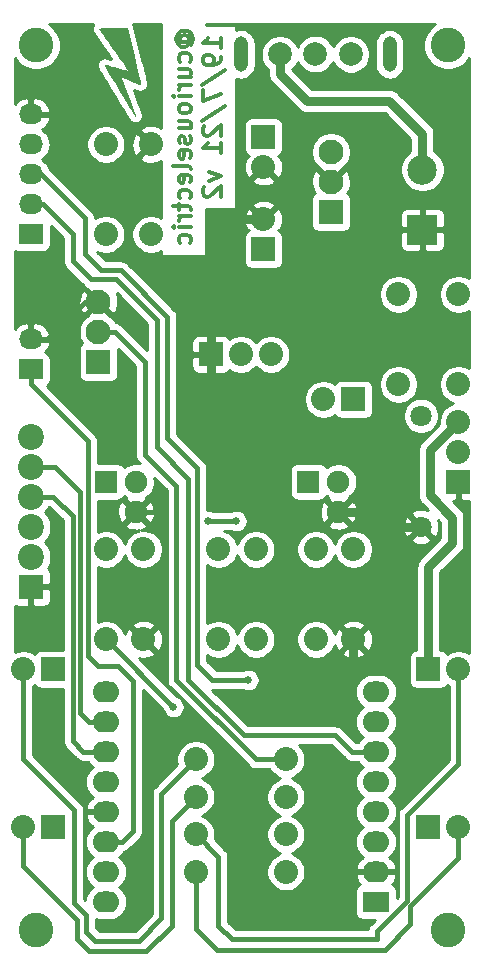
<source format=gbr>
G04 #@! TF.GenerationSoftware,KiCad,Pcbnew,(5.1.10)-1*
G04 #@! TF.CreationDate,2021-07-19T17:30:23+01:00*
G04 #@! TF.ProjectId,WildlifeCamera_PCB,57696c64-6c69-4666-9543-616d6572615f,rev?*
G04 #@! TF.SameCoordinates,PX5d42830PY7b89fa0*
G04 #@! TF.FileFunction,Copper,L2,Bot*
G04 #@! TF.FilePolarity,Positive*
%FSLAX46Y46*%
G04 Gerber Fmt 4.6, Leading zero omitted, Abs format (unit mm)*
G04 Created by KiCad (PCBNEW (5.1.10)-1) date 2021-07-19 17:30:23*
%MOMM*%
%LPD*%
G01*
G04 APERTURE LIST*
G04 #@! TA.AperFunction,NonConductor*
%ADD10C,0.300000*%
G04 #@! TD*
G04 #@! TA.AperFunction,EtchedComponent*
%ADD11C,0.010000*%
G04 #@! TD*
G04 #@! TA.AperFunction,ComponentPad*
%ADD12C,2.934700*%
G04 #@! TD*
G04 #@! TA.AperFunction,ComponentPad*
%ADD13O,2.286000X1.778000*%
G04 #@! TD*
G04 #@! TA.AperFunction,ComponentPad*
%ADD14R,2.286000X1.778000*%
G04 #@! TD*
G04 #@! TA.AperFunction,ComponentPad*
%ADD15R,2.100580X2.100580*%
G04 #@! TD*
G04 #@! TA.AperFunction,ComponentPad*
%ADD16C,2.199640*%
G04 #@! TD*
G04 #@! TA.AperFunction,ComponentPad*
%ADD17C,2.032000*%
G04 #@! TD*
G04 #@! TA.AperFunction,ComponentPad*
%ADD18C,2.000000*%
G04 #@! TD*
G04 #@! TA.AperFunction,ComponentPad*
%ADD19O,1.200000X3.000000*%
G04 #@! TD*
G04 #@! TA.AperFunction,ComponentPad*
%ADD20C,1.800000*%
G04 #@! TD*
G04 #@! TA.AperFunction,ComponentPad*
%ADD21R,2.032000X2.032000*%
G04 #@! TD*
G04 #@! TA.AperFunction,ComponentPad*
%ADD22R,2.032000X1.727200*%
G04 #@! TD*
G04 #@! TA.AperFunction,ComponentPad*
%ADD23O,2.032000X1.727200*%
G04 #@! TD*
G04 #@! TA.AperFunction,ComponentPad*
%ADD24C,2.100580*%
G04 #@! TD*
G04 #@! TA.AperFunction,ComponentPad*
%ADD25C,1.905000*%
G04 #@! TD*
G04 #@! TA.AperFunction,ComponentPad*
%ADD26R,1.905000X1.905000*%
G04 #@! TD*
G04 #@! TA.AperFunction,ComponentPad*
%ADD27R,2.499360X2.499360*%
G04 #@! TD*
G04 #@! TA.AperFunction,ComponentPad*
%ADD28C,2.499360*%
G04 #@! TD*
G04 #@! TA.AperFunction,ViaPad*
%ADD29C,0.635000*%
G04 #@! TD*
G04 #@! TA.AperFunction,Conductor*
%ADD30C,0.762000*%
G04 #@! TD*
G04 #@! TA.AperFunction,Conductor*
%ADD31C,0.400000*%
G04 #@! TD*
G04 #@! TA.AperFunction,Conductor*
%ADD32C,0.254000*%
G04 #@! TD*
G04 #@! TA.AperFunction,Conductor*
%ADD33C,0.100000*%
G04 #@! TD*
G04 APERTURE END LIST*
D10*
X20490571Y79898143D02*
X20490571Y80755286D01*
X20490571Y80326715D02*
X18990571Y80326715D01*
X19204857Y80469572D01*
X19347714Y80612429D01*
X19419142Y80755286D01*
X20490571Y79183858D02*
X20490571Y78898143D01*
X20419142Y78755286D01*
X20347714Y78683858D01*
X20133428Y78541000D01*
X19847714Y78469572D01*
X19276285Y78469572D01*
X19133428Y78541000D01*
X19062000Y78612429D01*
X18990571Y78755286D01*
X18990571Y79041000D01*
X19062000Y79183858D01*
X19133428Y79255286D01*
X19276285Y79326715D01*
X19633428Y79326715D01*
X19776285Y79255286D01*
X19847714Y79183858D01*
X19919142Y79041000D01*
X19919142Y78755286D01*
X19847714Y78612429D01*
X19776285Y78541000D01*
X19633428Y78469572D01*
X18919142Y76755286D02*
X20847714Y78041000D01*
X18990571Y76398143D02*
X18990571Y75398143D01*
X20490571Y76041000D01*
X18919142Y73755286D02*
X20847714Y75041000D01*
X19133428Y73326715D02*
X19062000Y73255286D01*
X18990571Y73112429D01*
X18990571Y72755286D01*
X19062000Y72612429D01*
X19133428Y72541000D01*
X19276285Y72469572D01*
X19419142Y72469572D01*
X19633428Y72541000D01*
X20490571Y73398143D01*
X20490571Y72469572D01*
X20490571Y71041000D02*
X20490571Y71898143D01*
X20490571Y71469572D02*
X18990571Y71469572D01*
X19204857Y71612429D01*
X19347714Y71755286D01*
X19419142Y71898143D01*
X19490571Y69398143D02*
X20490571Y69041000D01*
X19490571Y68683858D01*
X19133428Y68183858D02*
X19062000Y68112429D01*
X18990571Y67969572D01*
X18990571Y67612429D01*
X19062000Y67469572D01*
X19133428Y67398143D01*
X19276285Y67326715D01*
X19419142Y67326715D01*
X19633428Y67398143D01*
X20490571Y68255286D01*
X20490571Y67326715D01*
X17236285Y80390000D02*
X17164857Y80461429D01*
X17093428Y80604286D01*
X17093428Y80747143D01*
X17164857Y80890000D01*
X17236285Y80961429D01*
X17379142Y81032858D01*
X17522000Y81032858D01*
X17664857Y80961429D01*
X17736285Y80890000D01*
X17807714Y80747143D01*
X17807714Y80604286D01*
X17736285Y80461429D01*
X17664857Y80390000D01*
X17093428Y80390000D02*
X17664857Y80390000D01*
X17736285Y80318572D01*
X17736285Y80247143D01*
X17664857Y80104286D01*
X17522000Y80032858D01*
X17164857Y80032858D01*
X16950571Y80175715D01*
X16807714Y80390000D01*
X16736285Y80675715D01*
X16807714Y80961429D01*
X16950571Y81175715D01*
X17164857Y81318572D01*
X17450571Y81390000D01*
X17736285Y81318572D01*
X17950571Y81175715D01*
X18093428Y80961429D01*
X18164857Y80675715D01*
X18093428Y80390000D01*
X17950571Y80175715D01*
X17879142Y78747143D02*
X17950571Y78890000D01*
X17950571Y79175715D01*
X17879142Y79318572D01*
X17807714Y79390000D01*
X17664857Y79461429D01*
X17236285Y79461429D01*
X17093428Y79390000D01*
X17022000Y79318572D01*
X16950571Y79175715D01*
X16950571Y78890000D01*
X17022000Y78747143D01*
X16950571Y77461429D02*
X17950571Y77461429D01*
X16950571Y78104286D02*
X17736285Y78104286D01*
X17879142Y78032858D01*
X17950571Y77890000D01*
X17950571Y77675715D01*
X17879142Y77532858D01*
X17807714Y77461429D01*
X17950571Y76747143D02*
X16950571Y76747143D01*
X17236285Y76747143D02*
X17093428Y76675715D01*
X17022000Y76604286D01*
X16950571Y76461429D01*
X16950571Y76318572D01*
X17950571Y75818572D02*
X16950571Y75818572D01*
X16450571Y75818572D02*
X16522000Y75890000D01*
X16593428Y75818572D01*
X16522000Y75747143D01*
X16450571Y75818572D01*
X16593428Y75818572D01*
X17950571Y74890000D02*
X17879142Y75032858D01*
X17807714Y75104286D01*
X17664857Y75175715D01*
X17236285Y75175715D01*
X17093428Y75104286D01*
X17022000Y75032858D01*
X16950571Y74890000D01*
X16950571Y74675715D01*
X17022000Y74532858D01*
X17093428Y74461429D01*
X17236285Y74390000D01*
X17664857Y74390000D01*
X17807714Y74461429D01*
X17879142Y74532858D01*
X17950571Y74675715D01*
X17950571Y74890000D01*
X16950571Y73104286D02*
X17950571Y73104286D01*
X16950571Y73747143D02*
X17736285Y73747143D01*
X17879142Y73675715D01*
X17950571Y73532858D01*
X17950571Y73318572D01*
X17879142Y73175715D01*
X17807714Y73104286D01*
X17879142Y72461429D02*
X17950571Y72318572D01*
X17950571Y72032858D01*
X17879142Y71890000D01*
X17736285Y71818572D01*
X17664857Y71818572D01*
X17522000Y71890000D01*
X17450571Y72032858D01*
X17450571Y72247143D01*
X17379142Y72390000D01*
X17236285Y72461429D01*
X17164857Y72461429D01*
X17022000Y72390000D01*
X16950571Y72247143D01*
X16950571Y72032858D01*
X17022000Y71890000D01*
X17879142Y70604286D02*
X17950571Y70747143D01*
X17950571Y71032858D01*
X17879142Y71175715D01*
X17736285Y71247143D01*
X17164857Y71247143D01*
X17022000Y71175715D01*
X16950571Y71032858D01*
X16950571Y70747143D01*
X17022000Y70604286D01*
X17164857Y70532858D01*
X17307714Y70532858D01*
X17450571Y71247143D01*
X17950571Y69675715D02*
X17879142Y69818572D01*
X17736285Y69890000D01*
X16450571Y69890000D01*
X17879142Y68532858D02*
X17950571Y68675715D01*
X17950571Y68961429D01*
X17879142Y69104286D01*
X17736285Y69175715D01*
X17164857Y69175715D01*
X17022000Y69104286D01*
X16950571Y68961429D01*
X16950571Y68675715D01*
X17022000Y68532858D01*
X17164857Y68461429D01*
X17307714Y68461429D01*
X17450571Y69175715D01*
X17879142Y67175715D02*
X17950571Y67318572D01*
X17950571Y67604286D01*
X17879142Y67747143D01*
X17807714Y67818572D01*
X17664857Y67890000D01*
X17236285Y67890000D01*
X17093428Y67818572D01*
X17022000Y67747143D01*
X16950571Y67604286D01*
X16950571Y67318572D01*
X17022000Y67175715D01*
X16950571Y66747143D02*
X16950571Y66175715D01*
X16450571Y66532858D02*
X17736285Y66532858D01*
X17879142Y66461429D01*
X17950571Y66318572D01*
X17950571Y66175715D01*
X17950571Y65675715D02*
X16950571Y65675715D01*
X17236285Y65675715D02*
X17093428Y65604286D01*
X17022000Y65532858D01*
X16950571Y65390000D01*
X16950571Y65247143D01*
X17950571Y64747143D02*
X16950571Y64747143D01*
X16450571Y64747143D02*
X16522000Y64818572D01*
X16593428Y64747143D01*
X16522000Y64675715D01*
X16450571Y64747143D01*
X16593428Y64747143D01*
X17879142Y63390000D02*
X17950571Y63532858D01*
X17950571Y63818572D01*
X17879142Y63961429D01*
X17807714Y64032858D01*
X17664857Y64104286D01*
X17236285Y64104286D01*
X17093428Y64032858D01*
X17022000Y63961429D01*
X16950571Y63818572D01*
X16950571Y63532858D01*
X17022000Y63390000D01*
D11*
G36*
X13155158Y79205666D02*
G01*
X13262783Y78773042D01*
X13363020Y78365886D01*
X13454159Y77991429D01*
X13534492Y77656898D01*
X13602309Y77369525D01*
X13655903Y77136537D01*
X13693563Y76965164D01*
X13713581Y76862636D01*
X13715569Y76835000D01*
X13668409Y76850455D01*
X13555121Y76893634D01*
X13387759Y76959761D01*
X13178372Y77044057D01*
X12939015Y77141744D01*
X12865420Y77172018D01*
X12621121Y77271815D01*
X12404630Y77358579D01*
X12227636Y77427764D01*
X12101826Y77474825D01*
X12038885Y77495215D01*
X12033981Y77495425D01*
X12045865Y77453728D01*
X12086404Y77338319D01*
X12153627Y77154419D01*
X12245564Y76907251D01*
X12360244Y76602034D01*
X12495696Y76243991D01*
X12649950Y75838343D01*
X12821034Y75390312D01*
X13006979Y74905120D01*
X13205813Y74387987D01*
X13253865Y74263250D01*
X13275786Y74190957D01*
X13273638Y74168000D01*
X13247623Y74202461D01*
X13184213Y74298947D01*
X13089960Y74447116D01*
X12971414Y74636624D01*
X12835125Y74857128D01*
X12770951Y74961750D01*
X12396385Y75574222D01*
X12064452Y76117896D01*
X11773240Y76595974D01*
X11520835Y77011659D01*
X11305325Y77368153D01*
X11124797Y77668659D01*
X10977339Y77916379D01*
X10861037Y78114515D01*
X10773979Y78266271D01*
X10714251Y78374848D01*
X10679942Y78443449D01*
X10669139Y78475277D01*
X10670567Y78478326D01*
X10719735Y78471146D01*
X10838836Y78443815D01*
X11016350Y78399279D01*
X11240753Y78340484D01*
X11500525Y78270374D01*
X11709388Y78212763D01*
X11986212Y78136280D01*
X12234522Y78068732D01*
X12443181Y78013062D01*
X12601052Y77972214D01*
X12696998Y77949131D01*
X12721643Y77945271D01*
X12700056Y77981197D01*
X12634521Y78080041D01*
X12529518Y78235268D01*
X12389523Y78440344D01*
X12219014Y78688737D01*
X12022470Y78973912D01*
X11804368Y79289335D01*
X11569186Y79628473D01*
X11487899Y79745474D01*
X11247689Y80091462D01*
X11022758Y80416214D01*
X10817628Y80713148D01*
X10636819Y80975681D01*
X10484853Y81197233D01*
X10366253Y81371220D01*
X10285538Y81491062D01*
X10247231Y81550176D01*
X10244667Y81555224D01*
X10285194Y81560749D01*
X10399556Y81565734D01*
X10576919Y81569982D01*
X10806451Y81573295D01*
X11077320Y81575476D01*
X11378694Y81576328D01*
X11403547Y81576333D01*
X12562427Y81576333D01*
X13155158Y79205666D01*
G37*
X13155158Y79205666D02*
X13262783Y78773042D01*
X13363020Y78365886D01*
X13454159Y77991429D01*
X13534492Y77656898D01*
X13602309Y77369525D01*
X13655903Y77136537D01*
X13693563Y76965164D01*
X13713581Y76862636D01*
X13715569Y76835000D01*
X13668409Y76850455D01*
X13555121Y76893634D01*
X13387759Y76959761D01*
X13178372Y77044057D01*
X12939015Y77141744D01*
X12865420Y77172018D01*
X12621121Y77271815D01*
X12404630Y77358579D01*
X12227636Y77427764D01*
X12101826Y77474825D01*
X12038885Y77495215D01*
X12033981Y77495425D01*
X12045865Y77453728D01*
X12086404Y77338319D01*
X12153627Y77154419D01*
X12245564Y76907251D01*
X12360244Y76602034D01*
X12495696Y76243991D01*
X12649950Y75838343D01*
X12821034Y75390312D01*
X13006979Y74905120D01*
X13205813Y74387987D01*
X13253865Y74263250D01*
X13275786Y74190957D01*
X13273638Y74168000D01*
X13247623Y74202461D01*
X13184213Y74298947D01*
X13089960Y74447116D01*
X12971414Y74636624D01*
X12835125Y74857128D01*
X12770951Y74961750D01*
X12396385Y75574222D01*
X12064452Y76117896D01*
X11773240Y76595974D01*
X11520835Y77011659D01*
X11305325Y77368153D01*
X11124797Y77668659D01*
X10977339Y77916379D01*
X10861037Y78114515D01*
X10773979Y78266271D01*
X10714251Y78374848D01*
X10679942Y78443449D01*
X10669139Y78475277D01*
X10670567Y78478326D01*
X10719735Y78471146D01*
X10838836Y78443815D01*
X11016350Y78399279D01*
X11240753Y78340484D01*
X11500525Y78270374D01*
X11709388Y78212763D01*
X11986212Y78136280D01*
X12234522Y78068732D01*
X12443181Y78013062D01*
X12601052Y77972214D01*
X12696998Y77949131D01*
X12721643Y77945271D01*
X12700056Y77981197D01*
X12634521Y78080041D01*
X12529518Y78235268D01*
X12389523Y78440344D01*
X12219014Y78688737D01*
X12022470Y78973912D01*
X11804368Y79289335D01*
X11569186Y79628473D01*
X11487899Y79745474D01*
X11247689Y80091462D01*
X11022758Y80416214D01*
X10817628Y80713148D01*
X10636819Y80975681D01*
X10484853Y81197233D01*
X10366253Y81371220D01*
X10285538Y81491062D01*
X10247231Y81550176D01*
X10244667Y81555224D01*
X10285194Y81560749D01*
X10399556Y81565734D01*
X10576919Y81569982D01*
X10806451Y81573295D01*
X11077320Y81575476D01*
X11378694Y81576328D01*
X11403547Y81576333D01*
X12562427Y81576333D01*
X13155158Y79205666D01*
D12*
X4857374Y80137000D03*
X39751000Y80137000D03*
X39751000Y5243375D03*
X4857374Y5243375D03*
D13*
X10795000Y12700000D03*
X10795000Y15240000D03*
X10795000Y17780000D03*
X10795000Y20320000D03*
X10795000Y22860000D03*
X10795000Y25400000D03*
X33655000Y25400000D03*
X33655000Y22860000D03*
X33655000Y20320000D03*
X33655000Y17780000D03*
X33655000Y15240000D03*
X33655000Y12700000D03*
X33655000Y10160000D03*
D14*
X33655000Y7620000D03*
D13*
X10795000Y10160000D03*
X10795000Y7620000D03*
D15*
X4445000Y34290000D03*
D16*
X4445000Y36830000D03*
X4445000Y39370000D03*
X4445000Y41910000D03*
X4445000Y44450000D03*
X4445000Y46990000D03*
D17*
X20320000Y37465000D03*
X20320000Y29845000D03*
D18*
X28532620Y79400400D03*
X25525000Y79375000D03*
X31525000Y79375000D03*
D19*
X22225000Y79375000D03*
X34825000Y79375000D03*
D20*
X37465000Y48768000D03*
X37465000Y39370000D03*
D21*
X31750000Y50165000D03*
D17*
X29210000Y50165000D03*
D22*
X4445000Y52705000D03*
D23*
X4445000Y55245000D03*
D17*
X23495000Y37465000D03*
X23495000Y29845000D03*
X40640000Y51435000D03*
X35560000Y51435000D03*
X40640000Y59055000D03*
X35560000Y59055000D03*
X24130000Y69850000D03*
D21*
X24130000Y72390000D03*
X24130000Y62865000D03*
D17*
X24130000Y65405000D03*
D24*
X29845000Y68580000D03*
X29845000Y71120000D03*
D15*
X29845000Y66040000D03*
D17*
X3810000Y27305000D03*
D21*
X6350000Y27305000D03*
X6350000Y13970000D03*
D17*
X3810000Y13970000D03*
X40640000Y27305000D03*
D21*
X38100000Y27305000D03*
X38100000Y13970000D03*
D17*
X40640000Y13970000D03*
X18415000Y19685000D03*
X26035000Y19685000D03*
X26035000Y16510000D03*
X18415000Y16510000D03*
X18415000Y13335000D03*
X26035000Y13335000D03*
X26035000Y10160000D03*
X18415000Y10160000D03*
D22*
X4445000Y64135000D03*
D23*
X4445000Y66675000D03*
X4445000Y69215000D03*
X4445000Y71755000D03*
X4445000Y74295000D03*
D24*
X10160000Y58420000D03*
X10160000Y55880000D03*
D15*
X10160000Y53340000D03*
D17*
X10795000Y37465000D03*
X10795000Y29845000D03*
X13970000Y37465000D03*
X13970000Y29845000D03*
X28575000Y29845000D03*
X28575000Y37465000D03*
X31750000Y29845000D03*
X31750000Y37465000D03*
X10795000Y71755000D03*
X10795000Y64135000D03*
X14605000Y64135000D03*
X14605000Y71755000D03*
D21*
X19685000Y53975000D03*
D17*
X22225000Y53975000D03*
X24765000Y53975000D03*
D25*
X13335000Y40640000D03*
X13335000Y43180000D03*
D26*
X10795000Y43180000D03*
X27940000Y43180000D03*
D25*
X30480000Y43180000D03*
X30480000Y40640000D03*
D27*
X37592000Y64516000D03*
D28*
X37592000Y69596000D03*
D21*
X40640000Y43180000D03*
D17*
X40640000Y45720000D03*
X40640000Y48260000D03*
D29*
X24384000Y23114000D03*
X19431000Y39878000D03*
X21844000Y39878000D03*
X16510000Y24130000D03*
X22860000Y26416000D03*
D30*
X25525000Y79375000D02*
X25525000Y77726000D01*
X25525000Y77726000D02*
X27813000Y75438000D01*
X27813000Y75438000D02*
X34798000Y75438000D01*
X37592000Y72644000D02*
X37592000Y69596000D01*
X34798000Y75438000D02*
X37592000Y72644000D01*
D31*
X4445000Y55245000D02*
X5842000Y55245000D01*
X9017000Y58420000D02*
X10160000Y58420000D01*
X5842000Y55245000D02*
X9017000Y58420000D01*
D30*
X37465000Y39370000D02*
X34798000Y39370000D01*
X34798000Y39370000D02*
X33528000Y40640000D01*
X33528000Y40640000D02*
X30480000Y40640000D01*
X24130000Y65405000D02*
X22225000Y65405000D01*
X22225000Y65405000D02*
X19685000Y62865000D01*
X19685000Y62865000D02*
X19685000Y53975000D01*
X19685000Y53975000D02*
X19685000Y46101000D01*
X25781000Y27432000D02*
X25781000Y29591000D01*
X25781000Y40005000D02*
X25781000Y29591000D01*
X19685000Y46101000D02*
X25781000Y40005000D01*
X31750000Y28067000D02*
X31750000Y29845000D01*
X28194000Y27432000D02*
X31115000Y27432000D01*
X28194000Y27432000D02*
X25781000Y27432000D01*
X31115000Y27432000D02*
X31750000Y28067000D01*
D31*
X13335000Y40640000D02*
X14986000Y40640000D01*
X14986000Y40640000D02*
X15875000Y39751000D01*
X15875000Y31750000D02*
X13970000Y29845000D01*
X15875000Y39751000D02*
X15875000Y31750000D01*
D30*
X25781000Y24511000D02*
X25781000Y27432000D01*
X24384000Y23114000D02*
X25781000Y24511000D01*
X38100000Y27305000D02*
X38100000Y35941000D01*
X38227000Y42037000D02*
X38227000Y45847000D01*
X38227000Y45847000D02*
X40640000Y48260000D01*
X40132000Y40132000D02*
X38227000Y42037000D01*
X40132000Y37973000D02*
X40132000Y40132000D01*
X38100000Y35941000D02*
X40132000Y37973000D01*
D31*
X19431000Y39878000D02*
X21844000Y39878000D01*
X10795000Y29845000D02*
X16510000Y24130000D01*
X4445000Y69215000D02*
X5334000Y69215000D01*
X5334000Y69215000D02*
X9017000Y65532000D01*
X9017000Y65532000D02*
X9017000Y62484000D01*
X9017000Y62484000D02*
X10414000Y61087000D01*
X10414000Y61087000D02*
X12065000Y61087000D01*
X12065000Y61087000D02*
X16002000Y57150000D01*
X16002000Y57150000D02*
X16002000Y46863000D01*
X22860000Y26416000D02*
X19812000Y26416000D01*
X19812000Y26416000D02*
X18542000Y27686000D01*
X18542000Y44323000D02*
X18415000Y44450000D01*
X18542000Y27686000D02*
X18542000Y44323000D01*
X16002000Y46863000D02*
X18415000Y44450000D01*
X31623000Y20320000D02*
X33655000Y20320000D01*
X22479000Y21717000D02*
X30226000Y21717000D01*
X17780000Y26416000D02*
X22479000Y21717000D01*
X17780000Y43434000D02*
X17780000Y26416000D01*
X15113000Y46101000D02*
X17780000Y43434000D01*
X11684000Y60325000D02*
X15113000Y56896000D01*
X9525000Y60325000D02*
X11684000Y60325000D01*
X15113000Y56896000D02*
X15113000Y46101000D01*
X8001000Y61849000D02*
X9525000Y60325000D01*
X30226000Y21717000D02*
X31623000Y20320000D01*
X8001000Y64135000D02*
X8001000Y61849000D01*
X5461000Y66675000D02*
X8001000Y64135000D01*
X4445000Y66675000D02*
X5461000Y66675000D01*
X4445000Y41910000D02*
X6350000Y41910000D01*
X6350000Y41910000D02*
X8001000Y40259000D01*
X8001000Y40259000D02*
X8001000Y21209000D01*
X8890000Y20320000D02*
X10795000Y20320000D01*
X8001000Y21209000D02*
X8890000Y20320000D01*
X10795000Y22860000D02*
X9398000Y22860000D01*
X9398000Y22860000D02*
X8636000Y23622000D01*
X8636000Y23622000D02*
X8636000Y42291000D01*
X6477000Y44450000D02*
X4445000Y44450000D01*
X8636000Y42291000D02*
X6477000Y44450000D01*
X13081000Y13589000D02*
X12192000Y12700000D01*
X12192000Y12700000D02*
X10795000Y12700000D01*
X13081000Y26289000D02*
X13081000Y13589000D01*
X11811000Y27559000D02*
X13081000Y26289000D01*
X10160000Y27559000D02*
X11811000Y27559000D01*
X9271000Y28448000D02*
X10160000Y27559000D01*
X9271000Y46609000D02*
X9271000Y28448000D01*
X4445000Y51435000D02*
X9271000Y46609000D01*
X4445000Y52705000D02*
X4445000Y51435000D01*
X3810000Y27305000D02*
X3810000Y19685000D01*
X3810000Y19685000D02*
X8128000Y15367000D01*
X8128000Y15367000D02*
X8128000Y7493000D01*
X8128000Y7493000D02*
X9144000Y6477000D01*
X9144000Y6477000D02*
X9144000Y5080000D01*
X9144000Y5080000D02*
X9906000Y4318000D01*
X9906000Y4318000D02*
X13589000Y4318000D01*
X13589000Y4318000D02*
X15494000Y6223000D01*
X15494000Y16764000D02*
X18415000Y19685000D01*
X15494000Y6223000D02*
X15494000Y16764000D01*
X3810000Y13970000D02*
X3810000Y10668000D01*
X3810000Y10668000D02*
X8382000Y6096000D01*
X8382000Y6096000D02*
X8382000Y4445000D01*
X8382000Y4445000D02*
X9398000Y3429000D01*
X9398000Y3429000D02*
X14224000Y3429000D01*
X14224000Y3429000D02*
X16383000Y5588000D01*
X16383000Y14478000D02*
X18415000Y16510000D01*
X16383000Y5588000D02*
X16383000Y14478000D01*
X18415000Y13335000D02*
X20320000Y11430000D01*
X20320000Y11430000D02*
X20320000Y5588000D01*
X20320000Y5588000D02*
X21463000Y4445000D01*
X21463000Y4445000D02*
X33782000Y4445000D01*
X33782000Y5152120D02*
X36322000Y7692120D01*
X33782000Y4445000D02*
X33782000Y5152120D01*
X36322000Y7692120D02*
X36322000Y14986000D01*
X40640000Y19304000D02*
X40640000Y27305000D01*
X36322000Y14986000D02*
X40640000Y19304000D01*
X18415000Y10160000D02*
X18415000Y5334000D01*
X18415000Y5334000D02*
X20193000Y3556000D01*
X20193000Y3556000D02*
X34417000Y3556000D01*
X34417000Y3556000D02*
X36576000Y5715000D01*
X36576000Y5715000D02*
X36576000Y7239000D01*
X40640000Y11303000D02*
X40640000Y13970000D01*
X36576000Y7239000D02*
X40640000Y11303000D01*
X23495000Y19685000D02*
X26035000Y19685000D01*
X16764000Y26416000D02*
X23495000Y19685000D01*
X16764000Y42799000D02*
X16764000Y26416000D01*
X14097000Y45466000D02*
X16764000Y42799000D01*
X14097000Y53340000D02*
X14097000Y45466000D01*
X11557000Y55880000D02*
X14097000Y53340000D01*
X10160000Y55880000D02*
X11557000Y55880000D01*
D32*
X9714209Y81908385D02*
X9689703Y81873994D01*
X9681340Y81855449D01*
X9670603Y81838156D01*
X9655719Y81798634D01*
X9638355Y81760130D01*
X9633751Y81740304D01*
X9626581Y81721265D01*
X9619659Y81679617D01*
X9610102Y81638461D01*
X9609437Y81618113D01*
X9606102Y81598049D01*
X9607401Y81555852D01*
X9606020Y81513621D01*
X9609319Y81493536D01*
X9609945Y81473202D01*
X9616143Y81446277D01*
X9616463Y81441858D01*
X9619812Y81429654D01*
X9626265Y81390366D01*
X9633399Y81371313D01*
X9637964Y81351480D01*
X9646458Y81332547D01*
X9649516Y81321404D01*
X9659773Y81300870D01*
X9670062Y81273391D01*
X9674054Y81265396D01*
X9676618Y81260348D01*
X9684147Y81248542D01*
X9689093Y81237518D01*
X9696952Y81226444D01*
X9705334Y81209665D01*
X9710141Y81202132D01*
X9748449Y81143017D01*
X9749204Y81142069D01*
X9749768Y81140989D01*
X9754709Y81133542D01*
X9835424Y81013700D01*
X9835520Y81013584D01*
X9837429Y81010741D01*
X9956029Y80836754D01*
X9956094Y80836676D01*
X9957076Y80835223D01*
X10109042Y80613671D01*
X10109088Y80613617D01*
X10109730Y80612670D01*
X10290539Y80350137D01*
X10290572Y80350098D01*
X10291060Y80349381D01*
X10496190Y80052447D01*
X10496222Y80052409D01*
X10496633Y80051807D01*
X10721564Y79727055D01*
X10721594Y79727020D01*
X10721970Y79726470D01*
X10962180Y79380482D01*
X10962190Y79380470D01*
X10962299Y79380311D01*
X11043258Y79263783D01*
X11043269Y79263766D01*
X11221179Y79007215D01*
X11178559Y79018382D01*
X11178439Y79018401D01*
X11172092Y79020040D01*
X10994577Y79064576D01*
X10992584Y79064873D01*
X10990677Y79065542D01*
X10981981Y79067601D01*
X10862880Y79094932D01*
X10841706Y79097654D01*
X10821046Y79103077D01*
X10812213Y79104429D01*
X10763045Y79111609D01*
X10733942Y79112986D01*
X10705134Y79117392D01*
X10671701Y79115930D01*
X10638279Y79117511D01*
X10609460Y79113208D01*
X10580347Y79111935D01*
X10547832Y79104007D01*
X10514742Y79099066D01*
X10487315Y79089250D01*
X10458996Y79082345D01*
X10428638Y79068251D01*
X10397140Y79056978D01*
X10372141Y79042021D01*
X10345704Y79029747D01*
X10318657Y79010021D01*
X10289954Y78992848D01*
X10268343Y78973326D01*
X10244786Y78956146D01*
X10222086Y78931542D01*
X10197265Y78909121D01*
X10179849Y78885763D01*
X10160087Y78864343D01*
X10142603Y78835808D01*
X10122604Y78808985D01*
X10110820Y78784288D01*
X10098145Y78764356D01*
X10096966Y78761325D01*
X10094831Y78757840D01*
X10090984Y78749774D01*
X10089556Y78746725D01*
X10079951Y78719596D01*
X10068814Y78696255D01*
X10063392Y78674997D01*
X10052871Y78647944D01*
X10051153Y78638254D01*
X10047870Y78628980D01*
X10042817Y78594325D01*
X10037945Y78575223D01*
X10037046Y78558668D01*
X10031070Y78524955D01*
X10031267Y78515114D01*
X10029848Y78505381D01*
X10031927Y78464397D01*
X10031172Y78450501D01*
X10032790Y78439118D01*
X10033573Y78400073D01*
X10035676Y78390464D01*
X10036175Y78380635D01*
X10047532Y78335436D01*
X10048754Y78326839D01*
X10051026Y78320349D01*
X10060284Y78278057D01*
X10063097Y78269575D01*
X10073900Y78237748D01*
X10090066Y78202024D01*
X10103595Y78165195D01*
X10107537Y78157176D01*
X10141846Y78088575D01*
X10146154Y78081727D01*
X10149243Y78074237D01*
X10153496Y78066378D01*
X10213224Y77957801D01*
X10213942Y77956753D01*
X10214448Y77955586D01*
X10218840Y77947804D01*
X10305898Y77796048D01*
X10305980Y77795933D01*
X10309097Y77790537D01*
X10425399Y77592401D01*
X10425488Y77592279D01*
X10427397Y77589020D01*
X10574855Y77341300D01*
X10574930Y77341198D01*
X10576182Y77339081D01*
X10756710Y77038574D01*
X10756770Y77038493D01*
X10757626Y77037055D01*
X10973136Y76680561D01*
X10973178Y76680505D01*
X10973785Y76679489D01*
X11226190Y76263804D01*
X11226226Y76263756D01*
X11226659Y76263034D01*
X11517870Y75784957D01*
X11517894Y75784925D01*
X11518212Y75784396D01*
X11850145Y75240722D01*
X11850167Y75240693D01*
X11850395Y75240314D01*
X12224961Y74627842D01*
X12224990Y74627804D01*
X12225404Y74627118D01*
X12289578Y74522495D01*
X12289651Y74522399D01*
X12290720Y74520642D01*
X12427008Y74300138D01*
X12427101Y74300017D01*
X12428828Y74297212D01*
X12547374Y74107703D01*
X12547475Y74107571D01*
X12549957Y74103610D01*
X12644210Y73955441D01*
X12644386Y73955217D01*
X12644518Y73954956D01*
X12649374Y73947454D01*
X12712784Y73850968D01*
X12723112Y73838175D01*
X12731495Y73824027D01*
X12736830Y73816857D01*
X12762845Y73782396D01*
X12771971Y73772489D01*
X12779476Y73761301D01*
X12814213Y73726630D01*
X12847470Y73690527D01*
X12858350Y73682578D01*
X12867883Y73673064D01*
X12908698Y73645797D01*
X12948329Y73616844D01*
X12960539Y73611163D01*
X12971743Y73603678D01*
X13017071Y73584860D01*
X13061577Y73564153D01*
X13074666Y73560950D01*
X13087103Y73555787D01*
X13135228Y73546131D01*
X13182904Y73534465D01*
X13196358Y73533866D01*
X13209569Y73531215D01*
X13258667Y73531090D01*
X13307686Y73528907D01*
X13321000Y73530932D01*
X13334475Y73530898D01*
X13382656Y73540311D01*
X13431171Y73547691D01*
X13443841Y73552265D01*
X13457063Y73554848D01*
X13502489Y73573437D01*
X13548656Y73590103D01*
X13560198Y73597052D01*
X13572664Y73602153D01*
X13613616Y73629211D01*
X13655666Y73654527D01*
X13665635Y73663582D01*
X13676877Y73671010D01*
X13711795Y73705510D01*
X13748125Y73738509D01*
X13756149Y73749332D01*
X13765730Y73758799D01*
X13793277Y73799417D01*
X13822510Y73838850D01*
X13828278Y73851024D01*
X13835839Y73862173D01*
X13854974Y73907372D01*
X13875989Y73951729D01*
X13879283Y73964792D01*
X13884534Y73977197D01*
X13894526Y74025252D01*
X13906525Y74072845D01*
X13907218Y74086296D01*
X13909961Y74099487D01*
X13910855Y74108378D01*
X13913003Y74131335D01*
X13912749Y74188307D01*
X13912839Y74195362D01*
X13912954Y74197586D01*
X13912875Y74198133D01*
X13913476Y74245275D01*
X13912472Y74250711D01*
X13912447Y74256240D01*
X13901136Y74312060D01*
X13890782Y74368101D01*
X13888248Y74376671D01*
X13866328Y74448964D01*
X13859056Y74466548D01*
X13854238Y74484954D01*
X13851084Y74493315D01*
X13803032Y74618052D01*
X13604345Y75134803D01*
X13604344Y75134805D01*
X13418839Y75618849D01*
X13247991Y76066264D01*
X13131318Y76373083D01*
X13148746Y76366067D01*
X13148893Y76366024D01*
X13152578Y76364538D01*
X13319940Y76298411D01*
X13320011Y76298391D01*
X13327184Y76295600D01*
X13440472Y76252421D01*
X13450844Y76249590D01*
X13460629Y76245122D01*
X13469102Y76242280D01*
X13516262Y76226825D01*
X13574337Y76213903D01*
X13632193Y76200455D01*
X13635223Y76200355D01*
X13638186Y76199696D01*
X13697621Y76198301D01*
X13757031Y76196345D01*
X13760026Y76196836D01*
X13763058Y76196765D01*
X13821645Y76206943D01*
X13880290Y76216561D01*
X13883129Y76217623D01*
X13886121Y76218143D01*
X13941666Y76239526D01*
X13997275Y76260334D01*
X13999852Y76261927D01*
X14002687Y76263018D01*
X14053035Y76294792D01*
X14103530Y76325996D01*
X14105748Y76328058D01*
X14108318Y76329680D01*
X14151479Y76370575D01*
X14195008Y76411044D01*
X14196789Y76413505D01*
X14198988Y76415589D01*
X14233357Y76464049D01*
X14268224Y76512242D01*
X14269491Y76514998D01*
X14271246Y76517473D01*
X14295540Y76571670D01*
X14320390Y76625734D01*
X14321099Y76628690D01*
X14322337Y76631452D01*
X14335650Y76689369D01*
X14349517Y76747197D01*
X14349638Y76750224D01*
X14350318Y76753183D01*
X14352128Y76812616D01*
X14354499Y76872003D01*
X14354117Y76877884D01*
X14354121Y76878031D01*
X14354098Y76878170D01*
X14353919Y76880920D01*
X14351932Y76908556D01*
X14346148Y76942339D01*
X14343372Y76976494D01*
X14341721Y76985277D01*
X14321703Y77087805D01*
X14320825Y77090742D01*
X14320505Y77093788D01*
X14318648Y77102529D01*
X14280988Y77273902D01*
X14280944Y77274037D01*
X14279614Y77280008D01*
X14226020Y77512997D01*
X14225972Y77513141D01*
X14225199Y77516520D01*
X14157382Y77803894D01*
X14157344Y77804007D01*
X14156801Y77806337D01*
X14076468Y78140868D01*
X14076431Y78140974D01*
X14076005Y78142780D01*
X13984866Y78517237D01*
X13984838Y78517318D01*
X13984465Y78518878D01*
X13884228Y78926034D01*
X13884197Y78926121D01*
X13883853Y78927547D01*
X13776228Y79360171D01*
X13776213Y79360214D01*
X13776045Y79360905D01*
X13183314Y81731572D01*
X13168377Y81773434D01*
X13155825Y81816081D01*
X13147428Y81832143D01*
X13141337Y81849213D01*
X13118548Y81887385D01*
X13097956Y81926773D01*
X13091671Y81934590D01*
X15482000Y81934590D01*
X15482000Y73147497D01*
X15474522Y73167860D01*
X15182179Y73310348D01*
X14867656Y73393064D01*
X14543038Y73412831D01*
X14220802Y73368888D01*
X13913330Y73262924D01*
X13735478Y73167860D01*
X13637782Y72901823D01*
X14605000Y71934605D01*
X14619143Y71948747D01*
X14798748Y71769142D01*
X14784605Y71755000D01*
X14798748Y71740857D01*
X14619143Y71561252D01*
X14605000Y71575395D01*
X13637782Y70608177D01*
X13735478Y70342140D01*
X14027821Y70199652D01*
X14342344Y70116936D01*
X14666962Y70097169D01*
X14989198Y70141112D01*
X15296670Y70247076D01*
X15474522Y70342140D01*
X15482000Y70362503D01*
X15482000Y65534648D01*
X15387042Y65598097D01*
X15086579Y65722553D01*
X14767609Y65786000D01*
X14442391Y65786000D01*
X14123421Y65722553D01*
X13822958Y65598097D01*
X13552549Y65417415D01*
X13322585Y65187451D01*
X13141903Y64917042D01*
X13017447Y64616579D01*
X12954000Y64297609D01*
X12954000Y63972391D01*
X13017447Y63653421D01*
X13141903Y63352958D01*
X13322585Y63082549D01*
X13552549Y62852585D01*
X13822958Y62671903D01*
X14123421Y62547447D01*
X14442391Y62484000D01*
X14767609Y62484000D01*
X15086579Y62547447D01*
X15387042Y62671903D01*
X15482000Y62735352D01*
X15482000Y62319286D01*
X19302000Y62319286D01*
X19302000Y65343038D01*
X22472169Y65343038D01*
X22516112Y65020802D01*
X22622076Y64713330D01*
X22717140Y64535478D01*
X22883104Y64474532D01*
X22869820Y64470502D01*
X22759506Y64411537D01*
X22662815Y64332185D01*
X22583463Y64235494D01*
X22524498Y64125180D01*
X22488188Y64005482D01*
X22475928Y63881000D01*
X22475928Y61849000D01*
X22488188Y61724518D01*
X22524498Y61604820D01*
X22583463Y61494506D01*
X22662815Y61397815D01*
X22759506Y61318463D01*
X22869820Y61259498D01*
X22989518Y61223188D01*
X23114000Y61210928D01*
X25146000Y61210928D01*
X25270482Y61223188D01*
X25390180Y61259498D01*
X25500494Y61318463D01*
X25597185Y61397815D01*
X25676537Y61494506D01*
X25735502Y61604820D01*
X25771812Y61724518D01*
X25784072Y61849000D01*
X25784072Y63266320D01*
X35704248Y63266320D01*
X35716508Y63141838D01*
X35752818Y63022140D01*
X35811783Y62911826D01*
X35891135Y62815135D01*
X35987826Y62735783D01*
X36098140Y62676818D01*
X36217838Y62640508D01*
X36342320Y62628248D01*
X37306250Y62631320D01*
X37465000Y62790070D01*
X37465000Y64389000D01*
X37719000Y64389000D01*
X37719000Y62790070D01*
X37877750Y62631320D01*
X38841680Y62628248D01*
X38966162Y62640508D01*
X39085860Y62676818D01*
X39196174Y62735783D01*
X39292865Y62815135D01*
X39372217Y62911826D01*
X39431182Y63022140D01*
X39467492Y63141838D01*
X39479752Y63266320D01*
X39476680Y64230250D01*
X39317930Y64389000D01*
X37719000Y64389000D01*
X37465000Y64389000D01*
X35866070Y64389000D01*
X35707320Y64230250D01*
X35704248Y63266320D01*
X25784072Y63266320D01*
X25784072Y63881000D01*
X25771812Y64005482D01*
X25735502Y64125180D01*
X25676537Y64235494D01*
X25597185Y64332185D01*
X25500494Y64411537D01*
X25390180Y64470502D01*
X25376896Y64474532D01*
X25542860Y64535478D01*
X25685348Y64827821D01*
X25768064Y65142344D01*
X25787831Y65466962D01*
X25743888Y65789198D01*
X25637924Y66096670D01*
X25542860Y66274522D01*
X25276823Y66372218D01*
X24309605Y65405000D01*
X24323748Y65390857D01*
X24144143Y65211252D01*
X24130000Y65225395D01*
X24115858Y65211252D01*
X23936253Y65390857D01*
X23950395Y65405000D01*
X22983177Y66372218D01*
X22717140Y66274522D01*
X22574652Y65982179D01*
X22491936Y65667656D01*
X22472169Y65343038D01*
X19302000Y65343038D01*
X19302000Y66256000D01*
X21842000Y66256000D01*
X21842000Y66551823D01*
X23162782Y66551823D01*
X24130000Y65584605D01*
X25097218Y66551823D01*
X24999522Y66817860D01*
X24707179Y66960348D01*
X24392656Y67043064D01*
X24068038Y67062831D01*
X23745802Y67018888D01*
X23438330Y66912924D01*
X23260478Y66817860D01*
X23162782Y66551823D01*
X21842000Y66551823D01*
X21842000Y68703177D01*
X23162782Y68703177D01*
X23260478Y68437140D01*
X23552821Y68294652D01*
X23867344Y68211936D01*
X24191962Y68192169D01*
X24514198Y68236112D01*
X24821670Y68342076D01*
X24999522Y68437140D01*
X25029728Y68519396D01*
X28152641Y68519396D01*
X28196982Y68190398D01*
X28304656Y67876371D01*
X28404185Y67690167D01*
X28501298Y67653477D01*
X28440216Y67620827D01*
X28343525Y67541475D01*
X28264173Y67444784D01*
X28205208Y67334470D01*
X28168898Y67214772D01*
X28156638Y67090290D01*
X28156638Y64989710D01*
X28168898Y64865228D01*
X28205208Y64745530D01*
X28264173Y64635216D01*
X28343525Y64538525D01*
X28440216Y64459173D01*
X28550530Y64400208D01*
X28670228Y64363898D01*
X28794710Y64351638D01*
X30895290Y64351638D01*
X31019772Y64363898D01*
X31139470Y64400208D01*
X31249784Y64459173D01*
X31346475Y64538525D01*
X31425827Y64635216D01*
X31484792Y64745530D01*
X31521102Y64865228D01*
X31533362Y64989710D01*
X31533362Y65765680D01*
X35704248Y65765680D01*
X35707320Y64801750D01*
X35866070Y64643000D01*
X37465000Y64643000D01*
X37465000Y66241930D01*
X37719000Y66241930D01*
X37719000Y64643000D01*
X39317930Y64643000D01*
X39476680Y64801750D01*
X39479752Y65765680D01*
X39467492Y65890162D01*
X39431182Y66009860D01*
X39372217Y66120174D01*
X39292865Y66216865D01*
X39196174Y66296217D01*
X39085860Y66355182D01*
X38966162Y66391492D01*
X38841680Y66403752D01*
X37877750Y66400680D01*
X37719000Y66241930D01*
X37465000Y66241930D01*
X37306250Y66400680D01*
X36342320Y66403752D01*
X36217838Y66391492D01*
X36098140Y66355182D01*
X35987826Y66296217D01*
X35891135Y66216865D01*
X35811783Y66120174D01*
X35752818Y66009860D01*
X35716508Y65890162D01*
X35704248Y65765680D01*
X31533362Y65765680D01*
X31533362Y67090290D01*
X31521102Y67214772D01*
X31484792Y67334470D01*
X31425827Y67444784D01*
X31346475Y67541475D01*
X31249784Y67620827D01*
X31188702Y67653477D01*
X31285815Y67690167D01*
X31431728Y67988354D01*
X31516664Y68309277D01*
X31537359Y68640604D01*
X31493018Y68969602D01*
X31385344Y69283629D01*
X31285815Y69469833D01*
X31016273Y69571668D01*
X30024605Y68580000D01*
X30038748Y68565857D01*
X29859143Y68386252D01*
X29845000Y68400395D01*
X29830858Y68386252D01*
X29651253Y68565857D01*
X29665395Y68580000D01*
X28673727Y69571668D01*
X28404185Y69469833D01*
X28258272Y69171646D01*
X28173336Y68850723D01*
X28152641Y68519396D01*
X25029728Y68519396D01*
X25097218Y68703177D01*
X24130000Y69670395D01*
X23162782Y68703177D01*
X21842000Y68703177D01*
X21842000Y69788038D01*
X22472169Y69788038D01*
X22516112Y69465802D01*
X22622076Y69158330D01*
X22717140Y68980478D01*
X22983177Y68882782D01*
X23950395Y69850000D01*
X23936253Y69864142D01*
X24115858Y70043747D01*
X24130000Y70029605D01*
X24144143Y70043747D01*
X24323748Y69864142D01*
X24309605Y69850000D01*
X25276823Y68882782D01*
X25542860Y68980478D01*
X25685348Y69272821D01*
X25768064Y69587344D01*
X25787831Y69911962D01*
X25743888Y70234198D01*
X25637924Y70541670D01*
X25542860Y70719522D01*
X25376896Y70780468D01*
X25390180Y70784498D01*
X25500494Y70843463D01*
X25597185Y70922815D01*
X25676537Y71019506D01*
X25735502Y71129820D01*
X25771812Y71249518D01*
X25775403Y71285987D01*
X28159710Y71285987D01*
X28159710Y70954013D01*
X28224475Y70628419D01*
X28351516Y70321716D01*
X28535950Y70045690D01*
X28770690Y69810950D01*
X28854677Y69754832D01*
X28853332Y69751273D01*
X29845000Y68759605D01*
X30836668Y69751273D01*
X30835323Y69754832D01*
X30919310Y69810950D01*
X31154050Y70045690D01*
X31338484Y70321716D01*
X31465525Y70628419D01*
X31530290Y70954013D01*
X31530290Y71285987D01*
X31465525Y71611581D01*
X31338484Y71918284D01*
X31154050Y72194310D01*
X30919310Y72429050D01*
X30643284Y72613484D01*
X30336581Y72740525D01*
X30010987Y72805290D01*
X29679013Y72805290D01*
X29353419Y72740525D01*
X29046716Y72613484D01*
X28770690Y72429050D01*
X28535950Y72194310D01*
X28351516Y71918284D01*
X28224475Y71611581D01*
X28159710Y71285987D01*
X25775403Y71285987D01*
X25784072Y71374000D01*
X25784072Y73406000D01*
X25771812Y73530482D01*
X25735502Y73650180D01*
X25676537Y73760494D01*
X25597185Y73857185D01*
X25500494Y73936537D01*
X25390180Y73995502D01*
X25270482Y74031812D01*
X25146000Y74044072D01*
X23114000Y74044072D01*
X22989518Y74031812D01*
X22869820Y73995502D01*
X22759506Y73936537D01*
X22662815Y73857185D01*
X22583463Y73760494D01*
X22524498Y73650180D01*
X22488188Y73530482D01*
X22475928Y73406000D01*
X22475928Y71374000D01*
X22488188Y71249518D01*
X22524498Y71129820D01*
X22583463Y71019506D01*
X22662815Y70922815D01*
X22759506Y70843463D01*
X22869820Y70784498D01*
X22883104Y70780468D01*
X22717140Y70719522D01*
X22574652Y70427179D01*
X22491936Y70112656D01*
X22472169Y69788038D01*
X21842000Y69788038D01*
X21842000Y77300611D01*
X21982899Y77257870D01*
X22225000Y77234025D01*
X22467102Y77257870D01*
X22699901Y77328489D01*
X22914449Y77443167D01*
X23102502Y77597498D01*
X23256833Y77785551D01*
X23371511Y78000099D01*
X23442130Y78232898D01*
X23460000Y78414335D01*
X23460000Y79536033D01*
X23890000Y79536033D01*
X23890000Y79213967D01*
X23952832Y78898088D01*
X24076082Y78600537D01*
X24255013Y78332748D01*
X24482748Y78105013D01*
X24509001Y78087471D01*
X24509001Y77775911D01*
X24504085Y77726000D01*
X24523702Y77526830D01*
X24580656Y77339081D01*
X24581799Y77335313D01*
X24676141Y77158810D01*
X24803105Y77004104D01*
X24841868Y76972292D01*
X27059292Y74754867D01*
X27091104Y74716104D01*
X27224423Y74606692D01*
X27245810Y74589140D01*
X27422313Y74494798D01*
X27613829Y74436702D01*
X27813000Y74417085D01*
X27862902Y74422000D01*
X34377160Y74422000D01*
X36576000Y72223159D01*
X36576000Y71183816D01*
X36390587Y71059926D01*
X36128074Y70797413D01*
X35921818Y70488731D01*
X35779747Y70145741D01*
X35707320Y69781625D01*
X35707320Y69410375D01*
X35779747Y69046259D01*
X35921818Y68703269D01*
X36128074Y68394587D01*
X36390587Y68132074D01*
X36699269Y67925818D01*
X37042259Y67783747D01*
X37406375Y67711320D01*
X37777625Y67711320D01*
X38141741Y67783747D01*
X38484731Y67925818D01*
X38793413Y68132074D01*
X39055926Y68394587D01*
X39262182Y68703269D01*
X39404253Y69046259D01*
X39476680Y69410375D01*
X39476680Y69781625D01*
X39404253Y70145741D01*
X39262182Y70488731D01*
X39055926Y70797413D01*
X38793413Y71059926D01*
X38608000Y71183816D01*
X38608000Y72594098D01*
X38612915Y72644000D01*
X38593298Y72843171D01*
X38535202Y73034687D01*
X38475584Y73146225D01*
X38440860Y73211190D01*
X38313896Y73365896D01*
X38275133Y73397708D01*
X35551712Y76121128D01*
X35519896Y76159896D01*
X35365190Y76286860D01*
X35188687Y76381202D01*
X34997171Y76439298D01*
X34847902Y76454000D01*
X34798000Y76458915D01*
X34748098Y76454000D01*
X28233841Y76454000D01*
X26575040Y78112801D01*
X26794987Y78332748D01*
X26973918Y78600537D01*
X27034071Y78745758D01*
X27083702Y78625937D01*
X27262633Y78358148D01*
X27490368Y78130413D01*
X27758157Y77951482D01*
X28055708Y77828232D01*
X28371587Y77765400D01*
X28693653Y77765400D01*
X29009532Y77828232D01*
X29307083Y77951482D01*
X29574872Y78130413D01*
X29802607Y78358148D01*
X29981538Y78625937D01*
X30023549Y78727361D01*
X30076082Y78600537D01*
X30255013Y78332748D01*
X30482748Y78105013D01*
X30750537Y77926082D01*
X31048088Y77802832D01*
X31363967Y77740000D01*
X31686033Y77740000D01*
X32001912Y77802832D01*
X32299463Y77926082D01*
X32567252Y78105013D01*
X32794987Y78332748D01*
X32973918Y78600537D01*
X33097168Y78898088D01*
X33160000Y79213967D01*
X33160000Y79536033D01*
X33097168Y79851912D01*
X32973918Y80149463D01*
X32849503Y80335664D01*
X33590000Y80335664D01*
X33590000Y78414335D01*
X33607871Y78232898D01*
X33678490Y78000099D01*
X33793168Y77785551D01*
X33947499Y77597498D01*
X34135552Y77443167D01*
X34350100Y77328489D01*
X34582899Y77257870D01*
X34825000Y77234025D01*
X35067102Y77257870D01*
X35299901Y77328489D01*
X35514449Y77443167D01*
X35702502Y77597498D01*
X35856833Y77785551D01*
X35971511Y78000099D01*
X36042130Y78232898D01*
X36060000Y78414335D01*
X36060000Y80335665D01*
X36042130Y80517102D01*
X35971511Y80749901D01*
X35856833Y80964449D01*
X35702502Y81152502D01*
X35514448Y81306833D01*
X35299900Y81421511D01*
X35067101Y81492130D01*
X34825000Y81515975D01*
X34582898Y81492130D01*
X34350099Y81421511D01*
X34135551Y81306833D01*
X33947498Y81152502D01*
X33793167Y80964448D01*
X33678489Y80749900D01*
X33607870Y80517101D01*
X33590000Y80335664D01*
X32849503Y80335664D01*
X32794987Y80417252D01*
X32567252Y80644987D01*
X32299463Y80823918D01*
X32001912Y80947168D01*
X31686033Y81010000D01*
X31363967Y81010000D01*
X31048088Y80947168D01*
X30750537Y80823918D01*
X30482748Y80644987D01*
X30255013Y80417252D01*
X30076082Y80149463D01*
X30034071Y80048039D01*
X29981538Y80174863D01*
X29802607Y80442652D01*
X29574872Y80670387D01*
X29307083Y80849318D01*
X29009532Y80972568D01*
X28693653Y81035400D01*
X28371587Y81035400D01*
X28055708Y80972568D01*
X27758157Y80849318D01*
X27490368Y80670387D01*
X27262633Y80442652D01*
X27083702Y80174863D01*
X27023549Y80029642D01*
X26973918Y80149463D01*
X26794987Y80417252D01*
X26567252Y80644987D01*
X26299463Y80823918D01*
X26001912Y80947168D01*
X25686033Y81010000D01*
X25363967Y81010000D01*
X25048088Y80947168D01*
X24750537Y80823918D01*
X24482748Y80644987D01*
X24255013Y80417252D01*
X24076082Y80149463D01*
X23952832Y79851912D01*
X23890000Y79536033D01*
X23460000Y79536033D01*
X23460000Y80335665D01*
X23442130Y80517102D01*
X23371511Y80749901D01*
X23256833Y80964449D01*
X23102502Y81152502D01*
X22914448Y81306833D01*
X22699900Y81421511D01*
X22467101Y81492130D01*
X22225000Y81515975D01*
X21982898Y81492130D01*
X21842000Y81449389D01*
X21842000Y81826000D01*
X19302000Y81826000D01*
X19302000Y81934590D01*
X38657154Y81934590D01*
X38410830Y81770002D01*
X38117998Y81477170D01*
X37887922Y81132836D01*
X37729442Y80750233D01*
X37648650Y80344063D01*
X37648650Y79929937D01*
X37729442Y79523767D01*
X37887922Y79141164D01*
X38117998Y78796830D01*
X38410830Y78503998D01*
X38755164Y78273922D01*
X39137767Y78115442D01*
X39543937Y78034650D01*
X39958063Y78034650D01*
X40364233Y78115442D01*
X40746836Y78273922D01*
X41091170Y78503998D01*
X41384002Y78796830D01*
X41548581Y79043141D01*
X41548581Y60433546D01*
X41422042Y60518097D01*
X41121579Y60642553D01*
X40802609Y60706000D01*
X40477391Y60706000D01*
X40158421Y60642553D01*
X39857958Y60518097D01*
X39587549Y60337415D01*
X39357585Y60107451D01*
X39176903Y59837042D01*
X39052447Y59536579D01*
X38989000Y59217609D01*
X38989000Y58892391D01*
X39052447Y58573421D01*
X39176903Y58272958D01*
X39357585Y58002549D01*
X39587549Y57772585D01*
X39857958Y57591903D01*
X40158421Y57467447D01*
X40477391Y57404000D01*
X40802609Y57404000D01*
X41121579Y57467447D01*
X41422042Y57591903D01*
X41548581Y57676454D01*
X41548581Y52813546D01*
X41422042Y52898097D01*
X41121579Y53022553D01*
X40802609Y53086000D01*
X40477391Y53086000D01*
X40158421Y53022553D01*
X39857958Y52898097D01*
X39587549Y52717415D01*
X39357585Y52487451D01*
X39176903Y52217042D01*
X39052447Y51916579D01*
X38989000Y51597609D01*
X38989000Y51272391D01*
X39052447Y50953421D01*
X39176903Y50652958D01*
X39357585Y50382549D01*
X39587549Y50152585D01*
X39857958Y49971903D01*
X40158293Y49847500D01*
X39857958Y49723097D01*
X39587549Y49542415D01*
X39357585Y49312451D01*
X39176903Y49042042D01*
X39052447Y48741579D01*
X38989000Y48422609D01*
X38989000Y48097391D01*
X38997553Y48054393D01*
X37543868Y46600708D01*
X37505105Y46568896D01*
X37378141Y46414190D01*
X37311182Y46288918D01*
X37283799Y46237687D01*
X37225702Y46046170D01*
X37206085Y45847000D01*
X37211001Y45797088D01*
X37211000Y42086902D01*
X37206085Y42037000D01*
X37218594Y41910000D01*
X37225702Y41837830D01*
X37283798Y41646314D01*
X37378140Y41469810D01*
X37505104Y41315104D01*
X37543872Y41283288D01*
X38021655Y40805505D01*
X37993225Y40819158D01*
X37700358Y40894365D01*
X37398447Y40910991D01*
X37099093Y40868397D01*
X36813801Y40768222D01*
X36664208Y40688261D01*
X36580525Y40434080D01*
X37465000Y39549605D01*
X37479143Y39563747D01*
X37658748Y39384142D01*
X37644605Y39370000D01*
X38529080Y38485525D01*
X38783261Y38569208D01*
X38914158Y38841775D01*
X38989365Y39134642D01*
X39005991Y39436553D01*
X38963397Y39735907D01*
X38894209Y39932950D01*
X39116001Y39711158D01*
X39116000Y38393841D01*
X37416868Y36694708D01*
X37378105Y36662896D01*
X37251141Y36508190D01*
X37156799Y36331687D01*
X37098702Y36140170D01*
X37079085Y35941000D01*
X37084001Y35891088D01*
X37084000Y28959072D01*
X36959518Y28946812D01*
X36839820Y28910502D01*
X36729506Y28851537D01*
X36632815Y28772185D01*
X36553463Y28675494D01*
X36494498Y28565180D01*
X36458188Y28445482D01*
X36445928Y28321000D01*
X36445928Y26289000D01*
X36458188Y26164518D01*
X36494498Y26044820D01*
X36553463Y25934506D01*
X36632815Y25837815D01*
X36729506Y25758463D01*
X36839820Y25699498D01*
X36959518Y25663188D01*
X37084000Y25650928D01*
X39116000Y25650928D01*
X39240482Y25663188D01*
X39360180Y25699498D01*
X39470494Y25758463D01*
X39567185Y25837815D01*
X39646537Y25934506D01*
X39665704Y25970364D01*
X39805001Y25877288D01*
X39805000Y19649868D01*
X35760574Y15605441D01*
X35728710Y15579291D01*
X35688823Y15530688D01*
X35624364Y15452145D01*
X35546828Y15307086D01*
X35499082Y15149688D01*
X35482960Y14986000D01*
X35487001Y14944972D01*
X35487000Y8037988D01*
X35436072Y7987060D01*
X35436072Y8509000D01*
X35423812Y8633482D01*
X35387502Y8753180D01*
X35328537Y8863494D01*
X35249185Y8960185D01*
X35152494Y9039537D01*
X35042180Y9098502D01*
X35010437Y9108131D01*
X35076433Y9172172D01*
X35246717Y9418908D01*
X35365593Y9694124D01*
X35389134Y9796987D01*
X35268330Y10033000D01*
X33782000Y10033000D01*
X33782000Y10013000D01*
X33528000Y10013000D01*
X33528000Y10033000D01*
X32041670Y10033000D01*
X31920866Y9796987D01*
X31944407Y9694124D01*
X32063283Y9418908D01*
X32233567Y9172172D01*
X32299563Y9108131D01*
X32267820Y9098502D01*
X32157506Y9039537D01*
X32060815Y8960185D01*
X31981463Y8863494D01*
X31922498Y8753180D01*
X31886188Y8633482D01*
X31873928Y8509000D01*
X31873928Y6731000D01*
X31886188Y6606518D01*
X31922498Y6486820D01*
X31981463Y6376506D01*
X32060815Y6279815D01*
X32157506Y6200463D01*
X32267820Y6141498D01*
X32387518Y6105188D01*
X32512000Y6092928D01*
X33541941Y6092928D01*
X33220574Y5771561D01*
X33188710Y5745411D01*
X33150981Y5699438D01*
X33084364Y5618265D01*
X33006828Y5473206D01*
X32991996Y5424311D01*
X32959082Y5315809D01*
X32955555Y5280000D01*
X21808868Y5280000D01*
X21155000Y5933867D01*
X21155000Y11388982D01*
X21159040Y11430000D01*
X21142918Y11593689D01*
X21095172Y11751087D01*
X21017636Y11896146D01*
X20939439Y11991430D01*
X20939437Y11991432D01*
X20913291Y12023291D01*
X20881433Y12049436D01*
X20014979Y12915889D01*
X20066000Y13172391D01*
X20066000Y13497609D01*
X20002553Y13816579D01*
X19878097Y14117042D01*
X19697415Y14387451D01*
X19467451Y14617415D01*
X19197042Y14798097D01*
X18896707Y14922500D01*
X19197042Y15046903D01*
X19467451Y15227585D01*
X19697415Y15457549D01*
X19878097Y15727958D01*
X20002553Y16028421D01*
X20066000Y16347391D01*
X20066000Y16672609D01*
X20002553Y16991579D01*
X19878097Y17292042D01*
X19697415Y17562451D01*
X19467451Y17792415D01*
X19197042Y17973097D01*
X18896707Y18097500D01*
X19197042Y18221903D01*
X19467451Y18402585D01*
X19697415Y18632549D01*
X19878097Y18902958D01*
X20002553Y19203421D01*
X20066000Y19522391D01*
X20066000Y19847609D01*
X20002553Y20166579D01*
X19878097Y20467042D01*
X19697415Y20737451D01*
X19467451Y20967415D01*
X19197042Y21148097D01*
X18896579Y21272553D01*
X18577609Y21336000D01*
X18252391Y21336000D01*
X17933421Y21272553D01*
X17632958Y21148097D01*
X17362549Y20967415D01*
X17132585Y20737451D01*
X16951903Y20467042D01*
X16827447Y20166579D01*
X16764000Y19847609D01*
X16764000Y19522391D01*
X16815021Y19265890D01*
X14932574Y17383441D01*
X14900710Y17357291D01*
X14874562Y17325429D01*
X14796364Y17230145D01*
X14718828Y17085086D01*
X14671082Y16927688D01*
X14654960Y16764000D01*
X14659001Y16722971D01*
X14659000Y6568869D01*
X13243133Y5153000D01*
X10251868Y5153000D01*
X9979000Y5425868D01*
X9979000Y6197906D01*
X10242244Y6118052D01*
X10466141Y6096000D01*
X11123859Y6096000D01*
X11347756Y6118052D01*
X11635031Y6205196D01*
X11899785Y6346710D01*
X12131844Y6537156D01*
X12322290Y6769215D01*
X12463804Y7033969D01*
X12550948Y7321244D01*
X12580373Y7620000D01*
X12550948Y7918756D01*
X12463804Y8206031D01*
X12322290Y8470785D01*
X12131844Y8702844D01*
X11903794Y8890000D01*
X12131844Y9077156D01*
X12322290Y9309215D01*
X12463804Y9573969D01*
X12550948Y9861244D01*
X12580373Y10160000D01*
X12550948Y10458756D01*
X12463804Y10746031D01*
X12322290Y11010785D01*
X12131844Y11242844D01*
X11903794Y11430000D01*
X12131844Y11617156D01*
X12322290Y11849215D01*
X12336157Y11875158D01*
X12355689Y11877082D01*
X12513087Y11924828D01*
X12658146Y12002364D01*
X12785291Y12106709D01*
X12811445Y12138578D01*
X13642432Y12969563D01*
X13674291Y12995709D01*
X13778636Y13122854D01*
X13856172Y13267913D01*
X13903918Y13425311D01*
X13916000Y13547981D01*
X13920040Y13589000D01*
X13916000Y13630018D01*
X13916000Y25543132D01*
X15590911Y23868221D01*
X15594104Y23852166D01*
X15665905Y23678822D01*
X15770145Y23522816D01*
X15902816Y23390145D01*
X16058822Y23285905D01*
X16232166Y23214104D01*
X16416187Y23177500D01*
X16603813Y23177500D01*
X16787834Y23214104D01*
X16961178Y23285905D01*
X17117184Y23390145D01*
X17249855Y23522816D01*
X17354095Y23678822D01*
X17425896Y23852166D01*
X17462500Y24036187D01*
X17462500Y24223813D01*
X17425896Y24407834D01*
X17354095Y24581178D01*
X17249855Y24737184D01*
X17117184Y24869855D01*
X16961178Y24974095D01*
X16787834Y25045896D01*
X16771779Y25049089D01*
X13580599Y28240268D01*
X13707344Y28206936D01*
X14031962Y28187169D01*
X14354198Y28231112D01*
X14661670Y28337076D01*
X14839522Y28432140D01*
X14937218Y28698177D01*
X13970000Y29665395D01*
X13955858Y29651252D01*
X13776253Y29830857D01*
X13790395Y29845000D01*
X14149605Y29845000D01*
X15116823Y28877782D01*
X15382860Y28975478D01*
X15525348Y29267821D01*
X15608064Y29582344D01*
X15627831Y29906962D01*
X15583888Y30229198D01*
X15477924Y30536670D01*
X15382860Y30714522D01*
X15116823Y30812218D01*
X14149605Y29845000D01*
X13790395Y29845000D01*
X12823177Y30812218D01*
X12557140Y30714522D01*
X12414652Y30422179D01*
X12385549Y30311517D01*
X12382553Y30326579D01*
X12258097Y30627042D01*
X12077415Y30897451D01*
X11983043Y30991823D01*
X13002782Y30991823D01*
X13970000Y30024605D01*
X14937218Y30991823D01*
X14839522Y31257860D01*
X14547179Y31400348D01*
X14232656Y31483064D01*
X13908038Y31502831D01*
X13585802Y31458888D01*
X13278330Y31352924D01*
X13100478Y31257860D01*
X13002782Y30991823D01*
X11983043Y30991823D01*
X11847451Y31127415D01*
X11577042Y31308097D01*
X11276579Y31432553D01*
X10957609Y31496000D01*
X10632391Y31496000D01*
X10313421Y31432553D01*
X10106000Y31346636D01*
X10106000Y35963364D01*
X10313421Y35877447D01*
X10632391Y35814000D01*
X10957609Y35814000D01*
X11276579Y35877447D01*
X11577042Y36001903D01*
X11847451Y36182585D01*
X12077415Y36412549D01*
X12258097Y36682958D01*
X12382500Y36983293D01*
X12506903Y36682958D01*
X12687585Y36412549D01*
X12917549Y36182585D01*
X13187958Y36001903D01*
X13488421Y35877447D01*
X13807391Y35814000D01*
X14132609Y35814000D01*
X14451579Y35877447D01*
X14752042Y36001903D01*
X15022451Y36182585D01*
X15252415Y36412549D01*
X15433097Y36682958D01*
X15557553Y36983421D01*
X15621000Y37302391D01*
X15621000Y37627609D01*
X15557553Y37946579D01*
X15433097Y38247042D01*
X15252415Y38517451D01*
X15022451Y38747415D01*
X14752042Y38928097D01*
X14451579Y39052553D01*
X14132609Y39116000D01*
X13807391Y39116000D01*
X13757039Y39105984D01*
X14004516Y39192123D01*
X14166902Y39278919D01*
X14256930Y39538465D01*
X13335000Y40460395D01*
X12413070Y39538465D01*
X12503098Y39278919D01*
X12784616Y39142776D01*
X13087286Y39064171D01*
X13399474Y39046123D01*
X13589045Y39072568D01*
X13488421Y39052553D01*
X13187958Y38928097D01*
X12917549Y38747415D01*
X12687585Y38517451D01*
X12506903Y38247042D01*
X12382500Y37946707D01*
X12258097Y38247042D01*
X12077415Y38517451D01*
X11847451Y38747415D01*
X11577042Y38928097D01*
X11276579Y39052553D01*
X10957609Y39116000D01*
X10632391Y39116000D01*
X10313421Y39052553D01*
X10106000Y38966636D01*
X10106000Y40575526D01*
X11741123Y40575526D01*
X11784328Y40265815D01*
X11887123Y39970484D01*
X11973919Y39808098D01*
X12233465Y39718070D01*
X13155395Y40640000D01*
X13514605Y40640000D01*
X14436535Y39718070D01*
X14696081Y39808098D01*
X14832224Y40089616D01*
X14910829Y40392286D01*
X14928877Y40704474D01*
X14885672Y41014185D01*
X14782877Y41309516D01*
X14696081Y41471902D01*
X14436535Y41561930D01*
X13514605Y40640000D01*
X13155395Y40640000D01*
X12233465Y41561930D01*
X11973919Y41471902D01*
X11837776Y41190384D01*
X11759171Y40887714D01*
X11741123Y40575526D01*
X10106000Y40575526D01*
X10106000Y41589428D01*
X11747500Y41589428D01*
X11871982Y41601688D01*
X11991680Y41637998D01*
X12101994Y41696963D01*
X12198685Y41776315D01*
X12278037Y41873006D01*
X12319451Y41950485D01*
X12323028Y41946908D01*
X12453961Y41859422D01*
X12413070Y41741535D01*
X13335000Y40819605D01*
X14256930Y41741535D01*
X14216039Y41859422D01*
X14346972Y41946908D01*
X14568092Y42168028D01*
X14741824Y42428037D01*
X14861493Y42716943D01*
X14922500Y43023645D01*
X14922500Y43336355D01*
X14891890Y43490242D01*
X15929000Y42453131D01*
X15929001Y26457029D01*
X15924960Y26416000D01*
X15941082Y26252312D01*
X15988828Y26094914D01*
X16058364Y25964822D01*
X16066365Y25949854D01*
X16170710Y25822709D01*
X16202574Y25796559D01*
X22875559Y19123573D01*
X22901709Y19091709D01*
X23028854Y18987364D01*
X23173913Y18909828D01*
X23331311Y18862082D01*
X23453981Y18850000D01*
X23453991Y18850000D01*
X23494999Y18845961D01*
X23536007Y18850000D01*
X24607288Y18850000D01*
X24752585Y18632549D01*
X24982549Y18402585D01*
X25252958Y18221903D01*
X25553293Y18097500D01*
X25252958Y17973097D01*
X24982549Y17792415D01*
X24752585Y17562451D01*
X24571903Y17292042D01*
X24447447Y16991579D01*
X24384000Y16672609D01*
X24384000Y16347391D01*
X24447447Y16028421D01*
X24571903Y15727958D01*
X24752585Y15457549D01*
X24982549Y15227585D01*
X25252958Y15046903D01*
X25553293Y14922500D01*
X25252958Y14798097D01*
X24982549Y14617415D01*
X24752585Y14387451D01*
X24571903Y14117042D01*
X24447447Y13816579D01*
X24384000Y13497609D01*
X24384000Y13172391D01*
X24447447Y12853421D01*
X24571903Y12552958D01*
X24752585Y12282549D01*
X24982549Y12052585D01*
X25252958Y11871903D01*
X25553293Y11747500D01*
X25252958Y11623097D01*
X24982549Y11442415D01*
X24752585Y11212451D01*
X24571903Y10942042D01*
X24447447Y10641579D01*
X24384000Y10322609D01*
X24384000Y9997391D01*
X24447447Y9678421D01*
X24571903Y9377958D01*
X24752585Y9107549D01*
X24982549Y8877585D01*
X25252958Y8696903D01*
X25553421Y8572447D01*
X25872391Y8509000D01*
X26197609Y8509000D01*
X26516579Y8572447D01*
X26817042Y8696903D01*
X27087451Y8877585D01*
X27317415Y9107549D01*
X27498097Y9377958D01*
X27622553Y9678421D01*
X27686000Y9997391D01*
X27686000Y10322609D01*
X27622553Y10641579D01*
X27498097Y10942042D01*
X27317415Y11212451D01*
X27087451Y11442415D01*
X26817042Y11623097D01*
X26516707Y11747500D01*
X26817042Y11871903D01*
X27087451Y12052585D01*
X27317415Y12282549D01*
X27498097Y12552958D01*
X27622553Y12853421D01*
X27686000Y13172391D01*
X27686000Y13497609D01*
X27622553Y13816579D01*
X27498097Y14117042D01*
X27317415Y14387451D01*
X27087451Y14617415D01*
X26817042Y14798097D01*
X26516707Y14922500D01*
X26817042Y15046903D01*
X27087451Y15227585D01*
X27317415Y15457549D01*
X27498097Y15727958D01*
X27622553Y16028421D01*
X27686000Y16347391D01*
X27686000Y16672609D01*
X27622553Y16991579D01*
X27498097Y17292042D01*
X27317415Y17562451D01*
X27087451Y17792415D01*
X26817042Y17973097D01*
X26516707Y18097500D01*
X26817042Y18221903D01*
X27087451Y18402585D01*
X27317415Y18632549D01*
X27498097Y18902958D01*
X27622553Y19203421D01*
X27686000Y19522391D01*
X27686000Y19847609D01*
X27622553Y20166579D01*
X27498097Y20467042D01*
X27317415Y20737451D01*
X27172866Y20882000D01*
X29880133Y20882000D01*
X31003558Y19758574D01*
X31029709Y19726709D01*
X31156854Y19622364D01*
X31301913Y19544828D01*
X31459311Y19497082D01*
X31581981Y19485000D01*
X31581991Y19485000D01*
X31622999Y19480961D01*
X31664007Y19485000D01*
X32119273Y19485000D01*
X32127710Y19469215D01*
X32318156Y19237156D01*
X32546206Y19050000D01*
X32318156Y18862844D01*
X32127710Y18630785D01*
X31986196Y18366031D01*
X31899052Y18078756D01*
X31869627Y17780000D01*
X31899052Y17481244D01*
X31986196Y17193969D01*
X32127710Y16929215D01*
X32318156Y16697156D01*
X32546206Y16510000D01*
X32318156Y16322844D01*
X32127710Y16090785D01*
X31986196Y15826031D01*
X31899052Y15538756D01*
X31869627Y15240000D01*
X31899052Y14941244D01*
X31986196Y14653969D01*
X32127710Y14389215D01*
X32318156Y14157156D01*
X32546206Y13970000D01*
X32318156Y13782844D01*
X32127710Y13550785D01*
X31986196Y13286031D01*
X31899052Y12998756D01*
X31869627Y12700000D01*
X31899052Y12401244D01*
X31986196Y12113969D01*
X32127710Y11849215D01*
X32318156Y11617156D01*
X32550215Y11426710D01*
X32554002Y11424686D01*
X32448715Y11356602D01*
X32233567Y11147828D01*
X32063283Y10901092D01*
X31944407Y10625876D01*
X31920866Y10523013D01*
X32041670Y10287000D01*
X33528000Y10287000D01*
X33528000Y10307000D01*
X33782000Y10307000D01*
X33782000Y10287000D01*
X35268330Y10287000D01*
X35389134Y10523013D01*
X35365593Y10625876D01*
X35246717Y10901092D01*
X35076433Y11147828D01*
X34861285Y11356602D01*
X34755998Y11424686D01*
X34759785Y11426710D01*
X34991844Y11617156D01*
X35182290Y11849215D01*
X35323804Y12113969D01*
X35410948Y12401244D01*
X35440373Y12700000D01*
X35410948Y12998756D01*
X35323804Y13286031D01*
X35182290Y13550785D01*
X34991844Y13782844D01*
X34763794Y13970000D01*
X34991844Y14157156D01*
X35182290Y14389215D01*
X35323804Y14653969D01*
X35410948Y14941244D01*
X35440373Y15240000D01*
X35410948Y15538756D01*
X35323804Y15826031D01*
X35182290Y16090785D01*
X34991844Y16322844D01*
X34763794Y16510000D01*
X34991844Y16697156D01*
X35182290Y16929215D01*
X35323804Y17193969D01*
X35410948Y17481244D01*
X35440373Y17780000D01*
X35410948Y18078756D01*
X35323804Y18366031D01*
X35182290Y18630785D01*
X34991844Y18862844D01*
X34763794Y19050000D01*
X34991844Y19237156D01*
X35182290Y19469215D01*
X35323804Y19733969D01*
X35410948Y20021244D01*
X35440373Y20320000D01*
X35410948Y20618756D01*
X35323804Y20906031D01*
X35182290Y21170785D01*
X34991844Y21402844D01*
X34763794Y21590000D01*
X34991844Y21777156D01*
X35182290Y22009215D01*
X35323804Y22273969D01*
X35410948Y22561244D01*
X35440373Y22860000D01*
X35410948Y23158756D01*
X35323804Y23446031D01*
X35182290Y23710785D01*
X34991844Y23942844D01*
X34763794Y24130000D01*
X34991844Y24317156D01*
X35182290Y24549215D01*
X35323804Y24813969D01*
X35410948Y25101244D01*
X35440373Y25400000D01*
X35410948Y25698756D01*
X35323804Y25986031D01*
X35182290Y26250785D01*
X34991844Y26482844D01*
X34759785Y26673290D01*
X34495031Y26814804D01*
X34207756Y26901948D01*
X33983859Y26924000D01*
X33326141Y26924000D01*
X33102244Y26901948D01*
X32814969Y26814804D01*
X32550215Y26673290D01*
X32318156Y26482844D01*
X32127710Y26250785D01*
X31986196Y25986031D01*
X31899052Y25698756D01*
X31869627Y25400000D01*
X31899052Y25101244D01*
X31986196Y24813969D01*
X32127710Y24549215D01*
X32318156Y24317156D01*
X32546206Y24130000D01*
X32318156Y23942844D01*
X32127710Y23710785D01*
X31986196Y23446031D01*
X31899052Y23158756D01*
X31869627Y22860000D01*
X31899052Y22561244D01*
X31986196Y22273969D01*
X32127710Y22009215D01*
X32318156Y21777156D01*
X32546206Y21590000D01*
X32318156Y21402844D01*
X32127710Y21170785D01*
X32119273Y21155000D01*
X31968868Y21155000D01*
X30845446Y22278421D01*
X30819291Y22310291D01*
X30692146Y22414636D01*
X30547087Y22492172D01*
X30389689Y22539918D01*
X30267019Y22552000D01*
X30267018Y22552000D01*
X30226000Y22556040D01*
X30184982Y22552000D01*
X22824869Y22552000D01*
X19798587Y25578281D01*
X19811999Y25576960D01*
X19853015Y25581000D01*
X22395210Y25581000D01*
X22408822Y25571905D01*
X22582166Y25500104D01*
X22766187Y25463500D01*
X22953813Y25463500D01*
X23137834Y25500104D01*
X23311178Y25571905D01*
X23467184Y25676145D01*
X23599855Y25808816D01*
X23704095Y25964822D01*
X23775896Y26138166D01*
X23812500Y26322187D01*
X23812500Y26509813D01*
X23775896Y26693834D01*
X23704095Y26867178D01*
X23599855Y27023184D01*
X23467184Y27155855D01*
X23311178Y27260095D01*
X23137834Y27331896D01*
X22953813Y27368500D01*
X22766187Y27368500D01*
X22582166Y27331896D01*
X22408822Y27260095D01*
X22395210Y27251000D01*
X20157868Y27251000D01*
X19377000Y28031867D01*
X19377000Y28489452D01*
X19537958Y28381903D01*
X19838421Y28257447D01*
X20157391Y28194000D01*
X20482609Y28194000D01*
X20801579Y28257447D01*
X21102042Y28381903D01*
X21372451Y28562585D01*
X21602415Y28792549D01*
X21783097Y29062958D01*
X21907500Y29363293D01*
X22031903Y29062958D01*
X22212585Y28792549D01*
X22442549Y28562585D01*
X22712958Y28381903D01*
X23013421Y28257447D01*
X23332391Y28194000D01*
X23657609Y28194000D01*
X23976579Y28257447D01*
X24277042Y28381903D01*
X24547451Y28562585D01*
X24777415Y28792549D01*
X24958097Y29062958D01*
X25082553Y29363421D01*
X25146000Y29682391D01*
X25146000Y30007609D01*
X26924000Y30007609D01*
X26924000Y29682391D01*
X26987447Y29363421D01*
X27111903Y29062958D01*
X27292585Y28792549D01*
X27522549Y28562585D01*
X27792958Y28381903D01*
X28093421Y28257447D01*
X28412391Y28194000D01*
X28737609Y28194000D01*
X29056579Y28257447D01*
X29357042Y28381903D01*
X29627451Y28562585D01*
X29763043Y28698177D01*
X30782782Y28698177D01*
X30880478Y28432140D01*
X31172821Y28289652D01*
X31487344Y28206936D01*
X31811962Y28187169D01*
X32134198Y28231112D01*
X32441670Y28337076D01*
X32619522Y28432140D01*
X32717218Y28698177D01*
X31750000Y29665395D01*
X30782782Y28698177D01*
X29763043Y28698177D01*
X29857415Y28792549D01*
X30038097Y29062958D01*
X30162553Y29363421D01*
X30165158Y29376519D01*
X30242076Y29153330D01*
X30337140Y28975478D01*
X30603177Y28877782D01*
X31570395Y29845000D01*
X31929605Y29845000D01*
X32896823Y28877782D01*
X33162860Y28975478D01*
X33305348Y29267821D01*
X33388064Y29582344D01*
X33407831Y29906962D01*
X33363888Y30229198D01*
X33257924Y30536670D01*
X33162860Y30714522D01*
X32896823Y30812218D01*
X31929605Y29845000D01*
X31570395Y29845000D01*
X30603177Y30812218D01*
X30337140Y30714522D01*
X30194652Y30422179D01*
X30165549Y30311517D01*
X30162553Y30326579D01*
X30038097Y30627042D01*
X29857415Y30897451D01*
X29763043Y30991823D01*
X30782782Y30991823D01*
X31750000Y30024605D01*
X32717218Y30991823D01*
X32619522Y31257860D01*
X32327179Y31400348D01*
X32012656Y31483064D01*
X31688038Y31502831D01*
X31365802Y31458888D01*
X31058330Y31352924D01*
X30880478Y31257860D01*
X30782782Y30991823D01*
X29763043Y30991823D01*
X29627451Y31127415D01*
X29357042Y31308097D01*
X29056579Y31432553D01*
X28737609Y31496000D01*
X28412391Y31496000D01*
X28093421Y31432553D01*
X27792958Y31308097D01*
X27522549Y31127415D01*
X27292585Y30897451D01*
X27111903Y30627042D01*
X26987447Y30326579D01*
X26924000Y30007609D01*
X25146000Y30007609D01*
X25082553Y30326579D01*
X24958097Y30627042D01*
X24777415Y30897451D01*
X24547451Y31127415D01*
X24277042Y31308097D01*
X23976579Y31432553D01*
X23657609Y31496000D01*
X23332391Y31496000D01*
X23013421Y31432553D01*
X22712958Y31308097D01*
X22442549Y31127415D01*
X22212585Y30897451D01*
X22031903Y30627042D01*
X21907500Y30326707D01*
X21783097Y30627042D01*
X21602415Y30897451D01*
X21372451Y31127415D01*
X21102042Y31308097D01*
X20801579Y31432553D01*
X20482609Y31496000D01*
X20157391Y31496000D01*
X19838421Y31432553D01*
X19537958Y31308097D01*
X19377000Y31200548D01*
X19377000Y36109452D01*
X19537958Y36001903D01*
X19838421Y35877447D01*
X20157391Y35814000D01*
X20482609Y35814000D01*
X20801579Y35877447D01*
X21102042Y36001903D01*
X21372451Y36182585D01*
X21602415Y36412549D01*
X21783097Y36682958D01*
X21907500Y36983293D01*
X22031903Y36682958D01*
X22212585Y36412549D01*
X22442549Y36182585D01*
X22712958Y36001903D01*
X23013421Y35877447D01*
X23332391Y35814000D01*
X23657609Y35814000D01*
X23976579Y35877447D01*
X24277042Y36001903D01*
X24547451Y36182585D01*
X24777415Y36412549D01*
X24958097Y36682958D01*
X25082553Y36983421D01*
X25146000Y37302391D01*
X25146000Y37627609D01*
X26924000Y37627609D01*
X26924000Y37302391D01*
X26987447Y36983421D01*
X27111903Y36682958D01*
X27292585Y36412549D01*
X27522549Y36182585D01*
X27792958Y36001903D01*
X28093421Y35877447D01*
X28412391Y35814000D01*
X28737609Y35814000D01*
X29056579Y35877447D01*
X29357042Y36001903D01*
X29627451Y36182585D01*
X29857415Y36412549D01*
X30038097Y36682958D01*
X30162500Y36983293D01*
X30286903Y36682958D01*
X30467585Y36412549D01*
X30697549Y36182585D01*
X30967958Y36001903D01*
X31268421Y35877447D01*
X31587391Y35814000D01*
X31912609Y35814000D01*
X32231579Y35877447D01*
X32532042Y36001903D01*
X32802451Y36182585D01*
X33032415Y36412549D01*
X33213097Y36682958D01*
X33337553Y36983421D01*
X33401000Y37302391D01*
X33401000Y37627609D01*
X33337553Y37946579D01*
X33213097Y38247042D01*
X33173756Y38305920D01*
X36580525Y38305920D01*
X36664208Y38051739D01*
X36936775Y37920842D01*
X37229642Y37845635D01*
X37531553Y37829009D01*
X37830907Y37871603D01*
X38116199Y37971778D01*
X38265792Y38051739D01*
X38349475Y38305920D01*
X37465000Y39190395D01*
X36580525Y38305920D01*
X33173756Y38305920D01*
X33032415Y38517451D01*
X32802451Y38747415D01*
X32532042Y38928097D01*
X32231579Y39052553D01*
X31912609Y39116000D01*
X31587391Y39116000D01*
X31268421Y39052553D01*
X30967958Y38928097D01*
X30697549Y38747415D01*
X30467585Y38517451D01*
X30286903Y38247042D01*
X30162500Y37946707D01*
X30038097Y38247042D01*
X29857415Y38517451D01*
X29627451Y38747415D01*
X29357042Y38928097D01*
X29056579Y39052553D01*
X28737609Y39116000D01*
X28412391Y39116000D01*
X28093421Y39052553D01*
X27792958Y38928097D01*
X27522549Y38747415D01*
X27292585Y38517451D01*
X27111903Y38247042D01*
X26987447Y37946579D01*
X26924000Y37627609D01*
X25146000Y37627609D01*
X25082553Y37946579D01*
X24958097Y38247042D01*
X24777415Y38517451D01*
X24547451Y38747415D01*
X24277042Y38928097D01*
X23976579Y39052553D01*
X23657609Y39116000D01*
X23332391Y39116000D01*
X23013421Y39052553D01*
X22712958Y38928097D01*
X22442549Y38747415D01*
X22212585Y38517451D01*
X22031903Y38247042D01*
X21907500Y37946707D01*
X21783097Y38247042D01*
X21602415Y38517451D01*
X21372451Y38747415D01*
X21102042Y38928097D01*
X20824642Y39043000D01*
X21379210Y39043000D01*
X21392822Y39033905D01*
X21566166Y38962104D01*
X21750187Y38925500D01*
X21937813Y38925500D01*
X22121834Y38962104D01*
X22295178Y39033905D01*
X22451184Y39138145D01*
X22583855Y39270816D01*
X22688095Y39426822D01*
X22734338Y39538465D01*
X29558070Y39538465D01*
X29648098Y39278919D01*
X29929616Y39142776D01*
X30232286Y39064171D01*
X30544474Y39046123D01*
X30854185Y39089328D01*
X31149516Y39192123D01*
X31311902Y39278919D01*
X31320409Y39303447D01*
X35924009Y39303447D01*
X35966603Y39004093D01*
X36066778Y38718801D01*
X36146739Y38569208D01*
X36400920Y38485525D01*
X37285395Y39370000D01*
X36400920Y40254475D01*
X36146739Y40170792D01*
X36015842Y39898225D01*
X35940635Y39605358D01*
X35924009Y39303447D01*
X31320409Y39303447D01*
X31401930Y39538465D01*
X30480000Y40460395D01*
X29558070Y39538465D01*
X22734338Y39538465D01*
X22759896Y39600166D01*
X22796500Y39784187D01*
X22796500Y39971813D01*
X22759896Y40155834D01*
X22688095Y40329178D01*
X22583855Y40485184D01*
X22493513Y40575526D01*
X28886123Y40575526D01*
X28929328Y40265815D01*
X29032123Y39970484D01*
X29118919Y39808098D01*
X29378465Y39718070D01*
X30300395Y40640000D01*
X30659605Y40640000D01*
X31581535Y39718070D01*
X31841081Y39808098D01*
X31977224Y40089616D01*
X32055829Y40392286D01*
X32073877Y40704474D01*
X32030672Y41014185D01*
X31927877Y41309516D01*
X31841081Y41471902D01*
X31581535Y41561930D01*
X30659605Y40640000D01*
X30300395Y40640000D01*
X29378465Y41561930D01*
X29118919Y41471902D01*
X28982776Y41190384D01*
X28904171Y40887714D01*
X28886123Y40575526D01*
X22493513Y40575526D01*
X22451184Y40617855D01*
X22295178Y40722095D01*
X22121834Y40793896D01*
X21937813Y40830500D01*
X21750187Y40830500D01*
X21566166Y40793896D01*
X21392822Y40722095D01*
X21379210Y40713000D01*
X19895790Y40713000D01*
X19882178Y40722095D01*
X19708834Y40793896D01*
X19524813Y40830500D01*
X19377000Y40830500D01*
X19377000Y44132500D01*
X26349428Y44132500D01*
X26349428Y42227500D01*
X26361688Y42103018D01*
X26397998Y41983320D01*
X26456963Y41873006D01*
X26536315Y41776315D01*
X26633006Y41696963D01*
X26743320Y41637998D01*
X26863018Y41601688D01*
X26987500Y41589428D01*
X28892500Y41589428D01*
X29016982Y41601688D01*
X29136680Y41637998D01*
X29246994Y41696963D01*
X29343685Y41776315D01*
X29423037Y41873006D01*
X29464451Y41950485D01*
X29468028Y41946908D01*
X29598961Y41859422D01*
X29558070Y41741535D01*
X30480000Y40819605D01*
X31401930Y41741535D01*
X31361039Y41859422D01*
X31491972Y41946908D01*
X31713092Y42168028D01*
X31886824Y42428037D01*
X32006493Y42716943D01*
X32067500Y43023645D01*
X32067500Y43336355D01*
X32006493Y43643057D01*
X31886824Y43931963D01*
X31713092Y44191972D01*
X31491972Y44413092D01*
X31231963Y44586824D01*
X30943057Y44706493D01*
X30636355Y44767500D01*
X30323645Y44767500D01*
X30016943Y44706493D01*
X29728037Y44586824D01*
X29468028Y44413092D01*
X29464451Y44409515D01*
X29423037Y44486994D01*
X29343685Y44583685D01*
X29246994Y44663037D01*
X29136680Y44722002D01*
X29016982Y44758312D01*
X28892500Y44770572D01*
X26987500Y44770572D01*
X26863018Y44758312D01*
X26743320Y44722002D01*
X26633006Y44663037D01*
X26536315Y44583685D01*
X26456963Y44486994D01*
X26397998Y44376680D01*
X26361688Y44256982D01*
X26349428Y44132500D01*
X19377000Y44132500D01*
X19377000Y44281982D01*
X19381040Y44323001D01*
X19364918Y44486688D01*
X19345563Y44550494D01*
X19317172Y44644087D01*
X19239636Y44789146D01*
X19135291Y44916291D01*
X19103421Y44942446D01*
X19034443Y45011424D01*
X19034438Y45011430D01*
X16837000Y47208867D01*
X16837000Y50327609D01*
X27559000Y50327609D01*
X27559000Y50002391D01*
X27622447Y49683421D01*
X27746903Y49382958D01*
X27927585Y49112549D01*
X28157549Y48882585D01*
X28427958Y48701903D01*
X28728421Y48577447D01*
X29047391Y48514000D01*
X29372609Y48514000D01*
X29691579Y48577447D01*
X29992042Y48701903D01*
X30184296Y48830364D01*
X30203463Y48794506D01*
X30282815Y48697815D01*
X30379506Y48618463D01*
X30489820Y48559498D01*
X30609518Y48523188D01*
X30734000Y48510928D01*
X32766000Y48510928D01*
X32890482Y48523188D01*
X33010180Y48559498D01*
X33120494Y48618463D01*
X33217185Y48697815D01*
X33296537Y48794506D01*
X33355502Y48904820D01*
X33359859Y48919184D01*
X35930000Y48919184D01*
X35930000Y48616816D01*
X35988989Y48320257D01*
X36104701Y48040905D01*
X36272688Y47789495D01*
X36486495Y47575688D01*
X36737905Y47407701D01*
X37017257Y47291989D01*
X37313816Y47233000D01*
X37616184Y47233000D01*
X37912743Y47291989D01*
X38192095Y47407701D01*
X38443505Y47575688D01*
X38657312Y47789495D01*
X38825299Y48040905D01*
X38941011Y48320257D01*
X39000000Y48616816D01*
X39000000Y48919184D01*
X38941011Y49215743D01*
X38825299Y49495095D01*
X38657312Y49746505D01*
X38443505Y49960312D01*
X38192095Y50128299D01*
X37912743Y50244011D01*
X37616184Y50303000D01*
X37313816Y50303000D01*
X37017257Y50244011D01*
X36737905Y50128299D01*
X36486495Y49960312D01*
X36272688Y49746505D01*
X36104701Y49495095D01*
X35988989Y49215743D01*
X35930000Y48919184D01*
X33359859Y48919184D01*
X33391812Y49024518D01*
X33404072Y49149000D01*
X33404072Y51181000D01*
X33391812Y51305482D01*
X33355502Y51425180D01*
X33296537Y51535494D01*
X33245561Y51597609D01*
X33909000Y51597609D01*
X33909000Y51272391D01*
X33972447Y50953421D01*
X34096903Y50652958D01*
X34277585Y50382549D01*
X34507549Y50152585D01*
X34777958Y49971903D01*
X35078421Y49847447D01*
X35397391Y49784000D01*
X35722609Y49784000D01*
X36041579Y49847447D01*
X36342042Y49971903D01*
X36612451Y50152585D01*
X36842415Y50382549D01*
X37023097Y50652958D01*
X37147553Y50953421D01*
X37211000Y51272391D01*
X37211000Y51597609D01*
X37147553Y51916579D01*
X37023097Y52217042D01*
X36842415Y52487451D01*
X36612451Y52717415D01*
X36342042Y52898097D01*
X36041579Y53022553D01*
X35722609Y53086000D01*
X35397391Y53086000D01*
X35078421Y53022553D01*
X34777958Y52898097D01*
X34507549Y52717415D01*
X34277585Y52487451D01*
X34096903Y52217042D01*
X33972447Y51916579D01*
X33909000Y51597609D01*
X33245561Y51597609D01*
X33217185Y51632185D01*
X33120494Y51711537D01*
X33010180Y51770502D01*
X32890482Y51806812D01*
X32766000Y51819072D01*
X30734000Y51819072D01*
X30609518Y51806812D01*
X30489820Y51770502D01*
X30379506Y51711537D01*
X30282815Y51632185D01*
X30203463Y51535494D01*
X30184296Y51499636D01*
X29992042Y51628097D01*
X29691579Y51752553D01*
X29372609Y51816000D01*
X29047391Y51816000D01*
X28728421Y51752553D01*
X28427958Y51628097D01*
X28157549Y51447415D01*
X27927585Y51217451D01*
X27746903Y50947042D01*
X27622447Y50646579D01*
X27559000Y50327609D01*
X16837000Y50327609D01*
X16837000Y52959000D01*
X18030928Y52959000D01*
X18043188Y52834518D01*
X18079498Y52714820D01*
X18138463Y52604506D01*
X18217815Y52507815D01*
X18314506Y52428463D01*
X18424820Y52369498D01*
X18544518Y52333188D01*
X18669000Y52320928D01*
X19399250Y52324000D01*
X19558000Y52482750D01*
X19558000Y53848000D01*
X18192750Y53848000D01*
X18034000Y53689250D01*
X18030928Y52959000D01*
X16837000Y52959000D01*
X16837000Y54991000D01*
X18030928Y54991000D01*
X18034000Y54260750D01*
X18192750Y54102000D01*
X19558000Y54102000D01*
X19558000Y55467250D01*
X19812000Y55467250D01*
X19812000Y54102000D01*
X19832000Y54102000D01*
X19832000Y53848000D01*
X19812000Y53848000D01*
X19812000Y52482750D01*
X19970750Y52324000D01*
X20701000Y52320928D01*
X20825482Y52333188D01*
X20945180Y52369498D01*
X21055494Y52428463D01*
X21152185Y52507815D01*
X21231537Y52604506D01*
X21250704Y52640364D01*
X21442958Y52511903D01*
X21743421Y52387447D01*
X22062391Y52324000D01*
X22387609Y52324000D01*
X22706579Y52387447D01*
X23007042Y52511903D01*
X23277451Y52692585D01*
X23495000Y52910134D01*
X23712549Y52692585D01*
X23982958Y52511903D01*
X24283421Y52387447D01*
X24602391Y52324000D01*
X24927609Y52324000D01*
X25246579Y52387447D01*
X25547042Y52511903D01*
X25817451Y52692585D01*
X26047415Y52922549D01*
X26228097Y53192958D01*
X26352553Y53493421D01*
X26416000Y53812391D01*
X26416000Y54137609D01*
X26352553Y54456579D01*
X26228097Y54757042D01*
X26047415Y55027451D01*
X25817451Y55257415D01*
X25547042Y55438097D01*
X25246579Y55562553D01*
X24927609Y55626000D01*
X24602391Y55626000D01*
X24283421Y55562553D01*
X23982958Y55438097D01*
X23712549Y55257415D01*
X23495000Y55039866D01*
X23277451Y55257415D01*
X23007042Y55438097D01*
X22706579Y55562553D01*
X22387609Y55626000D01*
X22062391Y55626000D01*
X21743421Y55562553D01*
X21442958Y55438097D01*
X21250704Y55309636D01*
X21231537Y55345494D01*
X21152185Y55442185D01*
X21055494Y55521537D01*
X20945180Y55580502D01*
X20825482Y55616812D01*
X20701000Y55629072D01*
X19970750Y55626000D01*
X19812000Y55467250D01*
X19558000Y55467250D01*
X19399250Y55626000D01*
X18669000Y55629072D01*
X18544518Y55616812D01*
X18424820Y55580502D01*
X18314506Y55521537D01*
X18217815Y55442185D01*
X18138463Y55345494D01*
X18079498Y55235180D01*
X18043188Y55115482D01*
X18030928Y54991000D01*
X16837000Y54991000D01*
X16837000Y57108982D01*
X16841040Y57150000D01*
X16834433Y57217087D01*
X16824918Y57313689D01*
X16777172Y57471087D01*
X16699636Y57616146D01*
X16621439Y57711430D01*
X16621437Y57711432D01*
X16595291Y57743291D01*
X16563433Y57769436D01*
X15115260Y59217609D01*
X33909000Y59217609D01*
X33909000Y58892391D01*
X33972447Y58573421D01*
X34096903Y58272958D01*
X34277585Y58002549D01*
X34507549Y57772585D01*
X34777958Y57591903D01*
X35078421Y57467447D01*
X35397391Y57404000D01*
X35722609Y57404000D01*
X36041579Y57467447D01*
X36342042Y57591903D01*
X36612451Y57772585D01*
X36842415Y58002549D01*
X37023097Y58272958D01*
X37147553Y58573421D01*
X37211000Y58892391D01*
X37211000Y59217609D01*
X37147553Y59536579D01*
X37023097Y59837042D01*
X36842415Y60107451D01*
X36612451Y60337415D01*
X36342042Y60518097D01*
X36041579Y60642553D01*
X35722609Y60706000D01*
X35397391Y60706000D01*
X35078421Y60642553D01*
X34777958Y60518097D01*
X34507549Y60337415D01*
X34277585Y60107451D01*
X34096903Y59837042D01*
X33972447Y59536579D01*
X33909000Y59217609D01*
X15115260Y59217609D01*
X12684446Y61648421D01*
X12658291Y61680291D01*
X12531146Y61784636D01*
X12386087Y61862172D01*
X12228689Y61909918D01*
X12106019Y61922000D01*
X12106018Y61922000D01*
X12065000Y61926040D01*
X12023982Y61922000D01*
X10759868Y61922000D01*
X10003936Y62677931D01*
X10012958Y62671903D01*
X10313421Y62547447D01*
X10632391Y62484000D01*
X10957609Y62484000D01*
X11276579Y62547447D01*
X11577042Y62671903D01*
X11847451Y62852585D01*
X12077415Y63082549D01*
X12258097Y63352958D01*
X12382553Y63653421D01*
X12446000Y63972391D01*
X12446000Y64297609D01*
X12382553Y64616579D01*
X12258097Y64917042D01*
X12077415Y65187451D01*
X11847451Y65417415D01*
X11577042Y65598097D01*
X11276579Y65722553D01*
X10957609Y65786000D01*
X10632391Y65786000D01*
X10313421Y65722553D01*
X10012958Y65598097D01*
X9852000Y65490548D01*
X9852000Y65490982D01*
X9856040Y65532000D01*
X9839918Y65695688D01*
X9818687Y65765680D01*
X9792172Y65853087D01*
X9714636Y65998146D01*
X9610291Y66125291D01*
X9578433Y66151436D01*
X6010406Y69719461D01*
X5988625Y69791264D01*
X5849469Y70051606D01*
X5662197Y70279797D01*
X5434006Y70467069D01*
X5400460Y70485000D01*
X5434006Y70502931D01*
X5662197Y70690203D01*
X5849469Y70918394D01*
X5988625Y71178736D01*
X6074316Y71461223D01*
X6103251Y71755000D01*
X6087236Y71917609D01*
X9144000Y71917609D01*
X9144000Y71592391D01*
X9207447Y71273421D01*
X9331903Y70972958D01*
X9512585Y70702549D01*
X9742549Y70472585D01*
X10012958Y70291903D01*
X10313421Y70167447D01*
X10632391Y70104000D01*
X10957609Y70104000D01*
X11276579Y70167447D01*
X11577042Y70291903D01*
X11847451Y70472585D01*
X12077415Y70702549D01*
X12258097Y70972958D01*
X12382553Y71273421D01*
X12446000Y71592391D01*
X12446000Y71693038D01*
X12947169Y71693038D01*
X12991112Y71370802D01*
X13097076Y71063330D01*
X13192140Y70885478D01*
X13458177Y70787782D01*
X14425395Y71755000D01*
X13458177Y72722218D01*
X13192140Y72624522D01*
X13049652Y72332179D01*
X12966936Y72017656D01*
X12947169Y71693038D01*
X12446000Y71693038D01*
X12446000Y71917609D01*
X12382553Y72236579D01*
X12258097Y72537042D01*
X12077415Y72807451D01*
X11847451Y73037415D01*
X11577042Y73218097D01*
X11276579Y73342553D01*
X10957609Y73406000D01*
X10632391Y73406000D01*
X10313421Y73342553D01*
X10012958Y73218097D01*
X9742549Y73037415D01*
X9512585Y72807451D01*
X9331903Y72537042D01*
X9207447Y72236579D01*
X9144000Y71917609D01*
X6087236Y71917609D01*
X6074316Y72048777D01*
X5988625Y72331264D01*
X5849469Y72591606D01*
X5662197Y72819797D01*
X5434006Y73007069D01*
X5394053Y73028424D01*
X5596729Y73176514D01*
X5795733Y73392965D01*
X5948686Y73644081D01*
X6049709Y73920211D01*
X6052358Y73935974D01*
X5931217Y74168000D01*
X4572000Y74168000D01*
X4572000Y74148000D01*
X4318000Y74148000D01*
X4318000Y74168000D01*
X4298000Y74168000D01*
X4298000Y74422000D01*
X4318000Y74422000D01*
X4318000Y75635925D01*
X4572000Y75635925D01*
X4572000Y74422000D01*
X5931217Y74422000D01*
X6052358Y74654026D01*
X6049709Y74669789D01*
X5948686Y74945919D01*
X5795733Y75197035D01*
X5596729Y75413486D01*
X5359321Y75586954D01*
X5092633Y75710773D01*
X4806914Y75780185D01*
X4572000Y75635925D01*
X4318000Y75635925D01*
X4083086Y75780185D01*
X3797367Y75710773D01*
X3530679Y75586954D01*
X3293271Y75413486D01*
X3094267Y75197035D01*
X3059781Y75140416D01*
X3059781Y79043159D01*
X3224372Y78796830D01*
X3517204Y78503998D01*
X3861538Y78273922D01*
X4244141Y78115442D01*
X4650311Y78034650D01*
X5064437Y78034650D01*
X5470607Y78115442D01*
X5853210Y78273922D01*
X6197544Y78503998D01*
X6490376Y78796830D01*
X6720452Y79141164D01*
X6878932Y79523767D01*
X6959724Y79929937D01*
X6959724Y80344063D01*
X6878932Y80750233D01*
X6720452Y81132836D01*
X6490376Y81477170D01*
X6197544Y81770002D01*
X5951220Y81934590D01*
X9730480Y81934590D01*
X9714209Y81908385D01*
G04 #@! TA.AperFunction,Conductor*
D33*
G36*
X9714209Y81908385D02*
G01*
X9689703Y81873994D01*
X9681340Y81855449D01*
X9670603Y81838156D01*
X9655719Y81798634D01*
X9638355Y81760130D01*
X9633751Y81740304D01*
X9626581Y81721265D01*
X9619659Y81679617D01*
X9610102Y81638461D01*
X9609437Y81618113D01*
X9606102Y81598049D01*
X9607401Y81555852D01*
X9606020Y81513621D01*
X9609319Y81493536D01*
X9609945Y81473202D01*
X9616143Y81446277D01*
X9616463Y81441858D01*
X9619812Y81429654D01*
X9626265Y81390366D01*
X9633399Y81371313D01*
X9637964Y81351480D01*
X9646458Y81332547D01*
X9649516Y81321404D01*
X9659773Y81300870D01*
X9670062Y81273391D01*
X9674054Y81265396D01*
X9676618Y81260348D01*
X9684147Y81248542D01*
X9689093Y81237518D01*
X9696952Y81226444D01*
X9705334Y81209665D01*
X9710141Y81202132D01*
X9748449Y81143017D01*
X9749204Y81142069D01*
X9749768Y81140989D01*
X9754709Y81133542D01*
X9835424Y81013700D01*
X9835520Y81013584D01*
X9837429Y81010741D01*
X9956029Y80836754D01*
X9956094Y80836676D01*
X9957076Y80835223D01*
X10109042Y80613671D01*
X10109088Y80613617D01*
X10109730Y80612670D01*
X10290539Y80350137D01*
X10290572Y80350098D01*
X10291060Y80349381D01*
X10496190Y80052447D01*
X10496222Y80052409D01*
X10496633Y80051807D01*
X10721564Y79727055D01*
X10721594Y79727020D01*
X10721970Y79726470D01*
X10962180Y79380482D01*
X10962190Y79380470D01*
X10962299Y79380311D01*
X11043258Y79263783D01*
X11043269Y79263766D01*
X11221179Y79007215D01*
X11178559Y79018382D01*
X11178439Y79018401D01*
X11172092Y79020040D01*
X10994577Y79064576D01*
X10992584Y79064873D01*
X10990677Y79065542D01*
X10981981Y79067601D01*
X10862880Y79094932D01*
X10841706Y79097654D01*
X10821046Y79103077D01*
X10812213Y79104429D01*
X10763045Y79111609D01*
X10733942Y79112986D01*
X10705134Y79117392D01*
X10671701Y79115930D01*
X10638279Y79117511D01*
X10609460Y79113208D01*
X10580347Y79111935D01*
X10547832Y79104007D01*
X10514742Y79099066D01*
X10487315Y79089250D01*
X10458996Y79082345D01*
X10428638Y79068251D01*
X10397140Y79056978D01*
X10372141Y79042021D01*
X10345704Y79029747D01*
X10318657Y79010021D01*
X10289954Y78992848D01*
X10268343Y78973326D01*
X10244786Y78956146D01*
X10222086Y78931542D01*
X10197265Y78909121D01*
X10179849Y78885763D01*
X10160087Y78864343D01*
X10142603Y78835808D01*
X10122604Y78808985D01*
X10110820Y78784288D01*
X10098145Y78764356D01*
X10096966Y78761325D01*
X10094831Y78757840D01*
X10090984Y78749774D01*
X10089556Y78746725D01*
X10079951Y78719596D01*
X10068814Y78696255D01*
X10063392Y78674997D01*
X10052871Y78647944D01*
X10051153Y78638254D01*
X10047870Y78628980D01*
X10042817Y78594325D01*
X10037945Y78575223D01*
X10037046Y78558668D01*
X10031070Y78524955D01*
X10031267Y78515114D01*
X10029848Y78505381D01*
X10031927Y78464397D01*
X10031172Y78450501D01*
X10032790Y78439118D01*
X10033573Y78400073D01*
X10035676Y78390464D01*
X10036175Y78380635D01*
X10047532Y78335436D01*
X10048754Y78326839D01*
X10051026Y78320349D01*
X10060284Y78278057D01*
X10063097Y78269575D01*
X10073900Y78237748D01*
X10090066Y78202024D01*
X10103595Y78165195D01*
X10107537Y78157176D01*
X10141846Y78088575D01*
X10146154Y78081727D01*
X10149243Y78074237D01*
X10153496Y78066378D01*
X10213224Y77957801D01*
X10213942Y77956753D01*
X10214448Y77955586D01*
X10218840Y77947804D01*
X10305898Y77796048D01*
X10305980Y77795933D01*
X10309097Y77790537D01*
X10425399Y77592401D01*
X10425488Y77592279D01*
X10427397Y77589020D01*
X10574855Y77341300D01*
X10574930Y77341198D01*
X10576182Y77339081D01*
X10756710Y77038574D01*
X10756770Y77038493D01*
X10757626Y77037055D01*
X10973136Y76680561D01*
X10973178Y76680505D01*
X10973785Y76679489D01*
X11226190Y76263804D01*
X11226226Y76263756D01*
X11226659Y76263034D01*
X11517870Y75784957D01*
X11517894Y75784925D01*
X11518212Y75784396D01*
X11850145Y75240722D01*
X11850167Y75240693D01*
X11850395Y75240314D01*
X12224961Y74627842D01*
X12224990Y74627804D01*
X12225404Y74627118D01*
X12289578Y74522495D01*
X12289651Y74522399D01*
X12290720Y74520642D01*
X12427008Y74300138D01*
X12427101Y74300017D01*
X12428828Y74297212D01*
X12547374Y74107703D01*
X12547475Y74107571D01*
X12549957Y74103610D01*
X12644210Y73955441D01*
X12644386Y73955217D01*
X12644518Y73954956D01*
X12649374Y73947454D01*
X12712784Y73850968D01*
X12723112Y73838175D01*
X12731495Y73824027D01*
X12736830Y73816857D01*
X12762845Y73782396D01*
X12771971Y73772489D01*
X12779476Y73761301D01*
X12814213Y73726630D01*
X12847470Y73690527D01*
X12858350Y73682578D01*
X12867883Y73673064D01*
X12908698Y73645797D01*
X12948329Y73616844D01*
X12960539Y73611163D01*
X12971743Y73603678D01*
X13017071Y73584860D01*
X13061577Y73564153D01*
X13074666Y73560950D01*
X13087103Y73555787D01*
X13135228Y73546131D01*
X13182904Y73534465D01*
X13196358Y73533866D01*
X13209569Y73531215D01*
X13258667Y73531090D01*
X13307686Y73528907D01*
X13321000Y73530932D01*
X13334475Y73530898D01*
X13382656Y73540311D01*
X13431171Y73547691D01*
X13443841Y73552265D01*
X13457063Y73554848D01*
X13502489Y73573437D01*
X13548656Y73590103D01*
X13560198Y73597052D01*
X13572664Y73602153D01*
X13613616Y73629211D01*
X13655666Y73654527D01*
X13665635Y73663582D01*
X13676877Y73671010D01*
X13711795Y73705510D01*
X13748125Y73738509D01*
X13756149Y73749332D01*
X13765730Y73758799D01*
X13793277Y73799417D01*
X13822510Y73838850D01*
X13828278Y73851024D01*
X13835839Y73862173D01*
X13854974Y73907372D01*
X13875989Y73951729D01*
X13879283Y73964792D01*
X13884534Y73977197D01*
X13894526Y74025252D01*
X13906525Y74072845D01*
X13907218Y74086296D01*
X13909961Y74099487D01*
X13910855Y74108378D01*
X13913003Y74131335D01*
X13912749Y74188307D01*
X13912839Y74195362D01*
X13912954Y74197586D01*
X13912875Y74198133D01*
X13913476Y74245275D01*
X13912472Y74250711D01*
X13912447Y74256240D01*
X13901136Y74312060D01*
X13890782Y74368101D01*
X13888248Y74376671D01*
X13866328Y74448964D01*
X13859056Y74466548D01*
X13854238Y74484954D01*
X13851084Y74493315D01*
X13803032Y74618052D01*
X13604345Y75134803D01*
X13604344Y75134805D01*
X13418839Y75618849D01*
X13247991Y76066264D01*
X13131318Y76373083D01*
X13148746Y76366067D01*
X13148893Y76366024D01*
X13152578Y76364538D01*
X13319940Y76298411D01*
X13320011Y76298391D01*
X13327184Y76295600D01*
X13440472Y76252421D01*
X13450844Y76249590D01*
X13460629Y76245122D01*
X13469102Y76242280D01*
X13516262Y76226825D01*
X13574337Y76213903D01*
X13632193Y76200455D01*
X13635223Y76200355D01*
X13638186Y76199696D01*
X13697621Y76198301D01*
X13757031Y76196345D01*
X13760026Y76196836D01*
X13763058Y76196765D01*
X13821645Y76206943D01*
X13880290Y76216561D01*
X13883129Y76217623D01*
X13886121Y76218143D01*
X13941666Y76239526D01*
X13997275Y76260334D01*
X13999852Y76261927D01*
X14002687Y76263018D01*
X14053035Y76294792D01*
X14103530Y76325996D01*
X14105748Y76328058D01*
X14108318Y76329680D01*
X14151479Y76370575D01*
X14195008Y76411044D01*
X14196789Y76413505D01*
X14198988Y76415589D01*
X14233357Y76464049D01*
X14268224Y76512242D01*
X14269491Y76514998D01*
X14271246Y76517473D01*
X14295540Y76571670D01*
X14320390Y76625734D01*
X14321099Y76628690D01*
X14322337Y76631452D01*
X14335650Y76689369D01*
X14349517Y76747197D01*
X14349638Y76750224D01*
X14350318Y76753183D01*
X14352128Y76812616D01*
X14354499Y76872003D01*
X14354117Y76877884D01*
X14354121Y76878031D01*
X14354098Y76878170D01*
X14353919Y76880920D01*
X14351932Y76908556D01*
X14346148Y76942339D01*
X14343372Y76976494D01*
X14341721Y76985277D01*
X14321703Y77087805D01*
X14320825Y77090742D01*
X14320505Y77093788D01*
X14318648Y77102529D01*
X14280988Y77273902D01*
X14280944Y77274037D01*
X14279614Y77280008D01*
X14226020Y77512997D01*
X14225972Y77513141D01*
X14225199Y77516520D01*
X14157382Y77803894D01*
X14157344Y77804007D01*
X14156801Y77806337D01*
X14076468Y78140868D01*
X14076431Y78140974D01*
X14076005Y78142780D01*
X13984866Y78517237D01*
X13984838Y78517318D01*
X13984465Y78518878D01*
X13884228Y78926034D01*
X13884197Y78926121D01*
X13883853Y78927547D01*
X13776228Y79360171D01*
X13776213Y79360214D01*
X13776045Y79360905D01*
X13183314Y81731572D01*
X13168377Y81773434D01*
X13155825Y81816081D01*
X13147428Y81832143D01*
X13141337Y81849213D01*
X13118548Y81887385D01*
X13097956Y81926773D01*
X13091671Y81934590D01*
X15482000Y81934590D01*
X15482000Y73147497D01*
X15474522Y73167860D01*
X15182179Y73310348D01*
X14867656Y73393064D01*
X14543038Y73412831D01*
X14220802Y73368888D01*
X13913330Y73262924D01*
X13735478Y73167860D01*
X13637782Y72901823D01*
X14605000Y71934605D01*
X14619143Y71948747D01*
X14798748Y71769142D01*
X14784605Y71755000D01*
X14798748Y71740857D01*
X14619143Y71561252D01*
X14605000Y71575395D01*
X13637782Y70608177D01*
X13735478Y70342140D01*
X14027821Y70199652D01*
X14342344Y70116936D01*
X14666962Y70097169D01*
X14989198Y70141112D01*
X15296670Y70247076D01*
X15474522Y70342140D01*
X15482000Y70362503D01*
X15482000Y65534648D01*
X15387042Y65598097D01*
X15086579Y65722553D01*
X14767609Y65786000D01*
X14442391Y65786000D01*
X14123421Y65722553D01*
X13822958Y65598097D01*
X13552549Y65417415D01*
X13322585Y65187451D01*
X13141903Y64917042D01*
X13017447Y64616579D01*
X12954000Y64297609D01*
X12954000Y63972391D01*
X13017447Y63653421D01*
X13141903Y63352958D01*
X13322585Y63082549D01*
X13552549Y62852585D01*
X13822958Y62671903D01*
X14123421Y62547447D01*
X14442391Y62484000D01*
X14767609Y62484000D01*
X15086579Y62547447D01*
X15387042Y62671903D01*
X15482000Y62735352D01*
X15482000Y62319286D01*
X19302000Y62319286D01*
X19302000Y65343038D01*
X22472169Y65343038D01*
X22516112Y65020802D01*
X22622076Y64713330D01*
X22717140Y64535478D01*
X22883104Y64474532D01*
X22869820Y64470502D01*
X22759506Y64411537D01*
X22662815Y64332185D01*
X22583463Y64235494D01*
X22524498Y64125180D01*
X22488188Y64005482D01*
X22475928Y63881000D01*
X22475928Y61849000D01*
X22488188Y61724518D01*
X22524498Y61604820D01*
X22583463Y61494506D01*
X22662815Y61397815D01*
X22759506Y61318463D01*
X22869820Y61259498D01*
X22989518Y61223188D01*
X23114000Y61210928D01*
X25146000Y61210928D01*
X25270482Y61223188D01*
X25390180Y61259498D01*
X25500494Y61318463D01*
X25597185Y61397815D01*
X25676537Y61494506D01*
X25735502Y61604820D01*
X25771812Y61724518D01*
X25784072Y61849000D01*
X25784072Y63266320D01*
X35704248Y63266320D01*
X35716508Y63141838D01*
X35752818Y63022140D01*
X35811783Y62911826D01*
X35891135Y62815135D01*
X35987826Y62735783D01*
X36098140Y62676818D01*
X36217838Y62640508D01*
X36342320Y62628248D01*
X37306250Y62631320D01*
X37465000Y62790070D01*
X37465000Y64389000D01*
X37719000Y64389000D01*
X37719000Y62790070D01*
X37877750Y62631320D01*
X38841680Y62628248D01*
X38966162Y62640508D01*
X39085860Y62676818D01*
X39196174Y62735783D01*
X39292865Y62815135D01*
X39372217Y62911826D01*
X39431182Y63022140D01*
X39467492Y63141838D01*
X39479752Y63266320D01*
X39476680Y64230250D01*
X39317930Y64389000D01*
X37719000Y64389000D01*
X37465000Y64389000D01*
X35866070Y64389000D01*
X35707320Y64230250D01*
X35704248Y63266320D01*
X25784072Y63266320D01*
X25784072Y63881000D01*
X25771812Y64005482D01*
X25735502Y64125180D01*
X25676537Y64235494D01*
X25597185Y64332185D01*
X25500494Y64411537D01*
X25390180Y64470502D01*
X25376896Y64474532D01*
X25542860Y64535478D01*
X25685348Y64827821D01*
X25768064Y65142344D01*
X25787831Y65466962D01*
X25743888Y65789198D01*
X25637924Y66096670D01*
X25542860Y66274522D01*
X25276823Y66372218D01*
X24309605Y65405000D01*
X24323748Y65390857D01*
X24144143Y65211252D01*
X24130000Y65225395D01*
X24115858Y65211252D01*
X23936253Y65390857D01*
X23950395Y65405000D01*
X22983177Y66372218D01*
X22717140Y66274522D01*
X22574652Y65982179D01*
X22491936Y65667656D01*
X22472169Y65343038D01*
X19302000Y65343038D01*
X19302000Y66256000D01*
X21842000Y66256000D01*
X21842000Y66551823D01*
X23162782Y66551823D01*
X24130000Y65584605D01*
X25097218Y66551823D01*
X24999522Y66817860D01*
X24707179Y66960348D01*
X24392656Y67043064D01*
X24068038Y67062831D01*
X23745802Y67018888D01*
X23438330Y66912924D01*
X23260478Y66817860D01*
X23162782Y66551823D01*
X21842000Y66551823D01*
X21842000Y68703177D01*
X23162782Y68703177D01*
X23260478Y68437140D01*
X23552821Y68294652D01*
X23867344Y68211936D01*
X24191962Y68192169D01*
X24514198Y68236112D01*
X24821670Y68342076D01*
X24999522Y68437140D01*
X25029728Y68519396D01*
X28152641Y68519396D01*
X28196982Y68190398D01*
X28304656Y67876371D01*
X28404185Y67690167D01*
X28501298Y67653477D01*
X28440216Y67620827D01*
X28343525Y67541475D01*
X28264173Y67444784D01*
X28205208Y67334470D01*
X28168898Y67214772D01*
X28156638Y67090290D01*
X28156638Y64989710D01*
X28168898Y64865228D01*
X28205208Y64745530D01*
X28264173Y64635216D01*
X28343525Y64538525D01*
X28440216Y64459173D01*
X28550530Y64400208D01*
X28670228Y64363898D01*
X28794710Y64351638D01*
X30895290Y64351638D01*
X31019772Y64363898D01*
X31139470Y64400208D01*
X31249784Y64459173D01*
X31346475Y64538525D01*
X31425827Y64635216D01*
X31484792Y64745530D01*
X31521102Y64865228D01*
X31533362Y64989710D01*
X31533362Y65765680D01*
X35704248Y65765680D01*
X35707320Y64801750D01*
X35866070Y64643000D01*
X37465000Y64643000D01*
X37465000Y66241930D01*
X37719000Y66241930D01*
X37719000Y64643000D01*
X39317930Y64643000D01*
X39476680Y64801750D01*
X39479752Y65765680D01*
X39467492Y65890162D01*
X39431182Y66009860D01*
X39372217Y66120174D01*
X39292865Y66216865D01*
X39196174Y66296217D01*
X39085860Y66355182D01*
X38966162Y66391492D01*
X38841680Y66403752D01*
X37877750Y66400680D01*
X37719000Y66241930D01*
X37465000Y66241930D01*
X37306250Y66400680D01*
X36342320Y66403752D01*
X36217838Y66391492D01*
X36098140Y66355182D01*
X35987826Y66296217D01*
X35891135Y66216865D01*
X35811783Y66120174D01*
X35752818Y66009860D01*
X35716508Y65890162D01*
X35704248Y65765680D01*
X31533362Y65765680D01*
X31533362Y67090290D01*
X31521102Y67214772D01*
X31484792Y67334470D01*
X31425827Y67444784D01*
X31346475Y67541475D01*
X31249784Y67620827D01*
X31188702Y67653477D01*
X31285815Y67690167D01*
X31431728Y67988354D01*
X31516664Y68309277D01*
X31537359Y68640604D01*
X31493018Y68969602D01*
X31385344Y69283629D01*
X31285815Y69469833D01*
X31016273Y69571668D01*
X30024605Y68580000D01*
X30038748Y68565857D01*
X29859143Y68386252D01*
X29845000Y68400395D01*
X29830858Y68386252D01*
X29651253Y68565857D01*
X29665395Y68580000D01*
X28673727Y69571668D01*
X28404185Y69469833D01*
X28258272Y69171646D01*
X28173336Y68850723D01*
X28152641Y68519396D01*
X25029728Y68519396D01*
X25097218Y68703177D01*
X24130000Y69670395D01*
X23162782Y68703177D01*
X21842000Y68703177D01*
X21842000Y69788038D01*
X22472169Y69788038D01*
X22516112Y69465802D01*
X22622076Y69158330D01*
X22717140Y68980478D01*
X22983177Y68882782D01*
X23950395Y69850000D01*
X23936253Y69864142D01*
X24115858Y70043747D01*
X24130000Y70029605D01*
X24144143Y70043747D01*
X24323748Y69864142D01*
X24309605Y69850000D01*
X25276823Y68882782D01*
X25542860Y68980478D01*
X25685348Y69272821D01*
X25768064Y69587344D01*
X25787831Y69911962D01*
X25743888Y70234198D01*
X25637924Y70541670D01*
X25542860Y70719522D01*
X25376896Y70780468D01*
X25390180Y70784498D01*
X25500494Y70843463D01*
X25597185Y70922815D01*
X25676537Y71019506D01*
X25735502Y71129820D01*
X25771812Y71249518D01*
X25775403Y71285987D01*
X28159710Y71285987D01*
X28159710Y70954013D01*
X28224475Y70628419D01*
X28351516Y70321716D01*
X28535950Y70045690D01*
X28770690Y69810950D01*
X28854677Y69754832D01*
X28853332Y69751273D01*
X29845000Y68759605D01*
X30836668Y69751273D01*
X30835323Y69754832D01*
X30919310Y69810950D01*
X31154050Y70045690D01*
X31338484Y70321716D01*
X31465525Y70628419D01*
X31530290Y70954013D01*
X31530290Y71285987D01*
X31465525Y71611581D01*
X31338484Y71918284D01*
X31154050Y72194310D01*
X30919310Y72429050D01*
X30643284Y72613484D01*
X30336581Y72740525D01*
X30010987Y72805290D01*
X29679013Y72805290D01*
X29353419Y72740525D01*
X29046716Y72613484D01*
X28770690Y72429050D01*
X28535950Y72194310D01*
X28351516Y71918284D01*
X28224475Y71611581D01*
X28159710Y71285987D01*
X25775403Y71285987D01*
X25784072Y71374000D01*
X25784072Y73406000D01*
X25771812Y73530482D01*
X25735502Y73650180D01*
X25676537Y73760494D01*
X25597185Y73857185D01*
X25500494Y73936537D01*
X25390180Y73995502D01*
X25270482Y74031812D01*
X25146000Y74044072D01*
X23114000Y74044072D01*
X22989518Y74031812D01*
X22869820Y73995502D01*
X22759506Y73936537D01*
X22662815Y73857185D01*
X22583463Y73760494D01*
X22524498Y73650180D01*
X22488188Y73530482D01*
X22475928Y73406000D01*
X22475928Y71374000D01*
X22488188Y71249518D01*
X22524498Y71129820D01*
X22583463Y71019506D01*
X22662815Y70922815D01*
X22759506Y70843463D01*
X22869820Y70784498D01*
X22883104Y70780468D01*
X22717140Y70719522D01*
X22574652Y70427179D01*
X22491936Y70112656D01*
X22472169Y69788038D01*
X21842000Y69788038D01*
X21842000Y77300611D01*
X21982899Y77257870D01*
X22225000Y77234025D01*
X22467102Y77257870D01*
X22699901Y77328489D01*
X22914449Y77443167D01*
X23102502Y77597498D01*
X23256833Y77785551D01*
X23371511Y78000099D01*
X23442130Y78232898D01*
X23460000Y78414335D01*
X23460000Y79536033D01*
X23890000Y79536033D01*
X23890000Y79213967D01*
X23952832Y78898088D01*
X24076082Y78600537D01*
X24255013Y78332748D01*
X24482748Y78105013D01*
X24509001Y78087471D01*
X24509001Y77775911D01*
X24504085Y77726000D01*
X24523702Y77526830D01*
X24580656Y77339081D01*
X24581799Y77335313D01*
X24676141Y77158810D01*
X24803105Y77004104D01*
X24841868Y76972292D01*
X27059292Y74754867D01*
X27091104Y74716104D01*
X27224423Y74606692D01*
X27245810Y74589140D01*
X27422313Y74494798D01*
X27613829Y74436702D01*
X27813000Y74417085D01*
X27862902Y74422000D01*
X34377160Y74422000D01*
X36576000Y72223159D01*
X36576000Y71183816D01*
X36390587Y71059926D01*
X36128074Y70797413D01*
X35921818Y70488731D01*
X35779747Y70145741D01*
X35707320Y69781625D01*
X35707320Y69410375D01*
X35779747Y69046259D01*
X35921818Y68703269D01*
X36128074Y68394587D01*
X36390587Y68132074D01*
X36699269Y67925818D01*
X37042259Y67783747D01*
X37406375Y67711320D01*
X37777625Y67711320D01*
X38141741Y67783747D01*
X38484731Y67925818D01*
X38793413Y68132074D01*
X39055926Y68394587D01*
X39262182Y68703269D01*
X39404253Y69046259D01*
X39476680Y69410375D01*
X39476680Y69781625D01*
X39404253Y70145741D01*
X39262182Y70488731D01*
X39055926Y70797413D01*
X38793413Y71059926D01*
X38608000Y71183816D01*
X38608000Y72594098D01*
X38612915Y72644000D01*
X38593298Y72843171D01*
X38535202Y73034687D01*
X38475584Y73146225D01*
X38440860Y73211190D01*
X38313896Y73365896D01*
X38275133Y73397708D01*
X35551712Y76121128D01*
X35519896Y76159896D01*
X35365190Y76286860D01*
X35188687Y76381202D01*
X34997171Y76439298D01*
X34847902Y76454000D01*
X34798000Y76458915D01*
X34748098Y76454000D01*
X28233841Y76454000D01*
X26575040Y78112801D01*
X26794987Y78332748D01*
X26973918Y78600537D01*
X27034071Y78745758D01*
X27083702Y78625937D01*
X27262633Y78358148D01*
X27490368Y78130413D01*
X27758157Y77951482D01*
X28055708Y77828232D01*
X28371587Y77765400D01*
X28693653Y77765400D01*
X29009532Y77828232D01*
X29307083Y77951482D01*
X29574872Y78130413D01*
X29802607Y78358148D01*
X29981538Y78625937D01*
X30023549Y78727361D01*
X30076082Y78600537D01*
X30255013Y78332748D01*
X30482748Y78105013D01*
X30750537Y77926082D01*
X31048088Y77802832D01*
X31363967Y77740000D01*
X31686033Y77740000D01*
X32001912Y77802832D01*
X32299463Y77926082D01*
X32567252Y78105013D01*
X32794987Y78332748D01*
X32973918Y78600537D01*
X33097168Y78898088D01*
X33160000Y79213967D01*
X33160000Y79536033D01*
X33097168Y79851912D01*
X32973918Y80149463D01*
X32849503Y80335664D01*
X33590000Y80335664D01*
X33590000Y78414335D01*
X33607871Y78232898D01*
X33678490Y78000099D01*
X33793168Y77785551D01*
X33947499Y77597498D01*
X34135552Y77443167D01*
X34350100Y77328489D01*
X34582899Y77257870D01*
X34825000Y77234025D01*
X35067102Y77257870D01*
X35299901Y77328489D01*
X35514449Y77443167D01*
X35702502Y77597498D01*
X35856833Y77785551D01*
X35971511Y78000099D01*
X36042130Y78232898D01*
X36060000Y78414335D01*
X36060000Y80335665D01*
X36042130Y80517102D01*
X35971511Y80749901D01*
X35856833Y80964449D01*
X35702502Y81152502D01*
X35514448Y81306833D01*
X35299900Y81421511D01*
X35067101Y81492130D01*
X34825000Y81515975D01*
X34582898Y81492130D01*
X34350099Y81421511D01*
X34135551Y81306833D01*
X33947498Y81152502D01*
X33793167Y80964448D01*
X33678489Y80749900D01*
X33607870Y80517101D01*
X33590000Y80335664D01*
X32849503Y80335664D01*
X32794987Y80417252D01*
X32567252Y80644987D01*
X32299463Y80823918D01*
X32001912Y80947168D01*
X31686033Y81010000D01*
X31363967Y81010000D01*
X31048088Y80947168D01*
X30750537Y80823918D01*
X30482748Y80644987D01*
X30255013Y80417252D01*
X30076082Y80149463D01*
X30034071Y80048039D01*
X29981538Y80174863D01*
X29802607Y80442652D01*
X29574872Y80670387D01*
X29307083Y80849318D01*
X29009532Y80972568D01*
X28693653Y81035400D01*
X28371587Y81035400D01*
X28055708Y80972568D01*
X27758157Y80849318D01*
X27490368Y80670387D01*
X27262633Y80442652D01*
X27083702Y80174863D01*
X27023549Y80029642D01*
X26973918Y80149463D01*
X26794987Y80417252D01*
X26567252Y80644987D01*
X26299463Y80823918D01*
X26001912Y80947168D01*
X25686033Y81010000D01*
X25363967Y81010000D01*
X25048088Y80947168D01*
X24750537Y80823918D01*
X24482748Y80644987D01*
X24255013Y80417252D01*
X24076082Y80149463D01*
X23952832Y79851912D01*
X23890000Y79536033D01*
X23460000Y79536033D01*
X23460000Y80335665D01*
X23442130Y80517102D01*
X23371511Y80749901D01*
X23256833Y80964449D01*
X23102502Y81152502D01*
X22914448Y81306833D01*
X22699900Y81421511D01*
X22467101Y81492130D01*
X22225000Y81515975D01*
X21982898Y81492130D01*
X21842000Y81449389D01*
X21842000Y81826000D01*
X19302000Y81826000D01*
X19302000Y81934590D01*
X38657154Y81934590D01*
X38410830Y81770002D01*
X38117998Y81477170D01*
X37887922Y81132836D01*
X37729442Y80750233D01*
X37648650Y80344063D01*
X37648650Y79929937D01*
X37729442Y79523767D01*
X37887922Y79141164D01*
X38117998Y78796830D01*
X38410830Y78503998D01*
X38755164Y78273922D01*
X39137767Y78115442D01*
X39543937Y78034650D01*
X39958063Y78034650D01*
X40364233Y78115442D01*
X40746836Y78273922D01*
X41091170Y78503998D01*
X41384002Y78796830D01*
X41548581Y79043141D01*
X41548581Y60433546D01*
X41422042Y60518097D01*
X41121579Y60642553D01*
X40802609Y60706000D01*
X40477391Y60706000D01*
X40158421Y60642553D01*
X39857958Y60518097D01*
X39587549Y60337415D01*
X39357585Y60107451D01*
X39176903Y59837042D01*
X39052447Y59536579D01*
X38989000Y59217609D01*
X38989000Y58892391D01*
X39052447Y58573421D01*
X39176903Y58272958D01*
X39357585Y58002549D01*
X39587549Y57772585D01*
X39857958Y57591903D01*
X40158421Y57467447D01*
X40477391Y57404000D01*
X40802609Y57404000D01*
X41121579Y57467447D01*
X41422042Y57591903D01*
X41548581Y57676454D01*
X41548581Y52813546D01*
X41422042Y52898097D01*
X41121579Y53022553D01*
X40802609Y53086000D01*
X40477391Y53086000D01*
X40158421Y53022553D01*
X39857958Y52898097D01*
X39587549Y52717415D01*
X39357585Y52487451D01*
X39176903Y52217042D01*
X39052447Y51916579D01*
X38989000Y51597609D01*
X38989000Y51272391D01*
X39052447Y50953421D01*
X39176903Y50652958D01*
X39357585Y50382549D01*
X39587549Y50152585D01*
X39857958Y49971903D01*
X40158293Y49847500D01*
X39857958Y49723097D01*
X39587549Y49542415D01*
X39357585Y49312451D01*
X39176903Y49042042D01*
X39052447Y48741579D01*
X38989000Y48422609D01*
X38989000Y48097391D01*
X38997553Y48054393D01*
X37543868Y46600708D01*
X37505105Y46568896D01*
X37378141Y46414190D01*
X37311182Y46288918D01*
X37283799Y46237687D01*
X37225702Y46046170D01*
X37206085Y45847000D01*
X37211001Y45797088D01*
X37211000Y42086902D01*
X37206085Y42037000D01*
X37218594Y41910000D01*
X37225702Y41837830D01*
X37283798Y41646314D01*
X37378140Y41469810D01*
X37505104Y41315104D01*
X37543872Y41283288D01*
X38021655Y40805505D01*
X37993225Y40819158D01*
X37700358Y40894365D01*
X37398447Y40910991D01*
X37099093Y40868397D01*
X36813801Y40768222D01*
X36664208Y40688261D01*
X36580525Y40434080D01*
X37465000Y39549605D01*
X37479143Y39563747D01*
X37658748Y39384142D01*
X37644605Y39370000D01*
X38529080Y38485525D01*
X38783261Y38569208D01*
X38914158Y38841775D01*
X38989365Y39134642D01*
X39005991Y39436553D01*
X38963397Y39735907D01*
X38894209Y39932950D01*
X39116001Y39711158D01*
X39116000Y38393841D01*
X37416868Y36694708D01*
X37378105Y36662896D01*
X37251141Y36508190D01*
X37156799Y36331687D01*
X37098702Y36140170D01*
X37079085Y35941000D01*
X37084001Y35891088D01*
X37084000Y28959072D01*
X36959518Y28946812D01*
X36839820Y28910502D01*
X36729506Y28851537D01*
X36632815Y28772185D01*
X36553463Y28675494D01*
X36494498Y28565180D01*
X36458188Y28445482D01*
X36445928Y28321000D01*
X36445928Y26289000D01*
X36458188Y26164518D01*
X36494498Y26044820D01*
X36553463Y25934506D01*
X36632815Y25837815D01*
X36729506Y25758463D01*
X36839820Y25699498D01*
X36959518Y25663188D01*
X37084000Y25650928D01*
X39116000Y25650928D01*
X39240482Y25663188D01*
X39360180Y25699498D01*
X39470494Y25758463D01*
X39567185Y25837815D01*
X39646537Y25934506D01*
X39665704Y25970364D01*
X39805001Y25877288D01*
X39805000Y19649868D01*
X35760574Y15605441D01*
X35728710Y15579291D01*
X35688823Y15530688D01*
X35624364Y15452145D01*
X35546828Y15307086D01*
X35499082Y15149688D01*
X35482960Y14986000D01*
X35487001Y14944972D01*
X35487000Y8037988D01*
X35436072Y7987060D01*
X35436072Y8509000D01*
X35423812Y8633482D01*
X35387502Y8753180D01*
X35328537Y8863494D01*
X35249185Y8960185D01*
X35152494Y9039537D01*
X35042180Y9098502D01*
X35010437Y9108131D01*
X35076433Y9172172D01*
X35246717Y9418908D01*
X35365593Y9694124D01*
X35389134Y9796987D01*
X35268330Y10033000D01*
X33782000Y10033000D01*
X33782000Y10013000D01*
X33528000Y10013000D01*
X33528000Y10033000D01*
X32041670Y10033000D01*
X31920866Y9796987D01*
X31944407Y9694124D01*
X32063283Y9418908D01*
X32233567Y9172172D01*
X32299563Y9108131D01*
X32267820Y9098502D01*
X32157506Y9039537D01*
X32060815Y8960185D01*
X31981463Y8863494D01*
X31922498Y8753180D01*
X31886188Y8633482D01*
X31873928Y8509000D01*
X31873928Y6731000D01*
X31886188Y6606518D01*
X31922498Y6486820D01*
X31981463Y6376506D01*
X32060815Y6279815D01*
X32157506Y6200463D01*
X32267820Y6141498D01*
X32387518Y6105188D01*
X32512000Y6092928D01*
X33541941Y6092928D01*
X33220574Y5771561D01*
X33188710Y5745411D01*
X33150981Y5699438D01*
X33084364Y5618265D01*
X33006828Y5473206D01*
X32991996Y5424311D01*
X32959082Y5315809D01*
X32955555Y5280000D01*
X21808868Y5280000D01*
X21155000Y5933867D01*
X21155000Y11388982D01*
X21159040Y11430000D01*
X21142918Y11593689D01*
X21095172Y11751087D01*
X21017636Y11896146D01*
X20939439Y11991430D01*
X20939437Y11991432D01*
X20913291Y12023291D01*
X20881433Y12049436D01*
X20014979Y12915889D01*
X20066000Y13172391D01*
X20066000Y13497609D01*
X20002553Y13816579D01*
X19878097Y14117042D01*
X19697415Y14387451D01*
X19467451Y14617415D01*
X19197042Y14798097D01*
X18896707Y14922500D01*
X19197042Y15046903D01*
X19467451Y15227585D01*
X19697415Y15457549D01*
X19878097Y15727958D01*
X20002553Y16028421D01*
X20066000Y16347391D01*
X20066000Y16672609D01*
X20002553Y16991579D01*
X19878097Y17292042D01*
X19697415Y17562451D01*
X19467451Y17792415D01*
X19197042Y17973097D01*
X18896707Y18097500D01*
X19197042Y18221903D01*
X19467451Y18402585D01*
X19697415Y18632549D01*
X19878097Y18902958D01*
X20002553Y19203421D01*
X20066000Y19522391D01*
X20066000Y19847609D01*
X20002553Y20166579D01*
X19878097Y20467042D01*
X19697415Y20737451D01*
X19467451Y20967415D01*
X19197042Y21148097D01*
X18896579Y21272553D01*
X18577609Y21336000D01*
X18252391Y21336000D01*
X17933421Y21272553D01*
X17632958Y21148097D01*
X17362549Y20967415D01*
X17132585Y20737451D01*
X16951903Y20467042D01*
X16827447Y20166579D01*
X16764000Y19847609D01*
X16764000Y19522391D01*
X16815021Y19265890D01*
X14932574Y17383441D01*
X14900710Y17357291D01*
X14874562Y17325429D01*
X14796364Y17230145D01*
X14718828Y17085086D01*
X14671082Y16927688D01*
X14654960Y16764000D01*
X14659001Y16722971D01*
X14659000Y6568869D01*
X13243133Y5153000D01*
X10251868Y5153000D01*
X9979000Y5425868D01*
X9979000Y6197906D01*
X10242244Y6118052D01*
X10466141Y6096000D01*
X11123859Y6096000D01*
X11347756Y6118052D01*
X11635031Y6205196D01*
X11899785Y6346710D01*
X12131844Y6537156D01*
X12322290Y6769215D01*
X12463804Y7033969D01*
X12550948Y7321244D01*
X12580373Y7620000D01*
X12550948Y7918756D01*
X12463804Y8206031D01*
X12322290Y8470785D01*
X12131844Y8702844D01*
X11903794Y8890000D01*
X12131844Y9077156D01*
X12322290Y9309215D01*
X12463804Y9573969D01*
X12550948Y9861244D01*
X12580373Y10160000D01*
X12550948Y10458756D01*
X12463804Y10746031D01*
X12322290Y11010785D01*
X12131844Y11242844D01*
X11903794Y11430000D01*
X12131844Y11617156D01*
X12322290Y11849215D01*
X12336157Y11875158D01*
X12355689Y11877082D01*
X12513087Y11924828D01*
X12658146Y12002364D01*
X12785291Y12106709D01*
X12811445Y12138578D01*
X13642432Y12969563D01*
X13674291Y12995709D01*
X13778636Y13122854D01*
X13856172Y13267913D01*
X13903918Y13425311D01*
X13916000Y13547981D01*
X13920040Y13589000D01*
X13916000Y13630018D01*
X13916000Y25543132D01*
X15590911Y23868221D01*
X15594104Y23852166D01*
X15665905Y23678822D01*
X15770145Y23522816D01*
X15902816Y23390145D01*
X16058822Y23285905D01*
X16232166Y23214104D01*
X16416187Y23177500D01*
X16603813Y23177500D01*
X16787834Y23214104D01*
X16961178Y23285905D01*
X17117184Y23390145D01*
X17249855Y23522816D01*
X17354095Y23678822D01*
X17425896Y23852166D01*
X17462500Y24036187D01*
X17462500Y24223813D01*
X17425896Y24407834D01*
X17354095Y24581178D01*
X17249855Y24737184D01*
X17117184Y24869855D01*
X16961178Y24974095D01*
X16787834Y25045896D01*
X16771779Y25049089D01*
X13580599Y28240268D01*
X13707344Y28206936D01*
X14031962Y28187169D01*
X14354198Y28231112D01*
X14661670Y28337076D01*
X14839522Y28432140D01*
X14937218Y28698177D01*
X13970000Y29665395D01*
X13955858Y29651252D01*
X13776253Y29830857D01*
X13790395Y29845000D01*
X14149605Y29845000D01*
X15116823Y28877782D01*
X15382860Y28975478D01*
X15525348Y29267821D01*
X15608064Y29582344D01*
X15627831Y29906962D01*
X15583888Y30229198D01*
X15477924Y30536670D01*
X15382860Y30714522D01*
X15116823Y30812218D01*
X14149605Y29845000D01*
X13790395Y29845000D01*
X12823177Y30812218D01*
X12557140Y30714522D01*
X12414652Y30422179D01*
X12385549Y30311517D01*
X12382553Y30326579D01*
X12258097Y30627042D01*
X12077415Y30897451D01*
X11983043Y30991823D01*
X13002782Y30991823D01*
X13970000Y30024605D01*
X14937218Y30991823D01*
X14839522Y31257860D01*
X14547179Y31400348D01*
X14232656Y31483064D01*
X13908038Y31502831D01*
X13585802Y31458888D01*
X13278330Y31352924D01*
X13100478Y31257860D01*
X13002782Y30991823D01*
X11983043Y30991823D01*
X11847451Y31127415D01*
X11577042Y31308097D01*
X11276579Y31432553D01*
X10957609Y31496000D01*
X10632391Y31496000D01*
X10313421Y31432553D01*
X10106000Y31346636D01*
X10106000Y35963364D01*
X10313421Y35877447D01*
X10632391Y35814000D01*
X10957609Y35814000D01*
X11276579Y35877447D01*
X11577042Y36001903D01*
X11847451Y36182585D01*
X12077415Y36412549D01*
X12258097Y36682958D01*
X12382500Y36983293D01*
X12506903Y36682958D01*
X12687585Y36412549D01*
X12917549Y36182585D01*
X13187958Y36001903D01*
X13488421Y35877447D01*
X13807391Y35814000D01*
X14132609Y35814000D01*
X14451579Y35877447D01*
X14752042Y36001903D01*
X15022451Y36182585D01*
X15252415Y36412549D01*
X15433097Y36682958D01*
X15557553Y36983421D01*
X15621000Y37302391D01*
X15621000Y37627609D01*
X15557553Y37946579D01*
X15433097Y38247042D01*
X15252415Y38517451D01*
X15022451Y38747415D01*
X14752042Y38928097D01*
X14451579Y39052553D01*
X14132609Y39116000D01*
X13807391Y39116000D01*
X13757039Y39105984D01*
X14004516Y39192123D01*
X14166902Y39278919D01*
X14256930Y39538465D01*
X13335000Y40460395D01*
X12413070Y39538465D01*
X12503098Y39278919D01*
X12784616Y39142776D01*
X13087286Y39064171D01*
X13399474Y39046123D01*
X13589045Y39072568D01*
X13488421Y39052553D01*
X13187958Y38928097D01*
X12917549Y38747415D01*
X12687585Y38517451D01*
X12506903Y38247042D01*
X12382500Y37946707D01*
X12258097Y38247042D01*
X12077415Y38517451D01*
X11847451Y38747415D01*
X11577042Y38928097D01*
X11276579Y39052553D01*
X10957609Y39116000D01*
X10632391Y39116000D01*
X10313421Y39052553D01*
X10106000Y38966636D01*
X10106000Y40575526D01*
X11741123Y40575526D01*
X11784328Y40265815D01*
X11887123Y39970484D01*
X11973919Y39808098D01*
X12233465Y39718070D01*
X13155395Y40640000D01*
X13514605Y40640000D01*
X14436535Y39718070D01*
X14696081Y39808098D01*
X14832224Y40089616D01*
X14910829Y40392286D01*
X14928877Y40704474D01*
X14885672Y41014185D01*
X14782877Y41309516D01*
X14696081Y41471902D01*
X14436535Y41561930D01*
X13514605Y40640000D01*
X13155395Y40640000D01*
X12233465Y41561930D01*
X11973919Y41471902D01*
X11837776Y41190384D01*
X11759171Y40887714D01*
X11741123Y40575526D01*
X10106000Y40575526D01*
X10106000Y41589428D01*
X11747500Y41589428D01*
X11871982Y41601688D01*
X11991680Y41637998D01*
X12101994Y41696963D01*
X12198685Y41776315D01*
X12278037Y41873006D01*
X12319451Y41950485D01*
X12323028Y41946908D01*
X12453961Y41859422D01*
X12413070Y41741535D01*
X13335000Y40819605D01*
X14256930Y41741535D01*
X14216039Y41859422D01*
X14346972Y41946908D01*
X14568092Y42168028D01*
X14741824Y42428037D01*
X14861493Y42716943D01*
X14922500Y43023645D01*
X14922500Y43336355D01*
X14891890Y43490242D01*
X15929000Y42453131D01*
X15929001Y26457029D01*
X15924960Y26416000D01*
X15941082Y26252312D01*
X15988828Y26094914D01*
X16058364Y25964822D01*
X16066365Y25949854D01*
X16170710Y25822709D01*
X16202574Y25796559D01*
X22875559Y19123573D01*
X22901709Y19091709D01*
X23028854Y18987364D01*
X23173913Y18909828D01*
X23331311Y18862082D01*
X23453981Y18850000D01*
X23453991Y18850000D01*
X23494999Y18845961D01*
X23536007Y18850000D01*
X24607288Y18850000D01*
X24752585Y18632549D01*
X24982549Y18402585D01*
X25252958Y18221903D01*
X25553293Y18097500D01*
X25252958Y17973097D01*
X24982549Y17792415D01*
X24752585Y17562451D01*
X24571903Y17292042D01*
X24447447Y16991579D01*
X24384000Y16672609D01*
X24384000Y16347391D01*
X24447447Y16028421D01*
X24571903Y15727958D01*
X24752585Y15457549D01*
X24982549Y15227585D01*
X25252958Y15046903D01*
X25553293Y14922500D01*
X25252958Y14798097D01*
X24982549Y14617415D01*
X24752585Y14387451D01*
X24571903Y14117042D01*
X24447447Y13816579D01*
X24384000Y13497609D01*
X24384000Y13172391D01*
X24447447Y12853421D01*
X24571903Y12552958D01*
X24752585Y12282549D01*
X24982549Y12052585D01*
X25252958Y11871903D01*
X25553293Y11747500D01*
X25252958Y11623097D01*
X24982549Y11442415D01*
X24752585Y11212451D01*
X24571903Y10942042D01*
X24447447Y10641579D01*
X24384000Y10322609D01*
X24384000Y9997391D01*
X24447447Y9678421D01*
X24571903Y9377958D01*
X24752585Y9107549D01*
X24982549Y8877585D01*
X25252958Y8696903D01*
X25553421Y8572447D01*
X25872391Y8509000D01*
X26197609Y8509000D01*
X26516579Y8572447D01*
X26817042Y8696903D01*
X27087451Y8877585D01*
X27317415Y9107549D01*
X27498097Y9377958D01*
X27622553Y9678421D01*
X27686000Y9997391D01*
X27686000Y10322609D01*
X27622553Y10641579D01*
X27498097Y10942042D01*
X27317415Y11212451D01*
X27087451Y11442415D01*
X26817042Y11623097D01*
X26516707Y11747500D01*
X26817042Y11871903D01*
X27087451Y12052585D01*
X27317415Y12282549D01*
X27498097Y12552958D01*
X27622553Y12853421D01*
X27686000Y13172391D01*
X27686000Y13497609D01*
X27622553Y13816579D01*
X27498097Y14117042D01*
X27317415Y14387451D01*
X27087451Y14617415D01*
X26817042Y14798097D01*
X26516707Y14922500D01*
X26817042Y15046903D01*
X27087451Y15227585D01*
X27317415Y15457549D01*
X27498097Y15727958D01*
X27622553Y16028421D01*
X27686000Y16347391D01*
X27686000Y16672609D01*
X27622553Y16991579D01*
X27498097Y17292042D01*
X27317415Y17562451D01*
X27087451Y17792415D01*
X26817042Y17973097D01*
X26516707Y18097500D01*
X26817042Y18221903D01*
X27087451Y18402585D01*
X27317415Y18632549D01*
X27498097Y18902958D01*
X27622553Y19203421D01*
X27686000Y19522391D01*
X27686000Y19847609D01*
X27622553Y20166579D01*
X27498097Y20467042D01*
X27317415Y20737451D01*
X27172866Y20882000D01*
X29880133Y20882000D01*
X31003558Y19758574D01*
X31029709Y19726709D01*
X31156854Y19622364D01*
X31301913Y19544828D01*
X31459311Y19497082D01*
X31581981Y19485000D01*
X31581991Y19485000D01*
X31622999Y19480961D01*
X31664007Y19485000D01*
X32119273Y19485000D01*
X32127710Y19469215D01*
X32318156Y19237156D01*
X32546206Y19050000D01*
X32318156Y18862844D01*
X32127710Y18630785D01*
X31986196Y18366031D01*
X31899052Y18078756D01*
X31869627Y17780000D01*
X31899052Y17481244D01*
X31986196Y17193969D01*
X32127710Y16929215D01*
X32318156Y16697156D01*
X32546206Y16510000D01*
X32318156Y16322844D01*
X32127710Y16090785D01*
X31986196Y15826031D01*
X31899052Y15538756D01*
X31869627Y15240000D01*
X31899052Y14941244D01*
X31986196Y14653969D01*
X32127710Y14389215D01*
X32318156Y14157156D01*
X32546206Y13970000D01*
X32318156Y13782844D01*
X32127710Y13550785D01*
X31986196Y13286031D01*
X31899052Y12998756D01*
X31869627Y12700000D01*
X31899052Y12401244D01*
X31986196Y12113969D01*
X32127710Y11849215D01*
X32318156Y11617156D01*
X32550215Y11426710D01*
X32554002Y11424686D01*
X32448715Y11356602D01*
X32233567Y11147828D01*
X32063283Y10901092D01*
X31944407Y10625876D01*
X31920866Y10523013D01*
X32041670Y10287000D01*
X33528000Y10287000D01*
X33528000Y10307000D01*
X33782000Y10307000D01*
X33782000Y10287000D01*
X35268330Y10287000D01*
X35389134Y10523013D01*
X35365593Y10625876D01*
X35246717Y10901092D01*
X35076433Y11147828D01*
X34861285Y11356602D01*
X34755998Y11424686D01*
X34759785Y11426710D01*
X34991844Y11617156D01*
X35182290Y11849215D01*
X35323804Y12113969D01*
X35410948Y12401244D01*
X35440373Y12700000D01*
X35410948Y12998756D01*
X35323804Y13286031D01*
X35182290Y13550785D01*
X34991844Y13782844D01*
X34763794Y13970000D01*
X34991844Y14157156D01*
X35182290Y14389215D01*
X35323804Y14653969D01*
X35410948Y14941244D01*
X35440373Y15240000D01*
X35410948Y15538756D01*
X35323804Y15826031D01*
X35182290Y16090785D01*
X34991844Y16322844D01*
X34763794Y16510000D01*
X34991844Y16697156D01*
X35182290Y16929215D01*
X35323804Y17193969D01*
X35410948Y17481244D01*
X35440373Y17780000D01*
X35410948Y18078756D01*
X35323804Y18366031D01*
X35182290Y18630785D01*
X34991844Y18862844D01*
X34763794Y19050000D01*
X34991844Y19237156D01*
X35182290Y19469215D01*
X35323804Y19733969D01*
X35410948Y20021244D01*
X35440373Y20320000D01*
X35410948Y20618756D01*
X35323804Y20906031D01*
X35182290Y21170785D01*
X34991844Y21402844D01*
X34763794Y21590000D01*
X34991844Y21777156D01*
X35182290Y22009215D01*
X35323804Y22273969D01*
X35410948Y22561244D01*
X35440373Y22860000D01*
X35410948Y23158756D01*
X35323804Y23446031D01*
X35182290Y23710785D01*
X34991844Y23942844D01*
X34763794Y24130000D01*
X34991844Y24317156D01*
X35182290Y24549215D01*
X35323804Y24813969D01*
X35410948Y25101244D01*
X35440373Y25400000D01*
X35410948Y25698756D01*
X35323804Y25986031D01*
X35182290Y26250785D01*
X34991844Y26482844D01*
X34759785Y26673290D01*
X34495031Y26814804D01*
X34207756Y26901948D01*
X33983859Y26924000D01*
X33326141Y26924000D01*
X33102244Y26901948D01*
X32814969Y26814804D01*
X32550215Y26673290D01*
X32318156Y26482844D01*
X32127710Y26250785D01*
X31986196Y25986031D01*
X31899052Y25698756D01*
X31869627Y25400000D01*
X31899052Y25101244D01*
X31986196Y24813969D01*
X32127710Y24549215D01*
X32318156Y24317156D01*
X32546206Y24130000D01*
X32318156Y23942844D01*
X32127710Y23710785D01*
X31986196Y23446031D01*
X31899052Y23158756D01*
X31869627Y22860000D01*
X31899052Y22561244D01*
X31986196Y22273969D01*
X32127710Y22009215D01*
X32318156Y21777156D01*
X32546206Y21590000D01*
X32318156Y21402844D01*
X32127710Y21170785D01*
X32119273Y21155000D01*
X31968868Y21155000D01*
X30845446Y22278421D01*
X30819291Y22310291D01*
X30692146Y22414636D01*
X30547087Y22492172D01*
X30389689Y22539918D01*
X30267019Y22552000D01*
X30267018Y22552000D01*
X30226000Y22556040D01*
X30184982Y22552000D01*
X22824869Y22552000D01*
X19798587Y25578281D01*
X19811999Y25576960D01*
X19853015Y25581000D01*
X22395210Y25581000D01*
X22408822Y25571905D01*
X22582166Y25500104D01*
X22766187Y25463500D01*
X22953813Y25463500D01*
X23137834Y25500104D01*
X23311178Y25571905D01*
X23467184Y25676145D01*
X23599855Y25808816D01*
X23704095Y25964822D01*
X23775896Y26138166D01*
X23812500Y26322187D01*
X23812500Y26509813D01*
X23775896Y26693834D01*
X23704095Y26867178D01*
X23599855Y27023184D01*
X23467184Y27155855D01*
X23311178Y27260095D01*
X23137834Y27331896D01*
X22953813Y27368500D01*
X22766187Y27368500D01*
X22582166Y27331896D01*
X22408822Y27260095D01*
X22395210Y27251000D01*
X20157868Y27251000D01*
X19377000Y28031867D01*
X19377000Y28489452D01*
X19537958Y28381903D01*
X19838421Y28257447D01*
X20157391Y28194000D01*
X20482609Y28194000D01*
X20801579Y28257447D01*
X21102042Y28381903D01*
X21372451Y28562585D01*
X21602415Y28792549D01*
X21783097Y29062958D01*
X21907500Y29363293D01*
X22031903Y29062958D01*
X22212585Y28792549D01*
X22442549Y28562585D01*
X22712958Y28381903D01*
X23013421Y28257447D01*
X23332391Y28194000D01*
X23657609Y28194000D01*
X23976579Y28257447D01*
X24277042Y28381903D01*
X24547451Y28562585D01*
X24777415Y28792549D01*
X24958097Y29062958D01*
X25082553Y29363421D01*
X25146000Y29682391D01*
X25146000Y30007609D01*
X26924000Y30007609D01*
X26924000Y29682391D01*
X26987447Y29363421D01*
X27111903Y29062958D01*
X27292585Y28792549D01*
X27522549Y28562585D01*
X27792958Y28381903D01*
X28093421Y28257447D01*
X28412391Y28194000D01*
X28737609Y28194000D01*
X29056579Y28257447D01*
X29357042Y28381903D01*
X29627451Y28562585D01*
X29763043Y28698177D01*
X30782782Y28698177D01*
X30880478Y28432140D01*
X31172821Y28289652D01*
X31487344Y28206936D01*
X31811962Y28187169D01*
X32134198Y28231112D01*
X32441670Y28337076D01*
X32619522Y28432140D01*
X32717218Y28698177D01*
X31750000Y29665395D01*
X30782782Y28698177D01*
X29763043Y28698177D01*
X29857415Y28792549D01*
X30038097Y29062958D01*
X30162553Y29363421D01*
X30165158Y29376519D01*
X30242076Y29153330D01*
X30337140Y28975478D01*
X30603177Y28877782D01*
X31570395Y29845000D01*
X31929605Y29845000D01*
X32896823Y28877782D01*
X33162860Y28975478D01*
X33305348Y29267821D01*
X33388064Y29582344D01*
X33407831Y29906962D01*
X33363888Y30229198D01*
X33257924Y30536670D01*
X33162860Y30714522D01*
X32896823Y30812218D01*
X31929605Y29845000D01*
X31570395Y29845000D01*
X30603177Y30812218D01*
X30337140Y30714522D01*
X30194652Y30422179D01*
X30165549Y30311517D01*
X30162553Y30326579D01*
X30038097Y30627042D01*
X29857415Y30897451D01*
X29763043Y30991823D01*
X30782782Y30991823D01*
X31750000Y30024605D01*
X32717218Y30991823D01*
X32619522Y31257860D01*
X32327179Y31400348D01*
X32012656Y31483064D01*
X31688038Y31502831D01*
X31365802Y31458888D01*
X31058330Y31352924D01*
X30880478Y31257860D01*
X30782782Y30991823D01*
X29763043Y30991823D01*
X29627451Y31127415D01*
X29357042Y31308097D01*
X29056579Y31432553D01*
X28737609Y31496000D01*
X28412391Y31496000D01*
X28093421Y31432553D01*
X27792958Y31308097D01*
X27522549Y31127415D01*
X27292585Y30897451D01*
X27111903Y30627042D01*
X26987447Y30326579D01*
X26924000Y30007609D01*
X25146000Y30007609D01*
X25082553Y30326579D01*
X24958097Y30627042D01*
X24777415Y30897451D01*
X24547451Y31127415D01*
X24277042Y31308097D01*
X23976579Y31432553D01*
X23657609Y31496000D01*
X23332391Y31496000D01*
X23013421Y31432553D01*
X22712958Y31308097D01*
X22442549Y31127415D01*
X22212585Y30897451D01*
X22031903Y30627042D01*
X21907500Y30326707D01*
X21783097Y30627042D01*
X21602415Y30897451D01*
X21372451Y31127415D01*
X21102042Y31308097D01*
X20801579Y31432553D01*
X20482609Y31496000D01*
X20157391Y31496000D01*
X19838421Y31432553D01*
X19537958Y31308097D01*
X19377000Y31200548D01*
X19377000Y36109452D01*
X19537958Y36001903D01*
X19838421Y35877447D01*
X20157391Y35814000D01*
X20482609Y35814000D01*
X20801579Y35877447D01*
X21102042Y36001903D01*
X21372451Y36182585D01*
X21602415Y36412549D01*
X21783097Y36682958D01*
X21907500Y36983293D01*
X22031903Y36682958D01*
X22212585Y36412549D01*
X22442549Y36182585D01*
X22712958Y36001903D01*
X23013421Y35877447D01*
X23332391Y35814000D01*
X23657609Y35814000D01*
X23976579Y35877447D01*
X24277042Y36001903D01*
X24547451Y36182585D01*
X24777415Y36412549D01*
X24958097Y36682958D01*
X25082553Y36983421D01*
X25146000Y37302391D01*
X25146000Y37627609D01*
X26924000Y37627609D01*
X26924000Y37302391D01*
X26987447Y36983421D01*
X27111903Y36682958D01*
X27292585Y36412549D01*
X27522549Y36182585D01*
X27792958Y36001903D01*
X28093421Y35877447D01*
X28412391Y35814000D01*
X28737609Y35814000D01*
X29056579Y35877447D01*
X29357042Y36001903D01*
X29627451Y36182585D01*
X29857415Y36412549D01*
X30038097Y36682958D01*
X30162500Y36983293D01*
X30286903Y36682958D01*
X30467585Y36412549D01*
X30697549Y36182585D01*
X30967958Y36001903D01*
X31268421Y35877447D01*
X31587391Y35814000D01*
X31912609Y35814000D01*
X32231579Y35877447D01*
X32532042Y36001903D01*
X32802451Y36182585D01*
X33032415Y36412549D01*
X33213097Y36682958D01*
X33337553Y36983421D01*
X33401000Y37302391D01*
X33401000Y37627609D01*
X33337553Y37946579D01*
X33213097Y38247042D01*
X33173756Y38305920D01*
X36580525Y38305920D01*
X36664208Y38051739D01*
X36936775Y37920842D01*
X37229642Y37845635D01*
X37531553Y37829009D01*
X37830907Y37871603D01*
X38116199Y37971778D01*
X38265792Y38051739D01*
X38349475Y38305920D01*
X37465000Y39190395D01*
X36580525Y38305920D01*
X33173756Y38305920D01*
X33032415Y38517451D01*
X32802451Y38747415D01*
X32532042Y38928097D01*
X32231579Y39052553D01*
X31912609Y39116000D01*
X31587391Y39116000D01*
X31268421Y39052553D01*
X30967958Y38928097D01*
X30697549Y38747415D01*
X30467585Y38517451D01*
X30286903Y38247042D01*
X30162500Y37946707D01*
X30038097Y38247042D01*
X29857415Y38517451D01*
X29627451Y38747415D01*
X29357042Y38928097D01*
X29056579Y39052553D01*
X28737609Y39116000D01*
X28412391Y39116000D01*
X28093421Y39052553D01*
X27792958Y38928097D01*
X27522549Y38747415D01*
X27292585Y38517451D01*
X27111903Y38247042D01*
X26987447Y37946579D01*
X26924000Y37627609D01*
X25146000Y37627609D01*
X25082553Y37946579D01*
X24958097Y38247042D01*
X24777415Y38517451D01*
X24547451Y38747415D01*
X24277042Y38928097D01*
X23976579Y39052553D01*
X23657609Y39116000D01*
X23332391Y39116000D01*
X23013421Y39052553D01*
X22712958Y38928097D01*
X22442549Y38747415D01*
X22212585Y38517451D01*
X22031903Y38247042D01*
X21907500Y37946707D01*
X21783097Y38247042D01*
X21602415Y38517451D01*
X21372451Y38747415D01*
X21102042Y38928097D01*
X20824642Y39043000D01*
X21379210Y39043000D01*
X21392822Y39033905D01*
X21566166Y38962104D01*
X21750187Y38925500D01*
X21937813Y38925500D01*
X22121834Y38962104D01*
X22295178Y39033905D01*
X22451184Y39138145D01*
X22583855Y39270816D01*
X22688095Y39426822D01*
X22734338Y39538465D01*
X29558070Y39538465D01*
X29648098Y39278919D01*
X29929616Y39142776D01*
X30232286Y39064171D01*
X30544474Y39046123D01*
X30854185Y39089328D01*
X31149516Y39192123D01*
X31311902Y39278919D01*
X31320409Y39303447D01*
X35924009Y39303447D01*
X35966603Y39004093D01*
X36066778Y38718801D01*
X36146739Y38569208D01*
X36400920Y38485525D01*
X37285395Y39370000D01*
X36400920Y40254475D01*
X36146739Y40170792D01*
X36015842Y39898225D01*
X35940635Y39605358D01*
X35924009Y39303447D01*
X31320409Y39303447D01*
X31401930Y39538465D01*
X30480000Y40460395D01*
X29558070Y39538465D01*
X22734338Y39538465D01*
X22759896Y39600166D01*
X22796500Y39784187D01*
X22796500Y39971813D01*
X22759896Y40155834D01*
X22688095Y40329178D01*
X22583855Y40485184D01*
X22493513Y40575526D01*
X28886123Y40575526D01*
X28929328Y40265815D01*
X29032123Y39970484D01*
X29118919Y39808098D01*
X29378465Y39718070D01*
X30300395Y40640000D01*
X30659605Y40640000D01*
X31581535Y39718070D01*
X31841081Y39808098D01*
X31977224Y40089616D01*
X32055829Y40392286D01*
X32073877Y40704474D01*
X32030672Y41014185D01*
X31927877Y41309516D01*
X31841081Y41471902D01*
X31581535Y41561930D01*
X30659605Y40640000D01*
X30300395Y40640000D01*
X29378465Y41561930D01*
X29118919Y41471902D01*
X28982776Y41190384D01*
X28904171Y40887714D01*
X28886123Y40575526D01*
X22493513Y40575526D01*
X22451184Y40617855D01*
X22295178Y40722095D01*
X22121834Y40793896D01*
X21937813Y40830500D01*
X21750187Y40830500D01*
X21566166Y40793896D01*
X21392822Y40722095D01*
X21379210Y40713000D01*
X19895790Y40713000D01*
X19882178Y40722095D01*
X19708834Y40793896D01*
X19524813Y40830500D01*
X19377000Y40830500D01*
X19377000Y44132500D01*
X26349428Y44132500D01*
X26349428Y42227500D01*
X26361688Y42103018D01*
X26397998Y41983320D01*
X26456963Y41873006D01*
X26536315Y41776315D01*
X26633006Y41696963D01*
X26743320Y41637998D01*
X26863018Y41601688D01*
X26987500Y41589428D01*
X28892500Y41589428D01*
X29016982Y41601688D01*
X29136680Y41637998D01*
X29246994Y41696963D01*
X29343685Y41776315D01*
X29423037Y41873006D01*
X29464451Y41950485D01*
X29468028Y41946908D01*
X29598961Y41859422D01*
X29558070Y41741535D01*
X30480000Y40819605D01*
X31401930Y41741535D01*
X31361039Y41859422D01*
X31491972Y41946908D01*
X31713092Y42168028D01*
X31886824Y42428037D01*
X32006493Y42716943D01*
X32067500Y43023645D01*
X32067500Y43336355D01*
X32006493Y43643057D01*
X31886824Y43931963D01*
X31713092Y44191972D01*
X31491972Y44413092D01*
X31231963Y44586824D01*
X30943057Y44706493D01*
X30636355Y44767500D01*
X30323645Y44767500D01*
X30016943Y44706493D01*
X29728037Y44586824D01*
X29468028Y44413092D01*
X29464451Y44409515D01*
X29423037Y44486994D01*
X29343685Y44583685D01*
X29246994Y44663037D01*
X29136680Y44722002D01*
X29016982Y44758312D01*
X28892500Y44770572D01*
X26987500Y44770572D01*
X26863018Y44758312D01*
X26743320Y44722002D01*
X26633006Y44663037D01*
X26536315Y44583685D01*
X26456963Y44486994D01*
X26397998Y44376680D01*
X26361688Y44256982D01*
X26349428Y44132500D01*
X19377000Y44132500D01*
X19377000Y44281982D01*
X19381040Y44323001D01*
X19364918Y44486688D01*
X19345563Y44550494D01*
X19317172Y44644087D01*
X19239636Y44789146D01*
X19135291Y44916291D01*
X19103421Y44942446D01*
X19034443Y45011424D01*
X19034438Y45011430D01*
X16837000Y47208867D01*
X16837000Y50327609D01*
X27559000Y50327609D01*
X27559000Y50002391D01*
X27622447Y49683421D01*
X27746903Y49382958D01*
X27927585Y49112549D01*
X28157549Y48882585D01*
X28427958Y48701903D01*
X28728421Y48577447D01*
X29047391Y48514000D01*
X29372609Y48514000D01*
X29691579Y48577447D01*
X29992042Y48701903D01*
X30184296Y48830364D01*
X30203463Y48794506D01*
X30282815Y48697815D01*
X30379506Y48618463D01*
X30489820Y48559498D01*
X30609518Y48523188D01*
X30734000Y48510928D01*
X32766000Y48510928D01*
X32890482Y48523188D01*
X33010180Y48559498D01*
X33120494Y48618463D01*
X33217185Y48697815D01*
X33296537Y48794506D01*
X33355502Y48904820D01*
X33359859Y48919184D01*
X35930000Y48919184D01*
X35930000Y48616816D01*
X35988989Y48320257D01*
X36104701Y48040905D01*
X36272688Y47789495D01*
X36486495Y47575688D01*
X36737905Y47407701D01*
X37017257Y47291989D01*
X37313816Y47233000D01*
X37616184Y47233000D01*
X37912743Y47291989D01*
X38192095Y47407701D01*
X38443505Y47575688D01*
X38657312Y47789495D01*
X38825299Y48040905D01*
X38941011Y48320257D01*
X39000000Y48616816D01*
X39000000Y48919184D01*
X38941011Y49215743D01*
X38825299Y49495095D01*
X38657312Y49746505D01*
X38443505Y49960312D01*
X38192095Y50128299D01*
X37912743Y50244011D01*
X37616184Y50303000D01*
X37313816Y50303000D01*
X37017257Y50244011D01*
X36737905Y50128299D01*
X36486495Y49960312D01*
X36272688Y49746505D01*
X36104701Y49495095D01*
X35988989Y49215743D01*
X35930000Y48919184D01*
X33359859Y48919184D01*
X33391812Y49024518D01*
X33404072Y49149000D01*
X33404072Y51181000D01*
X33391812Y51305482D01*
X33355502Y51425180D01*
X33296537Y51535494D01*
X33245561Y51597609D01*
X33909000Y51597609D01*
X33909000Y51272391D01*
X33972447Y50953421D01*
X34096903Y50652958D01*
X34277585Y50382549D01*
X34507549Y50152585D01*
X34777958Y49971903D01*
X35078421Y49847447D01*
X35397391Y49784000D01*
X35722609Y49784000D01*
X36041579Y49847447D01*
X36342042Y49971903D01*
X36612451Y50152585D01*
X36842415Y50382549D01*
X37023097Y50652958D01*
X37147553Y50953421D01*
X37211000Y51272391D01*
X37211000Y51597609D01*
X37147553Y51916579D01*
X37023097Y52217042D01*
X36842415Y52487451D01*
X36612451Y52717415D01*
X36342042Y52898097D01*
X36041579Y53022553D01*
X35722609Y53086000D01*
X35397391Y53086000D01*
X35078421Y53022553D01*
X34777958Y52898097D01*
X34507549Y52717415D01*
X34277585Y52487451D01*
X34096903Y52217042D01*
X33972447Y51916579D01*
X33909000Y51597609D01*
X33245561Y51597609D01*
X33217185Y51632185D01*
X33120494Y51711537D01*
X33010180Y51770502D01*
X32890482Y51806812D01*
X32766000Y51819072D01*
X30734000Y51819072D01*
X30609518Y51806812D01*
X30489820Y51770502D01*
X30379506Y51711537D01*
X30282815Y51632185D01*
X30203463Y51535494D01*
X30184296Y51499636D01*
X29992042Y51628097D01*
X29691579Y51752553D01*
X29372609Y51816000D01*
X29047391Y51816000D01*
X28728421Y51752553D01*
X28427958Y51628097D01*
X28157549Y51447415D01*
X27927585Y51217451D01*
X27746903Y50947042D01*
X27622447Y50646579D01*
X27559000Y50327609D01*
X16837000Y50327609D01*
X16837000Y52959000D01*
X18030928Y52959000D01*
X18043188Y52834518D01*
X18079498Y52714820D01*
X18138463Y52604506D01*
X18217815Y52507815D01*
X18314506Y52428463D01*
X18424820Y52369498D01*
X18544518Y52333188D01*
X18669000Y52320928D01*
X19399250Y52324000D01*
X19558000Y52482750D01*
X19558000Y53848000D01*
X18192750Y53848000D01*
X18034000Y53689250D01*
X18030928Y52959000D01*
X16837000Y52959000D01*
X16837000Y54991000D01*
X18030928Y54991000D01*
X18034000Y54260750D01*
X18192750Y54102000D01*
X19558000Y54102000D01*
X19558000Y55467250D01*
X19812000Y55467250D01*
X19812000Y54102000D01*
X19832000Y54102000D01*
X19832000Y53848000D01*
X19812000Y53848000D01*
X19812000Y52482750D01*
X19970750Y52324000D01*
X20701000Y52320928D01*
X20825482Y52333188D01*
X20945180Y52369498D01*
X21055494Y52428463D01*
X21152185Y52507815D01*
X21231537Y52604506D01*
X21250704Y52640364D01*
X21442958Y52511903D01*
X21743421Y52387447D01*
X22062391Y52324000D01*
X22387609Y52324000D01*
X22706579Y52387447D01*
X23007042Y52511903D01*
X23277451Y52692585D01*
X23495000Y52910134D01*
X23712549Y52692585D01*
X23982958Y52511903D01*
X24283421Y52387447D01*
X24602391Y52324000D01*
X24927609Y52324000D01*
X25246579Y52387447D01*
X25547042Y52511903D01*
X25817451Y52692585D01*
X26047415Y52922549D01*
X26228097Y53192958D01*
X26352553Y53493421D01*
X26416000Y53812391D01*
X26416000Y54137609D01*
X26352553Y54456579D01*
X26228097Y54757042D01*
X26047415Y55027451D01*
X25817451Y55257415D01*
X25547042Y55438097D01*
X25246579Y55562553D01*
X24927609Y55626000D01*
X24602391Y55626000D01*
X24283421Y55562553D01*
X23982958Y55438097D01*
X23712549Y55257415D01*
X23495000Y55039866D01*
X23277451Y55257415D01*
X23007042Y55438097D01*
X22706579Y55562553D01*
X22387609Y55626000D01*
X22062391Y55626000D01*
X21743421Y55562553D01*
X21442958Y55438097D01*
X21250704Y55309636D01*
X21231537Y55345494D01*
X21152185Y55442185D01*
X21055494Y55521537D01*
X20945180Y55580502D01*
X20825482Y55616812D01*
X20701000Y55629072D01*
X19970750Y55626000D01*
X19812000Y55467250D01*
X19558000Y55467250D01*
X19399250Y55626000D01*
X18669000Y55629072D01*
X18544518Y55616812D01*
X18424820Y55580502D01*
X18314506Y55521537D01*
X18217815Y55442185D01*
X18138463Y55345494D01*
X18079498Y55235180D01*
X18043188Y55115482D01*
X18030928Y54991000D01*
X16837000Y54991000D01*
X16837000Y57108982D01*
X16841040Y57150000D01*
X16834433Y57217087D01*
X16824918Y57313689D01*
X16777172Y57471087D01*
X16699636Y57616146D01*
X16621439Y57711430D01*
X16621437Y57711432D01*
X16595291Y57743291D01*
X16563433Y57769436D01*
X15115260Y59217609D01*
X33909000Y59217609D01*
X33909000Y58892391D01*
X33972447Y58573421D01*
X34096903Y58272958D01*
X34277585Y58002549D01*
X34507549Y57772585D01*
X34777958Y57591903D01*
X35078421Y57467447D01*
X35397391Y57404000D01*
X35722609Y57404000D01*
X36041579Y57467447D01*
X36342042Y57591903D01*
X36612451Y57772585D01*
X36842415Y58002549D01*
X37023097Y58272958D01*
X37147553Y58573421D01*
X37211000Y58892391D01*
X37211000Y59217609D01*
X37147553Y59536579D01*
X37023097Y59837042D01*
X36842415Y60107451D01*
X36612451Y60337415D01*
X36342042Y60518097D01*
X36041579Y60642553D01*
X35722609Y60706000D01*
X35397391Y60706000D01*
X35078421Y60642553D01*
X34777958Y60518097D01*
X34507549Y60337415D01*
X34277585Y60107451D01*
X34096903Y59837042D01*
X33972447Y59536579D01*
X33909000Y59217609D01*
X15115260Y59217609D01*
X12684446Y61648421D01*
X12658291Y61680291D01*
X12531146Y61784636D01*
X12386087Y61862172D01*
X12228689Y61909918D01*
X12106019Y61922000D01*
X12106018Y61922000D01*
X12065000Y61926040D01*
X12023982Y61922000D01*
X10759868Y61922000D01*
X10003936Y62677931D01*
X10012958Y62671903D01*
X10313421Y62547447D01*
X10632391Y62484000D01*
X10957609Y62484000D01*
X11276579Y62547447D01*
X11577042Y62671903D01*
X11847451Y62852585D01*
X12077415Y63082549D01*
X12258097Y63352958D01*
X12382553Y63653421D01*
X12446000Y63972391D01*
X12446000Y64297609D01*
X12382553Y64616579D01*
X12258097Y64917042D01*
X12077415Y65187451D01*
X11847451Y65417415D01*
X11577042Y65598097D01*
X11276579Y65722553D01*
X10957609Y65786000D01*
X10632391Y65786000D01*
X10313421Y65722553D01*
X10012958Y65598097D01*
X9852000Y65490548D01*
X9852000Y65490982D01*
X9856040Y65532000D01*
X9839918Y65695688D01*
X9818687Y65765680D01*
X9792172Y65853087D01*
X9714636Y65998146D01*
X9610291Y66125291D01*
X9578433Y66151436D01*
X6010406Y69719461D01*
X5988625Y69791264D01*
X5849469Y70051606D01*
X5662197Y70279797D01*
X5434006Y70467069D01*
X5400460Y70485000D01*
X5434006Y70502931D01*
X5662197Y70690203D01*
X5849469Y70918394D01*
X5988625Y71178736D01*
X6074316Y71461223D01*
X6103251Y71755000D01*
X6087236Y71917609D01*
X9144000Y71917609D01*
X9144000Y71592391D01*
X9207447Y71273421D01*
X9331903Y70972958D01*
X9512585Y70702549D01*
X9742549Y70472585D01*
X10012958Y70291903D01*
X10313421Y70167447D01*
X10632391Y70104000D01*
X10957609Y70104000D01*
X11276579Y70167447D01*
X11577042Y70291903D01*
X11847451Y70472585D01*
X12077415Y70702549D01*
X12258097Y70972958D01*
X12382553Y71273421D01*
X12446000Y71592391D01*
X12446000Y71693038D01*
X12947169Y71693038D01*
X12991112Y71370802D01*
X13097076Y71063330D01*
X13192140Y70885478D01*
X13458177Y70787782D01*
X14425395Y71755000D01*
X13458177Y72722218D01*
X13192140Y72624522D01*
X13049652Y72332179D01*
X12966936Y72017656D01*
X12947169Y71693038D01*
X12446000Y71693038D01*
X12446000Y71917609D01*
X12382553Y72236579D01*
X12258097Y72537042D01*
X12077415Y72807451D01*
X11847451Y73037415D01*
X11577042Y73218097D01*
X11276579Y73342553D01*
X10957609Y73406000D01*
X10632391Y73406000D01*
X10313421Y73342553D01*
X10012958Y73218097D01*
X9742549Y73037415D01*
X9512585Y72807451D01*
X9331903Y72537042D01*
X9207447Y72236579D01*
X9144000Y71917609D01*
X6087236Y71917609D01*
X6074316Y72048777D01*
X5988625Y72331264D01*
X5849469Y72591606D01*
X5662197Y72819797D01*
X5434006Y73007069D01*
X5394053Y73028424D01*
X5596729Y73176514D01*
X5795733Y73392965D01*
X5948686Y73644081D01*
X6049709Y73920211D01*
X6052358Y73935974D01*
X5931217Y74168000D01*
X4572000Y74168000D01*
X4572000Y74148000D01*
X4318000Y74148000D01*
X4318000Y74168000D01*
X4298000Y74168000D01*
X4298000Y74422000D01*
X4318000Y74422000D01*
X4318000Y75635925D01*
X4572000Y75635925D01*
X4572000Y74422000D01*
X5931217Y74422000D01*
X6052358Y74654026D01*
X6049709Y74669789D01*
X5948686Y74945919D01*
X5795733Y75197035D01*
X5596729Y75413486D01*
X5359321Y75586954D01*
X5092633Y75710773D01*
X4806914Y75780185D01*
X4572000Y75635925D01*
X4318000Y75635925D01*
X4083086Y75780185D01*
X3797367Y75710773D01*
X3530679Y75586954D01*
X3293271Y75413486D01*
X3094267Y75197035D01*
X3059781Y75140416D01*
X3059781Y79043159D01*
X3224372Y78796830D01*
X3517204Y78503998D01*
X3861538Y78273922D01*
X4244141Y78115442D01*
X4650311Y78034650D01*
X5064437Y78034650D01*
X5470607Y78115442D01*
X5853210Y78273922D01*
X6197544Y78503998D01*
X6490376Y78796830D01*
X6720452Y79141164D01*
X6878932Y79523767D01*
X6959724Y79929937D01*
X6959724Y80344063D01*
X6878932Y80750233D01*
X6720452Y81132836D01*
X6490376Y81477170D01*
X6197544Y81770002D01*
X5951220Y81934590D01*
X9730480Y81934590D01*
X9714209Y81908385D01*
G37*
G04 #@! TD.AperFunction*
D32*
X4803463Y25934506D02*
X4882815Y25837815D01*
X4979506Y25758463D01*
X5089820Y25699498D01*
X5209518Y25663188D01*
X5334000Y25650928D01*
X7166001Y25650928D01*
X7166001Y21250029D01*
X7161960Y21209000D01*
X7178082Y21045312D01*
X7225828Y20887914D01*
X7303364Y20742855D01*
X7303365Y20742854D01*
X7407710Y20615709D01*
X7439574Y20589559D01*
X8270563Y19758568D01*
X8296709Y19726709D01*
X8328568Y19700563D01*
X8328570Y19700561D01*
X8423854Y19622364D01*
X8568913Y19544828D01*
X8726311Y19497082D01*
X8890000Y19480960D01*
X8931018Y19485000D01*
X9259273Y19485000D01*
X9267710Y19469215D01*
X9458156Y19237156D01*
X9686206Y19050000D01*
X9458156Y18862844D01*
X9267710Y18630785D01*
X9126196Y18366031D01*
X9039052Y18078756D01*
X9009627Y17780000D01*
X9039052Y17481244D01*
X9126196Y17193969D01*
X9267710Y16929215D01*
X9458156Y16697156D01*
X9690215Y16506710D01*
X9694002Y16504686D01*
X9588715Y16436602D01*
X9373567Y16227828D01*
X9203283Y15981092D01*
X9084407Y15705876D01*
X9060866Y15603013D01*
X9181670Y15367000D01*
X10668000Y15367000D01*
X10668000Y15387000D01*
X10922000Y15387000D01*
X10922000Y15367000D01*
X10942000Y15367000D01*
X10942000Y15113000D01*
X10922000Y15113000D01*
X10922000Y15093000D01*
X10668000Y15093000D01*
X10668000Y15113000D01*
X9181670Y15113000D01*
X9060866Y14876987D01*
X9084407Y14774124D01*
X9203283Y14498908D01*
X9373567Y14252172D01*
X9588715Y14043398D01*
X9694002Y13975314D01*
X9690215Y13973290D01*
X9458156Y13782844D01*
X9267710Y13550785D01*
X9126196Y13286031D01*
X9039052Y12998756D01*
X9009627Y12700000D01*
X9039052Y12401244D01*
X9126196Y12113969D01*
X9267710Y11849215D01*
X9458156Y11617156D01*
X9686206Y11430000D01*
X9458156Y11242844D01*
X9267710Y11010785D01*
X9126196Y10746031D01*
X9039052Y10458756D01*
X9009627Y10160000D01*
X9039052Y9861244D01*
X9126196Y9573969D01*
X9267710Y9309215D01*
X9458156Y9077156D01*
X9686206Y8890000D01*
X9458156Y8702844D01*
X9267710Y8470785D01*
X9126196Y8206031D01*
X9039052Y7918756D01*
X9025070Y7776797D01*
X8963000Y7838867D01*
X8963000Y15325982D01*
X8967040Y15367001D01*
X8950918Y15530689D01*
X8903172Y15688087D01*
X8825636Y15833146D01*
X8750286Y15924960D01*
X8721291Y15960291D01*
X8689428Y15986440D01*
X4645000Y20030867D01*
X4645000Y25877288D01*
X4784296Y25970364D01*
X4803463Y25934506D01*
G04 #@! TA.AperFunction,Conductor*
D33*
G36*
X4803463Y25934506D02*
G01*
X4882815Y25837815D01*
X4979506Y25758463D01*
X5089820Y25699498D01*
X5209518Y25663188D01*
X5334000Y25650928D01*
X7166001Y25650928D01*
X7166001Y21250029D01*
X7161960Y21209000D01*
X7178082Y21045312D01*
X7225828Y20887914D01*
X7303364Y20742855D01*
X7303365Y20742854D01*
X7407710Y20615709D01*
X7439574Y20589559D01*
X8270563Y19758568D01*
X8296709Y19726709D01*
X8328568Y19700563D01*
X8328570Y19700561D01*
X8423854Y19622364D01*
X8568913Y19544828D01*
X8726311Y19497082D01*
X8890000Y19480960D01*
X8931018Y19485000D01*
X9259273Y19485000D01*
X9267710Y19469215D01*
X9458156Y19237156D01*
X9686206Y19050000D01*
X9458156Y18862844D01*
X9267710Y18630785D01*
X9126196Y18366031D01*
X9039052Y18078756D01*
X9009627Y17780000D01*
X9039052Y17481244D01*
X9126196Y17193969D01*
X9267710Y16929215D01*
X9458156Y16697156D01*
X9690215Y16506710D01*
X9694002Y16504686D01*
X9588715Y16436602D01*
X9373567Y16227828D01*
X9203283Y15981092D01*
X9084407Y15705876D01*
X9060866Y15603013D01*
X9181670Y15367000D01*
X10668000Y15367000D01*
X10668000Y15387000D01*
X10922000Y15387000D01*
X10922000Y15367000D01*
X10942000Y15367000D01*
X10942000Y15113000D01*
X10922000Y15113000D01*
X10922000Y15093000D01*
X10668000Y15093000D01*
X10668000Y15113000D01*
X9181670Y15113000D01*
X9060866Y14876987D01*
X9084407Y14774124D01*
X9203283Y14498908D01*
X9373567Y14252172D01*
X9588715Y14043398D01*
X9694002Y13975314D01*
X9690215Y13973290D01*
X9458156Y13782844D01*
X9267710Y13550785D01*
X9126196Y13286031D01*
X9039052Y12998756D01*
X9009627Y12700000D01*
X9039052Y12401244D01*
X9126196Y12113969D01*
X9267710Y11849215D01*
X9458156Y11617156D01*
X9686206Y11430000D01*
X9458156Y11242844D01*
X9267710Y11010785D01*
X9126196Y10746031D01*
X9039052Y10458756D01*
X9009627Y10160000D01*
X9039052Y9861244D01*
X9126196Y9573969D01*
X9267710Y9309215D01*
X9458156Y9077156D01*
X9686206Y8890000D01*
X9458156Y8702844D01*
X9267710Y8470785D01*
X9126196Y8206031D01*
X9039052Y7918756D01*
X9025070Y7776797D01*
X8963000Y7838867D01*
X8963000Y15325982D01*
X8967040Y15367001D01*
X8950918Y15530689D01*
X8903172Y15688087D01*
X8825636Y15833146D01*
X8750286Y15924960D01*
X8721291Y15960291D01*
X8689428Y15986440D01*
X4645000Y20030867D01*
X4645000Y25877288D01*
X4784296Y25970364D01*
X4803463Y25934506D01*
G37*
G04 #@! TD.AperFunction*
D32*
X10922000Y25527000D02*
X10942000Y25527000D01*
X10942000Y25273000D01*
X10922000Y25273000D01*
X10922000Y25253000D01*
X10668000Y25253000D01*
X10668000Y25273000D01*
X10648000Y25273000D01*
X10648000Y25527000D01*
X10668000Y25527000D01*
X10668000Y25547000D01*
X10922000Y25547000D01*
X10922000Y25527000D01*
G04 #@! TA.AperFunction,Conductor*
D33*
G36*
X10922000Y25527000D02*
G01*
X10942000Y25527000D01*
X10942000Y25273000D01*
X10922000Y25273000D01*
X10922000Y25253000D01*
X10668000Y25253000D01*
X10668000Y25273000D01*
X10648000Y25273000D01*
X10648000Y25527000D01*
X10668000Y25527000D01*
X10668000Y25547000D01*
X10922000Y25547000D01*
X10922000Y25527000D01*
G37*
G04 #@! TD.AperFunction*
D32*
X40767000Y43307000D02*
X40787000Y43307000D01*
X40787000Y43053000D01*
X40767000Y43053000D01*
X40767000Y41687750D01*
X40925750Y41529000D01*
X41548582Y41526380D01*
X41548582Y28683546D01*
X41422042Y28768097D01*
X41121579Y28892553D01*
X40802609Y28956000D01*
X40477391Y28956000D01*
X40158421Y28892553D01*
X39857958Y28768097D01*
X39665704Y28639636D01*
X39646537Y28675494D01*
X39567185Y28772185D01*
X39470494Y28851537D01*
X39360180Y28910502D01*
X39240482Y28946812D01*
X39116000Y28959072D01*
X39116000Y35520160D01*
X40815133Y37219292D01*
X40853896Y37251104D01*
X40980860Y37405810D01*
X41075202Y37582313D01*
X41133298Y37773829D01*
X41148000Y37923098D01*
X41148000Y37923099D01*
X41152915Y37973000D01*
X41148000Y38022902D01*
X41148000Y40082098D01*
X41152915Y40132000D01*
X41133298Y40331171D01*
X41075202Y40522687D01*
X41012497Y40640000D01*
X40980860Y40699190D01*
X40853896Y40853896D01*
X40815133Y40885708D01*
X40172605Y41528236D01*
X40354250Y41529000D01*
X40513000Y41687750D01*
X40513000Y43053000D01*
X40493000Y43053000D01*
X40493000Y43307000D01*
X40513000Y43307000D01*
X40513000Y43327000D01*
X40767000Y43327000D01*
X40767000Y43307000D01*
G04 #@! TA.AperFunction,Conductor*
D33*
G36*
X40767000Y43307000D02*
G01*
X40787000Y43307000D01*
X40787000Y43053000D01*
X40767000Y43053000D01*
X40767000Y41687750D01*
X40925750Y41529000D01*
X41548582Y41526380D01*
X41548582Y28683546D01*
X41422042Y28768097D01*
X41121579Y28892553D01*
X40802609Y28956000D01*
X40477391Y28956000D01*
X40158421Y28892553D01*
X39857958Y28768097D01*
X39665704Y28639636D01*
X39646537Y28675494D01*
X39567185Y28772185D01*
X39470494Y28851537D01*
X39360180Y28910502D01*
X39240482Y28946812D01*
X39116000Y28959072D01*
X39116000Y35520160D01*
X40815133Y37219292D01*
X40853896Y37251104D01*
X40980860Y37405810D01*
X41075202Y37582313D01*
X41133298Y37773829D01*
X41148000Y37923098D01*
X41148000Y37923099D01*
X41152915Y37973000D01*
X41148000Y38022902D01*
X41148000Y40082098D01*
X41152915Y40132000D01*
X41133298Y40331171D01*
X41075202Y40522687D01*
X41012497Y40640000D01*
X40980860Y40699190D01*
X40853896Y40853896D01*
X40815133Y40885708D01*
X40172605Y41528236D01*
X40354250Y41529000D01*
X40513000Y41687750D01*
X40513000Y43053000D01*
X40493000Y43053000D01*
X40493000Y43307000D01*
X40513000Y43307000D01*
X40513000Y43327000D01*
X40767000Y43327000D01*
X40767000Y43307000D01*
G37*
G04 #@! TD.AperFunction*
D32*
X7166000Y39913131D02*
X7166001Y28959072D01*
X5334000Y28959072D01*
X5209518Y28946812D01*
X5089820Y28910502D01*
X4979506Y28851537D01*
X4882815Y28772185D01*
X4803463Y28675494D01*
X4784296Y28639636D01*
X4592042Y28768097D01*
X4291579Y28892553D01*
X3972609Y28956000D01*
X3647391Y28956000D01*
X3328421Y28892553D01*
X3059781Y28781279D01*
X3059781Y32698715D01*
X3150530Y32650208D01*
X3270228Y32613898D01*
X3394710Y32601638D01*
X4159250Y32604710D01*
X4318000Y32763460D01*
X4318000Y34163000D01*
X4572000Y34163000D01*
X4572000Y32763460D01*
X4730750Y32604710D01*
X5495290Y32601638D01*
X5619772Y32613898D01*
X5739470Y32650208D01*
X5849784Y32709173D01*
X5946475Y32788525D01*
X6025827Y32885216D01*
X6084792Y32995530D01*
X6121102Y33115228D01*
X6133362Y33239710D01*
X6130290Y34004250D01*
X5971540Y34163000D01*
X4572000Y34163000D01*
X4318000Y34163000D01*
X4298000Y34163000D01*
X4298000Y34417000D01*
X4318000Y34417000D01*
X4318000Y34437000D01*
X4572000Y34437000D01*
X4572000Y34417000D01*
X5971540Y34417000D01*
X6130290Y34575750D01*
X6133362Y35340290D01*
X6121102Y35464772D01*
X6084792Y35584470D01*
X6025827Y35694784D01*
X5946475Y35791475D01*
X5876113Y35849219D01*
X5982377Y36008255D01*
X6113152Y36323972D01*
X6179820Y36659135D01*
X6179820Y37000865D01*
X6113152Y37336028D01*
X5982377Y37651745D01*
X5792523Y37935883D01*
X5628406Y38100000D01*
X5792523Y38264117D01*
X5982377Y38548255D01*
X6113152Y38863972D01*
X6179820Y39199135D01*
X6179820Y39540865D01*
X6113152Y39876028D01*
X5982377Y40191745D01*
X5792523Y40475883D01*
X5628406Y40640000D01*
X5792523Y40804117D01*
X5973520Y41075000D01*
X6004133Y41075000D01*
X7166000Y39913131D01*
G04 #@! TA.AperFunction,Conductor*
D33*
G36*
X7166000Y39913131D02*
G01*
X7166001Y28959072D01*
X5334000Y28959072D01*
X5209518Y28946812D01*
X5089820Y28910502D01*
X4979506Y28851537D01*
X4882815Y28772185D01*
X4803463Y28675494D01*
X4784296Y28639636D01*
X4592042Y28768097D01*
X4291579Y28892553D01*
X3972609Y28956000D01*
X3647391Y28956000D01*
X3328421Y28892553D01*
X3059781Y28781279D01*
X3059781Y32698715D01*
X3150530Y32650208D01*
X3270228Y32613898D01*
X3394710Y32601638D01*
X4159250Y32604710D01*
X4318000Y32763460D01*
X4318000Y34163000D01*
X4572000Y34163000D01*
X4572000Y32763460D01*
X4730750Y32604710D01*
X5495290Y32601638D01*
X5619772Y32613898D01*
X5739470Y32650208D01*
X5849784Y32709173D01*
X5946475Y32788525D01*
X6025827Y32885216D01*
X6084792Y32995530D01*
X6121102Y33115228D01*
X6133362Y33239710D01*
X6130290Y34004250D01*
X5971540Y34163000D01*
X4572000Y34163000D01*
X4318000Y34163000D01*
X4298000Y34163000D01*
X4298000Y34417000D01*
X4318000Y34417000D01*
X4318000Y34437000D01*
X4572000Y34437000D01*
X4572000Y34417000D01*
X5971540Y34417000D01*
X6130290Y34575750D01*
X6133362Y35340290D01*
X6121102Y35464772D01*
X6084792Y35584470D01*
X6025827Y35694784D01*
X5946475Y35791475D01*
X5876113Y35849219D01*
X5982377Y36008255D01*
X6113152Y36323972D01*
X6179820Y36659135D01*
X6179820Y37000865D01*
X6113152Y37336028D01*
X5982377Y37651745D01*
X5792523Y37935883D01*
X5628406Y38100000D01*
X5792523Y38264117D01*
X5982377Y38548255D01*
X6113152Y38863972D01*
X6179820Y39199135D01*
X6179820Y39540865D01*
X6113152Y39876028D01*
X5982377Y40191745D01*
X5792523Y40475883D01*
X5628406Y40640000D01*
X5792523Y40804117D01*
X5973520Y41075000D01*
X6004133Y41075000D01*
X7166000Y39913131D01*
G37*
G04 #@! TD.AperFunction*
D32*
X7166000Y63789132D02*
X7166001Y61890028D01*
X7161960Y61849000D01*
X7178082Y61685312D01*
X7225828Y61527914D01*
X7289878Y61408086D01*
X7303365Y61382854D01*
X7407710Y61255709D01*
X7439574Y61229559D01*
X8905559Y59763574D01*
X8931709Y59731709D01*
X9058854Y59627364D01*
X9203913Y59549828D01*
X9212330Y59547275D01*
X10160000Y58599605D01*
X10174143Y58613747D01*
X10353748Y58434142D01*
X10339605Y58420000D01*
X11331273Y57428332D01*
X11600815Y57530167D01*
X11746728Y57828354D01*
X11831664Y58149277D01*
X11852359Y58480604D01*
X11808018Y58809602D01*
X11700344Y59123629D01*
X11695567Y59132566D01*
X14278000Y56550132D01*
X14278000Y54339868D01*
X12176446Y56441421D01*
X12150291Y56473291D01*
X12023146Y56577636D01*
X11878087Y56655172D01*
X11720689Y56702918D01*
X11631130Y56711739D01*
X11469050Y56954310D01*
X11234310Y57189050D01*
X11150323Y57245168D01*
X11151668Y57248727D01*
X10160000Y58240395D01*
X9168332Y57248727D01*
X9169677Y57245168D01*
X9085690Y57189050D01*
X8850950Y56954310D01*
X8666516Y56678284D01*
X8539475Y56371581D01*
X8474710Y56045987D01*
X8474710Y55714013D01*
X8539475Y55388419D01*
X8666516Y55081716D01*
X8769070Y54928232D01*
X8755216Y54920827D01*
X8658525Y54841475D01*
X8579173Y54744784D01*
X8520208Y54634470D01*
X8483898Y54514772D01*
X8471638Y54390290D01*
X8471638Y52289710D01*
X8483898Y52165228D01*
X8520208Y52045530D01*
X8579173Y51935216D01*
X8658525Y51838525D01*
X8755216Y51759173D01*
X8865530Y51700208D01*
X8985228Y51663898D01*
X9109710Y51651638D01*
X11210290Y51651638D01*
X11334772Y51663898D01*
X11454470Y51700208D01*
X11564784Y51759173D01*
X11661475Y51838525D01*
X11740827Y51935216D01*
X11799792Y52045530D01*
X11836102Y52165228D01*
X11848362Y52289710D01*
X11848362Y54390290D01*
X11846452Y54409680D01*
X13262000Y52994132D01*
X13262001Y45507029D01*
X13257960Y45466000D01*
X13274082Y45302312D01*
X13321828Y45144914D01*
X13393177Y45011430D01*
X13399365Y44999854D01*
X13503710Y44872709D01*
X13535574Y44846559D01*
X13645243Y44736890D01*
X13491355Y44767500D01*
X13178645Y44767500D01*
X12871943Y44706493D01*
X12583037Y44586824D01*
X12323028Y44413092D01*
X12319451Y44409515D01*
X12278037Y44486994D01*
X12198685Y44583685D01*
X12101994Y44663037D01*
X11991680Y44722002D01*
X11871982Y44758312D01*
X11747500Y44770572D01*
X10106000Y44770572D01*
X10106000Y46567982D01*
X10110040Y46609000D01*
X10093918Y46772688D01*
X10088606Y46790202D01*
X10046172Y46930087D01*
X9968636Y47075146D01*
X9890439Y47170430D01*
X9890437Y47170432D01*
X9864291Y47202291D01*
X9832433Y47228436D01*
X5772816Y51288051D01*
X5815494Y51310863D01*
X5912185Y51390215D01*
X5991537Y51486906D01*
X6050502Y51597220D01*
X6086812Y51716918D01*
X6099072Y51841400D01*
X6099072Y53568600D01*
X6086812Y53693082D01*
X6050502Y53812780D01*
X5991537Y53923094D01*
X5912185Y54019785D01*
X5815494Y54099137D01*
X5705180Y54158102D01*
X5643088Y54176937D01*
X5795733Y54342965D01*
X5948686Y54594081D01*
X6049709Y54870211D01*
X6052358Y54885974D01*
X5931217Y55118000D01*
X4572000Y55118000D01*
X4572000Y55098000D01*
X4318000Y55098000D01*
X4318000Y55118000D01*
X4298000Y55118000D01*
X4298000Y55372000D01*
X4318000Y55372000D01*
X4318000Y56585925D01*
X4572000Y56585925D01*
X4572000Y55372000D01*
X5931217Y55372000D01*
X6052358Y55604026D01*
X6049709Y55619789D01*
X5948686Y55895919D01*
X5795733Y56147035D01*
X5596729Y56363486D01*
X5359321Y56536954D01*
X5092633Y56660773D01*
X4806914Y56730185D01*
X4572000Y56585925D01*
X4318000Y56585925D01*
X4083086Y56730185D01*
X3797367Y56660773D01*
X3530679Y56536954D01*
X3293271Y56363486D01*
X3094267Y56147035D01*
X3059781Y56090416D01*
X3059781Y58359396D01*
X8467641Y58359396D01*
X8511982Y58030398D01*
X8619656Y57716371D01*
X8719185Y57530167D01*
X8988727Y57428332D01*
X9980395Y58420000D01*
X8988727Y59411668D01*
X8719185Y59309833D01*
X8573272Y59011646D01*
X8488336Y58690723D01*
X8467641Y58359396D01*
X3059781Y58359396D01*
X3059781Y62752947D01*
X3074506Y62740863D01*
X3184820Y62681898D01*
X3304518Y62645588D01*
X3429000Y62633328D01*
X5461000Y62633328D01*
X5585482Y62645588D01*
X5705180Y62681898D01*
X5815494Y62740863D01*
X5912185Y62820215D01*
X5991537Y62916906D01*
X6050502Y63027220D01*
X6086812Y63146918D01*
X6099072Y63271400D01*
X6099072Y64856061D01*
X7166000Y63789132D01*
G04 #@! TA.AperFunction,Conductor*
D33*
G36*
X7166000Y63789132D02*
G01*
X7166001Y61890028D01*
X7161960Y61849000D01*
X7178082Y61685312D01*
X7225828Y61527914D01*
X7289878Y61408086D01*
X7303365Y61382854D01*
X7407710Y61255709D01*
X7439574Y61229559D01*
X8905559Y59763574D01*
X8931709Y59731709D01*
X9058854Y59627364D01*
X9203913Y59549828D01*
X9212330Y59547275D01*
X10160000Y58599605D01*
X10174143Y58613747D01*
X10353748Y58434142D01*
X10339605Y58420000D01*
X11331273Y57428332D01*
X11600815Y57530167D01*
X11746728Y57828354D01*
X11831664Y58149277D01*
X11852359Y58480604D01*
X11808018Y58809602D01*
X11700344Y59123629D01*
X11695567Y59132566D01*
X14278000Y56550132D01*
X14278000Y54339868D01*
X12176446Y56441421D01*
X12150291Y56473291D01*
X12023146Y56577636D01*
X11878087Y56655172D01*
X11720689Y56702918D01*
X11631130Y56711739D01*
X11469050Y56954310D01*
X11234310Y57189050D01*
X11150323Y57245168D01*
X11151668Y57248727D01*
X10160000Y58240395D01*
X9168332Y57248727D01*
X9169677Y57245168D01*
X9085690Y57189050D01*
X8850950Y56954310D01*
X8666516Y56678284D01*
X8539475Y56371581D01*
X8474710Y56045987D01*
X8474710Y55714013D01*
X8539475Y55388419D01*
X8666516Y55081716D01*
X8769070Y54928232D01*
X8755216Y54920827D01*
X8658525Y54841475D01*
X8579173Y54744784D01*
X8520208Y54634470D01*
X8483898Y54514772D01*
X8471638Y54390290D01*
X8471638Y52289710D01*
X8483898Y52165228D01*
X8520208Y52045530D01*
X8579173Y51935216D01*
X8658525Y51838525D01*
X8755216Y51759173D01*
X8865530Y51700208D01*
X8985228Y51663898D01*
X9109710Y51651638D01*
X11210290Y51651638D01*
X11334772Y51663898D01*
X11454470Y51700208D01*
X11564784Y51759173D01*
X11661475Y51838525D01*
X11740827Y51935216D01*
X11799792Y52045530D01*
X11836102Y52165228D01*
X11848362Y52289710D01*
X11848362Y54390290D01*
X11846452Y54409680D01*
X13262000Y52994132D01*
X13262001Y45507029D01*
X13257960Y45466000D01*
X13274082Y45302312D01*
X13321828Y45144914D01*
X13393177Y45011430D01*
X13399365Y44999854D01*
X13503710Y44872709D01*
X13535574Y44846559D01*
X13645243Y44736890D01*
X13491355Y44767500D01*
X13178645Y44767500D01*
X12871943Y44706493D01*
X12583037Y44586824D01*
X12323028Y44413092D01*
X12319451Y44409515D01*
X12278037Y44486994D01*
X12198685Y44583685D01*
X12101994Y44663037D01*
X11991680Y44722002D01*
X11871982Y44758312D01*
X11747500Y44770572D01*
X10106000Y44770572D01*
X10106000Y46567982D01*
X10110040Y46609000D01*
X10093918Y46772688D01*
X10088606Y46790202D01*
X10046172Y46930087D01*
X9968636Y47075146D01*
X9890439Y47170430D01*
X9890437Y47170432D01*
X9864291Y47202291D01*
X9832433Y47228436D01*
X5772816Y51288051D01*
X5815494Y51310863D01*
X5912185Y51390215D01*
X5991537Y51486906D01*
X6050502Y51597220D01*
X6086812Y51716918D01*
X6099072Y51841400D01*
X6099072Y53568600D01*
X6086812Y53693082D01*
X6050502Y53812780D01*
X5991537Y53923094D01*
X5912185Y54019785D01*
X5815494Y54099137D01*
X5705180Y54158102D01*
X5643088Y54176937D01*
X5795733Y54342965D01*
X5948686Y54594081D01*
X6049709Y54870211D01*
X6052358Y54885974D01*
X5931217Y55118000D01*
X4572000Y55118000D01*
X4572000Y55098000D01*
X4318000Y55098000D01*
X4318000Y55118000D01*
X4298000Y55118000D01*
X4298000Y55372000D01*
X4318000Y55372000D01*
X4318000Y56585925D01*
X4572000Y56585925D01*
X4572000Y55372000D01*
X5931217Y55372000D01*
X6052358Y55604026D01*
X6049709Y55619789D01*
X5948686Y55895919D01*
X5795733Y56147035D01*
X5596729Y56363486D01*
X5359321Y56536954D01*
X5092633Y56660773D01*
X4806914Y56730185D01*
X4572000Y56585925D01*
X4318000Y56585925D01*
X4083086Y56730185D01*
X3797367Y56660773D01*
X3530679Y56536954D01*
X3293271Y56363486D01*
X3094267Y56147035D01*
X3059781Y56090416D01*
X3059781Y58359396D01*
X8467641Y58359396D01*
X8511982Y58030398D01*
X8619656Y57716371D01*
X8719185Y57530167D01*
X8988727Y57428332D01*
X9980395Y58420000D01*
X8988727Y59411668D01*
X8719185Y59309833D01*
X8573272Y59011646D01*
X8488336Y58690723D01*
X8467641Y58359396D01*
X3059781Y58359396D01*
X3059781Y62752947D01*
X3074506Y62740863D01*
X3184820Y62681898D01*
X3304518Y62645588D01*
X3429000Y62633328D01*
X5461000Y62633328D01*
X5585482Y62645588D01*
X5705180Y62681898D01*
X5815494Y62740863D01*
X5912185Y62820215D01*
X5991537Y62916906D01*
X6050502Y63027220D01*
X6086812Y63146918D01*
X6099072Y63271400D01*
X6099072Y64856061D01*
X7166000Y63789132D01*
G37*
G04 #@! TD.AperFunction*
M02*

</source>
